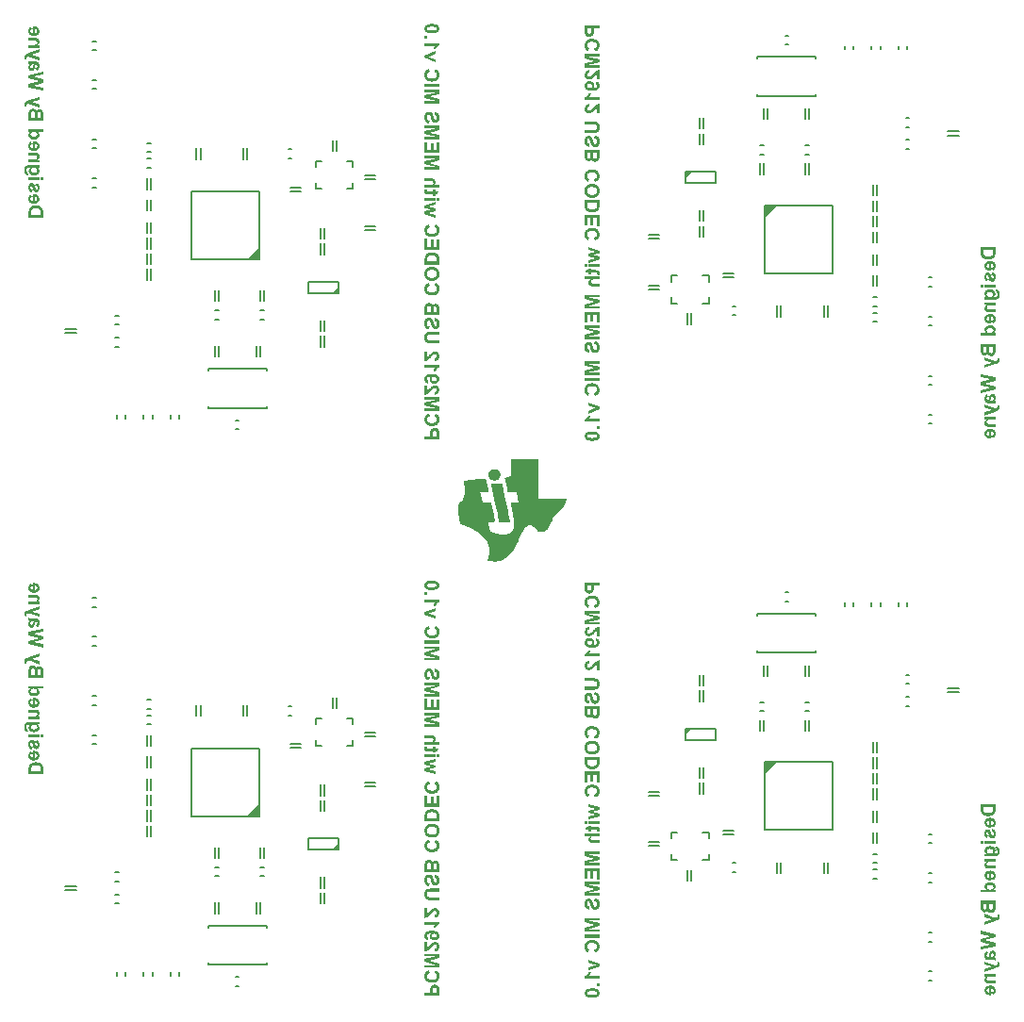
<source format=gbo>
%FSLAX25Y25*%
%MOIN*%
G70*
G01*
G75*
G04 Layer_Color=32896*
%ADD10R,0.03150X0.03150*%
%ADD11R,0.06299X0.03937*%
%ADD12R,0.09843X0.04331*%
%ADD13C,0.04000*%
%ADD14C,0.02000*%
%ADD15C,0.01575*%
G04:AMPARAMS|DCode=16|XSize=59.06mil|YSize=59.06mil|CornerRadius=14.76mil|HoleSize=0mil|Usage=FLASHONLY|Rotation=270.000|XOffset=0mil|YOffset=0mil|HoleType=Round|Shape=RoundedRectangle|*
%AMROUNDEDRECTD16*
21,1,0.05906,0.02953,0,0,270.0*
21,1,0.02953,0.05906,0,0,270.0*
1,1,0.02953,-0.01476,-0.01476*
1,1,0.02953,-0.01476,0.01476*
1,1,0.02953,0.01476,0.01476*
1,1,0.02953,0.01476,-0.01476*
%
%ADD16ROUNDEDRECTD16*%
%ADD17C,0.05906*%
%ADD18C,0.03937*%
G04:AMPARAMS|DCode=19|XSize=98.43mil|YSize=98.43mil|CornerRadius=24.61mil|HoleSize=0mil|Usage=FLASHONLY|Rotation=270.000|XOffset=0mil|YOffset=0mil|HoleType=Round|Shape=RoundedRectangle|*
%AMROUNDEDRECTD19*
21,1,0.09843,0.04921,0,0,270.0*
21,1,0.04921,0.09843,0,0,270.0*
1,1,0.04921,-0.02461,-0.02461*
1,1,0.04921,-0.02461,0.02461*
1,1,0.04921,0.02461,0.02461*
1,1,0.04921,0.02461,-0.02461*
%
%ADD19ROUNDEDRECTD19*%
%ADD20O,0.08000X0.11811*%
%ADD21R,0.07500X0.07500*%
%ADD22O,0.17716X0.07874*%
%ADD23C,0.03150*%
%ADD24C,0.02400*%
%ADD25C,0.01201*%
%ADD26O,0.02165X0.05118*%
G04:AMPARAMS|DCode=27|XSize=31.5mil|YSize=51.18mil|CornerRadius=7.87mil|HoleSize=0mil|Usage=FLASHONLY|Rotation=270.000|XOffset=0mil|YOffset=0mil|HoleType=Round|Shape=RoundedRectangle|*
%AMROUNDEDRECTD27*
21,1,0.03150,0.03543,0,0,270.0*
21,1,0.01575,0.05118,0,0,270.0*
1,1,0.01575,-0.01772,-0.00787*
1,1,0.01575,-0.01772,0.00787*
1,1,0.01575,0.01772,0.00787*
1,1,0.01575,0.01772,-0.00787*
%
%ADD27ROUNDEDRECTD27*%
G04:AMPARAMS|DCode=28|XSize=31.5mil|YSize=51.18mil|CornerRadius=7.87mil|HoleSize=0mil|Usage=FLASHONLY|Rotation=180.000|XOffset=0mil|YOffset=0mil|HoleType=Round|Shape=RoundedRectangle|*
%AMROUNDEDRECTD28*
21,1,0.03150,0.03543,0,0,180.0*
21,1,0.01575,0.05118,0,0,180.0*
1,1,0.01575,-0.00787,0.01772*
1,1,0.01575,0.00787,0.01772*
1,1,0.01575,0.00787,-0.01772*
1,1,0.01575,-0.00787,-0.01772*
%
%ADD28ROUNDEDRECTD28*%
%ADD29O,0.05118X0.02165*%
%ADD30C,0.01201*%
%ADD31C,0.00394*%
%ADD32R,0.03543X0.03937*%
%ADD33R,0.03937X0.03543*%
G04:AMPARAMS|DCode=34|XSize=23.62mil|YSize=39.37mil|CornerRadius=2.95mil|HoleSize=0mil|Usage=FLASHONLY|Rotation=0.000|XOffset=0mil|YOffset=0mil|HoleType=Round|Shape=RoundedRectangle|*
%AMROUNDEDRECTD34*
21,1,0.02362,0.03347,0,0,0.0*
21,1,0.01772,0.03937,0,0,0.0*
1,1,0.00591,0.00886,-0.01673*
1,1,0.00591,-0.00886,-0.01673*
1,1,0.00591,-0.00886,0.01673*
1,1,0.00591,0.00886,0.01673*
%
%ADD34ROUNDEDRECTD34*%
%ADD35R,0.07874X0.09449*%
%ADD36C,0.02306*%
%ADD37C,0.01153*%
%ADD38C,0.01000*%
%ADD39C,0.00500*%
%ADD40C,0.00029*%
%ADD41C,0.00710*%
%ADD42C,0.00787*%
%ADD43C,0.00152*%
%ADD44C,0.00089*%
%ADD45R,0.02950X0.02950*%
%ADD46R,0.06099X0.03737*%
%ADD47R,0.09643X0.04131*%
%ADD48C,0.01375*%
G04:AMPARAMS|DCode=49|XSize=57.06mil|YSize=57.06mil|CornerRadius=13.76mil|HoleSize=0mil|Usage=FLASHONLY|Rotation=270.000|XOffset=0mil|YOffset=0mil|HoleType=Round|Shape=RoundedRectangle|*
%AMROUNDEDRECTD49*
21,1,0.05706,0.02953,0,0,270.0*
21,1,0.02953,0.05706,0,0,270.0*
1,1,0.02753,-0.01476,-0.01476*
1,1,0.02753,-0.01476,0.01476*
1,1,0.02753,0.01476,0.01476*
1,1,0.02753,0.01476,-0.01476*
%
%ADD49ROUNDEDRECTD49*%
%ADD50C,0.05706*%
%ADD51C,0.03737*%
G04:AMPARAMS|DCode=52|XSize=96.43mil|YSize=96.43mil|CornerRadius=23.61mil|HoleSize=0mil|Usage=FLASHONLY|Rotation=270.000|XOffset=0mil|YOffset=0mil|HoleType=Round|Shape=RoundedRectangle|*
%AMROUNDEDRECTD52*
21,1,0.09643,0.04921,0,0,270.0*
21,1,0.04921,0.09643,0,0,270.0*
1,1,0.04721,-0.02461,-0.02461*
1,1,0.04721,-0.02461,0.02461*
1,1,0.04721,0.02461,0.02461*
1,1,0.04721,0.02461,-0.02461*
%
%ADD52ROUNDEDRECTD52*%
%ADD53O,0.07800X0.11611*%
%ADD54R,0.07300X0.07300*%
%ADD55O,0.17516X0.07674*%
%ADD56C,0.02950*%
%ADD57O,0.01965X0.04918*%
G04:AMPARAMS|DCode=58|XSize=29.5mil|YSize=49.18mil|CornerRadius=6.87mil|HoleSize=0mil|Usage=FLASHONLY|Rotation=270.000|XOffset=0mil|YOffset=0mil|HoleType=Round|Shape=RoundedRectangle|*
%AMROUNDEDRECTD58*
21,1,0.02950,0.03543,0,0,270.0*
21,1,0.01575,0.04918,0,0,270.0*
1,1,0.01375,-0.01772,-0.00787*
1,1,0.01375,-0.01772,0.00787*
1,1,0.01375,0.01772,0.00787*
1,1,0.01375,0.01772,-0.00787*
%
%ADD58ROUNDEDRECTD58*%
G04:AMPARAMS|DCode=59|XSize=29.5mil|YSize=49.18mil|CornerRadius=6.87mil|HoleSize=0mil|Usage=FLASHONLY|Rotation=180.000|XOffset=0mil|YOffset=0mil|HoleType=Round|Shape=RoundedRectangle|*
%AMROUNDEDRECTD59*
21,1,0.02950,0.03543,0,0,180.0*
21,1,0.01575,0.04918,0,0,180.0*
1,1,0.01375,-0.00787,0.01772*
1,1,0.01375,0.00787,0.01772*
1,1,0.01375,0.00787,-0.01772*
1,1,0.01375,-0.00787,-0.01772*
%
%ADD59ROUNDEDRECTD59*%
%ADD60O,0.04918X0.01965*%
%ADD61R,0.03343X0.03737*%
%ADD62R,0.03737X0.03343*%
G04:AMPARAMS|DCode=63|XSize=21.62mil|YSize=37.37mil|CornerRadius=1.95mil|HoleSize=0mil|Usage=FLASHONLY|Rotation=0.000|XOffset=0mil|YOffset=0mil|HoleType=Round|Shape=RoundedRectangle|*
%AMROUNDEDRECTD63*
21,1,0.02162,0.03347,0,0,0.0*
21,1,0.01772,0.03737,0,0,0.0*
1,1,0.00391,0.00886,-0.01673*
1,1,0.00391,-0.00886,-0.01673*
1,1,0.00391,-0.00886,0.01673*
1,1,0.00391,0.00886,0.01673*
%
%ADD63ROUNDEDRECTD63*%
%ADD64R,0.07674X0.09249*%
G36*
X227716Y263361D02*
X226849D01*
Y266220D01*
X225459D01*
Y263658D01*
X224592D01*
Y266220D01*
X223451D01*
Y263463D01*
X222585D01*
Y267258D01*
X227716D01*
Y263361D01*
D02*
G37*
G36*
Y272280D02*
X223678D01*
X227716Y271265D01*
Y270273D01*
X223678Y269258D01*
X227716Y269250D01*
Y268289D01*
X222585D01*
Y269851D01*
X226091Y270765D01*
X222585Y271694D01*
Y273241D01*
X227716D01*
Y272280D01*
D02*
G37*
G36*
Y278622D02*
X225857D01*
X225693Y278614D01*
X225552Y278606D01*
X225427Y278591D01*
X225326Y278575D01*
X225256Y278559D01*
X225201Y278552D01*
X225162Y278536D01*
X225154D01*
X225068Y278497D01*
X224998Y278458D01*
X224935Y278411D01*
X224881Y278364D01*
X224842Y278325D01*
X224818Y278294D01*
X224803Y278271D01*
X224795Y278263D01*
X224756Y278185D01*
X224725Y278114D01*
X224701Y278036D01*
X224686Y277974D01*
X224678Y277911D01*
X224670Y277864D01*
Y277833D01*
Y277825D01*
Y277747D01*
X224686Y277685D01*
X224701Y277622D01*
X224717Y277568D01*
X224732Y277529D01*
X224748Y277497D01*
X224756Y277482D01*
X224764Y277474D01*
X224803Y277427D01*
X224842Y277380D01*
X224928Y277326D01*
X224967Y277302D01*
X224990Y277287D01*
X225013Y277279D01*
X225021D01*
X225052Y277271D01*
X225099Y277255D01*
X225201Y277240D01*
X225318Y277232D01*
X225443Y277224D01*
X225560Y277216D01*
X227716D01*
Y276232D01*
X225373D01*
X225217Y276240D01*
X225092Y276248D01*
X224990Y276255D01*
X224912Y276271D01*
X224857Y276279D01*
X224818Y276287D01*
X224810D01*
X224725Y276310D01*
X224639Y276334D01*
X224568Y276365D01*
X224498Y276396D01*
X224451Y276427D01*
X224404Y276451D01*
X224381Y276466D01*
X224373Y276474D01*
X224303Y276529D01*
X224240Y276599D01*
X224186Y276670D01*
X224139Y276732D01*
X224100Y276794D01*
X224076Y276841D01*
X224061Y276872D01*
X224053Y276888D01*
X224006Y276990D01*
X223975Y277091D01*
X223951Y277201D01*
X223936Y277294D01*
X223928Y277372D01*
X223920Y277443D01*
Y277482D01*
Y277489D01*
Y277497D01*
X223928Y277614D01*
X223943Y277732D01*
X223975Y277841D01*
X224006Y277950D01*
X224100Y278138D01*
X224201Y278302D01*
X224256Y278380D01*
X224303Y278442D01*
X224350Y278489D01*
X224396Y278536D01*
X224428Y278575D01*
X224459Y278598D01*
X224475Y278614D01*
X224482Y278622D01*
X222585D01*
Y279606D01*
X227716D01*
Y278622D01*
D02*
G37*
G36*
Y248796D02*
X223678D01*
X227716Y247780D01*
Y246788D01*
X223678Y245773D01*
X227716Y245765D01*
Y244805D01*
X222585D01*
Y246367D01*
X226091Y247280D01*
X222585Y248210D01*
Y249756D01*
X227716D01*
Y248796D01*
D02*
G37*
G36*
X226208Y256762D02*
X226357Y256731D01*
X226497Y256692D01*
X226622Y256652D01*
X226740Y256598D01*
X226849Y256551D01*
X226943Y256496D01*
X227036Y256442D01*
X227107Y256387D01*
X227177Y256340D01*
X227232Y256293D01*
X227278Y256254D01*
X227317Y256215D01*
X227341Y256192D01*
X227357Y256176D01*
X227364Y256168D01*
X227442Y256067D01*
X227513Y255949D01*
X227567Y255832D01*
X227622Y255715D01*
X227661Y255590D01*
X227700Y255465D01*
X227755Y255223D01*
X227770Y255106D01*
X227786Y255005D01*
X227794Y254911D01*
X227802Y254833D01*
X227810Y254762D01*
Y254708D01*
Y254677D01*
Y254669D01*
X227802Y254427D01*
X227778Y254216D01*
X227755Y254028D01*
X227716Y253864D01*
X227700Y253794D01*
X227684Y253731D01*
X227669Y253685D01*
X227661Y253638D01*
X227645Y253607D01*
X227638Y253583D01*
X227630Y253568D01*
Y253560D01*
X227552Y253396D01*
X227458Y253263D01*
X227364Y253138D01*
X227271Y253044D01*
X227192Y252966D01*
X227122Y252911D01*
X227075Y252872D01*
X227067Y252865D01*
X227060D01*
X226911Y252779D01*
X226763Y252716D01*
X226622Y252677D01*
X226497Y252646D01*
X226388Y252630D01*
X226302Y252615D01*
X226224D01*
X226052Y252623D01*
X225896Y252646D01*
X225755Y252685D01*
X225638Y252716D01*
X225545Y252755D01*
X225466Y252794D01*
X225427Y252818D01*
X225412Y252825D01*
X225295Y252911D01*
X225185Y252997D01*
X225099Y253091D01*
X225021Y253185D01*
X224967Y253263D01*
X224920Y253325D01*
X224896Y253372D01*
X224888Y253380D01*
Y253388D01*
X224850Y253458D01*
X224818Y253536D01*
X224748Y253716D01*
X224693Y253895D01*
X224631Y254083D01*
X224592Y254247D01*
X224568Y254317D01*
X224553Y254380D01*
X224537Y254434D01*
X224529Y254473D01*
X224521Y254497D01*
Y254505D01*
X224490Y254638D01*
X224451Y254762D01*
X224420Y254872D01*
X224389Y254965D01*
X224365Y255059D01*
X224334Y255130D01*
X224311Y255200D01*
X224279Y255254D01*
X224256Y255309D01*
X224240Y255348D01*
X224209Y255411D01*
X224186Y255442D01*
X224178Y255450D01*
X224123Y255497D01*
X224076Y255536D01*
X224022Y255559D01*
X223975Y255582D01*
X223928Y255590D01*
X223897Y255598D01*
X223865D01*
X223795Y255590D01*
X223733Y255575D01*
X223678Y255551D01*
X223631Y255520D01*
X223592Y255489D01*
X223569Y255465D01*
X223553Y255450D01*
X223545Y255442D01*
X223483Y255340D01*
X223436Y255223D01*
X223405Y255106D01*
X223381Y254997D01*
X223366Y254895D01*
X223358Y254809D01*
Y254778D01*
Y254755D01*
Y254747D01*
Y254739D01*
X223366Y254583D01*
X223389Y254450D01*
X223412Y254341D01*
X223444Y254247D01*
X223483Y254177D01*
X223506Y254130D01*
X223530Y254099D01*
X223537Y254091D01*
X223608Y254013D01*
X223694Y253950D01*
X223787Y253903D01*
X223881Y253864D01*
X223967Y253833D01*
X224037Y253817D01*
X224084Y253802D01*
X224100D01*
X224061Y252763D01*
X223936Y252771D01*
X223811Y252794D01*
X223694Y252825D01*
X223584Y252857D01*
X223397Y252943D01*
X223311Y252982D01*
X223233Y253029D01*
X223163Y253076D01*
X223100Y253122D01*
X223045Y253161D01*
X223006Y253200D01*
X222975Y253232D01*
X222952Y253255D01*
X222936Y253271D01*
X222928Y253278D01*
X222850Y253372D01*
X222788Y253482D01*
X222725Y253591D01*
X222678Y253708D01*
X222600Y253950D01*
X222553Y254185D01*
X222538Y254294D01*
X222522Y254395D01*
X222514Y254489D01*
X222506Y254575D01*
X222499Y254638D01*
Y254692D01*
Y254723D01*
Y254731D01*
X222506Y254942D01*
X222530Y255137D01*
X222553Y255309D01*
X222585Y255457D01*
X222624Y255575D01*
X222639Y255622D01*
X222647Y255661D01*
X222663Y255692D01*
X222671Y255723D01*
X222678Y255731D01*
Y255739D01*
X222749Y255887D01*
X222834Y256012D01*
X222920Y256121D01*
X223006Y256207D01*
X223084Y256278D01*
X223147Y256332D01*
X223186Y256364D01*
X223194Y256371D01*
X223202D01*
X223334Y256442D01*
X223459Y256496D01*
X223584Y256535D01*
X223694Y256559D01*
X223795Y256574D01*
X223865Y256590D01*
X223936D01*
X224045Y256582D01*
X224154Y256567D01*
X224256Y256543D01*
X224350Y256520D01*
X224529Y256442D01*
X224678Y256356D01*
X224740Y256309D01*
X224803Y256270D01*
X224850Y256231D01*
X224888Y256192D01*
X224920Y256168D01*
X224943Y256145D01*
X224959Y256129D01*
X224967Y256121D01*
X225021Y256051D01*
X225076Y255973D01*
X225178Y255801D01*
X225263Y255606D01*
X225334Y255411D01*
X225396Y255239D01*
X225420Y255161D01*
X225435Y255090D01*
X225451Y255036D01*
X225466Y254997D01*
X225474Y254965D01*
Y254958D01*
X225505Y254840D01*
X225529Y254739D01*
X225552Y254645D01*
X225576Y254559D01*
X225599Y254481D01*
X225615Y254419D01*
X225630Y254356D01*
X225646Y254309D01*
X225670Y254231D01*
X225685Y254177D01*
X225701Y254145D01*
Y254138D01*
X225740Y254044D01*
X225779Y253966D01*
X225810Y253903D01*
X225849Y253849D01*
X225880Y253810D01*
X225904Y253786D01*
X225920Y253771D01*
X225927Y253763D01*
X225974Y253724D01*
X226029Y253700D01*
X226122Y253669D01*
X226169Y253661D01*
X226201Y253653D01*
X226232D01*
X226333Y253661D01*
X226427Y253693D01*
X226513Y253731D01*
X226583Y253778D01*
X226646Y253833D01*
X226685Y253872D01*
X226716Y253903D01*
X226724Y253911D01*
X226794Y254013D01*
X226849Y254130D01*
X226880Y254255D01*
X226911Y254380D01*
X226927Y254489D01*
X226935Y254575D01*
Y254614D01*
Y254638D01*
Y254653D01*
Y254661D01*
X226927Y254833D01*
X226896Y254981D01*
X226857Y255106D01*
X226818Y255215D01*
X226771Y255301D01*
X226740Y255364D01*
X226708Y255403D01*
X226700Y255418D01*
X226599Y255512D01*
X226482Y255590D01*
X226357Y255653D01*
X226240Y255700D01*
X226122Y255739D01*
X226037Y255762D01*
X225998Y255770D01*
X225974D01*
X225958Y255778D01*
X225951D01*
X226052Y256785D01*
X226208Y256762D01*
D02*
G37*
G36*
X227716Y261534D02*
X223678D01*
X227716Y260518D01*
Y259526D01*
X223678Y258511D01*
X227716Y258503D01*
Y257543D01*
X222585D01*
Y259105D01*
X226091Y260019D01*
X222585Y260948D01*
Y262494D01*
X227716D01*
Y261534D01*
D02*
G37*
G36*
X224779Y281933D02*
X226591D01*
X226740Y281926D01*
X226865D01*
X226958Y281918D01*
X227021Y281910D01*
X227067D01*
X227099Y281902D01*
X227107D01*
X227192Y281887D01*
X227271Y281871D01*
X227333Y281848D01*
X227396Y281824D01*
X227435Y281801D01*
X227474Y281785D01*
X227489Y281777D01*
X227497Y281769D01*
X227544Y281730D01*
X227591Y281676D01*
X227661Y281574D01*
X227692Y281527D01*
X227708Y281488D01*
X227716Y281465D01*
X227724Y281457D01*
X227755Y281379D01*
X227770Y281293D01*
X227786Y281215D01*
X227802Y281137D01*
Y281074D01*
X227810Y281027D01*
Y280988D01*
Y280981D01*
X227802Y280824D01*
X227786Y280676D01*
X227763Y280543D01*
X227739Y280426D01*
X227716Y280332D01*
X227692Y280262D01*
X227677Y280215D01*
X227669Y280200D01*
X226904Y280286D01*
X226935Y280379D01*
X226958Y280457D01*
X226974Y280528D01*
X226982Y280582D01*
X226989Y280629D01*
X226997Y280660D01*
Y280676D01*
Y280684D01*
X226989Y280746D01*
X226974Y280801D01*
X226958Y280832D01*
X226950Y280848D01*
X226911Y280887D01*
X226872Y280918D01*
X226841Y280934D01*
X226810D01*
X226779Y280942D01*
X226622D01*
X226529Y280949D01*
X224779D01*
Y280278D01*
X223998D01*
Y280949D01*
X222686D01*
X223264Y281933D01*
X223998D01*
Y282386D01*
X224779D01*
Y281933D01*
D02*
G37*
G36*
X225420Y296874D02*
X225630Y296850D01*
X225826Y296819D01*
X226005Y296780D01*
X226177Y296726D01*
X226333Y296671D01*
X226482Y296616D01*
X226607Y296554D01*
X226724Y296491D01*
X226825Y296437D01*
X226911Y296374D01*
X226982Y296327D01*
X227036Y296288D01*
X227075Y296257D01*
X227099Y296234D01*
X227107Y296226D01*
X227232Y296101D01*
X227333Y295968D01*
X227427Y295827D01*
X227505Y295687D01*
X227575Y295546D01*
X227630Y295406D01*
X227677Y295273D01*
X227716Y295140D01*
X227747Y295015D01*
X227763Y294906D01*
X227778Y294804D01*
X227794Y294718D01*
Y294648D01*
X227802Y294593D01*
Y294554D01*
Y294547D01*
X227794Y294398D01*
X227786Y294250D01*
X227763Y294117D01*
X227739Y293984D01*
X227708Y293867D01*
X227677Y293758D01*
X227638Y293656D01*
X227599Y293563D01*
X227559Y293477D01*
X227520Y293398D01*
X227489Y293336D01*
X227458Y293281D01*
X227435Y293242D01*
X227411Y293211D01*
X227403Y293195D01*
X227396Y293188D01*
X227317Y293086D01*
X227224Y293000D01*
X227028Y292836D01*
X226818Y292703D01*
X226614Y292602D01*
X226521Y292555D01*
X226427Y292516D01*
X226349Y292485D01*
X226279Y292461D01*
X226216Y292438D01*
X226177Y292422D01*
X226146Y292414D01*
X226138D01*
X225826Y293422D01*
X226029Y293477D01*
X226193Y293547D01*
X226341Y293617D01*
X226458Y293688D01*
X226544Y293750D01*
X226614Y293805D01*
X226646Y293836D01*
X226661Y293851D01*
X226747Y293969D01*
X226810Y294086D01*
X226857Y294203D01*
X226888Y294320D01*
X226904Y294414D01*
X226911Y294492D01*
X226919Y294523D01*
Y294547D01*
Y294554D01*
Y294562D01*
X226911Y294664D01*
X226904Y294757D01*
X226857Y294937D01*
X226794Y295093D01*
X226716Y295226D01*
X226638Y295328D01*
X226575Y295406D01*
X226529Y295452D01*
X226521Y295460D01*
X226513Y295468D01*
X226427Y295531D01*
X226333Y295578D01*
X226232Y295624D01*
X226122Y295663D01*
X225888Y295726D01*
X225662Y295765D01*
X225552Y295780D01*
X225451Y295796D01*
X225365Y295804D01*
X225279D01*
X225217Y295812D01*
X225123D01*
X224959Y295804D01*
X224803Y295796D01*
X224654Y295780D01*
X224529Y295757D01*
X224404Y295734D01*
X224295Y295702D01*
X224201Y295671D01*
X224115Y295632D01*
X224037Y295601D01*
X223975Y295570D01*
X223920Y295538D01*
X223873Y295515D01*
X223842Y295492D01*
X223811Y295476D01*
X223803Y295460D01*
X223795D01*
X223725Y295390D01*
X223655Y295320D01*
X223600Y295242D01*
X223553Y295171D01*
X223483Y295015D01*
X223436Y294867D01*
X223405Y294734D01*
X223397Y294679D01*
X223389Y294633D01*
X223381Y294593D01*
Y294562D01*
Y294547D01*
Y294539D01*
X223389Y294390D01*
X223420Y294258D01*
X223451Y294133D01*
X223498Y294031D01*
X223537Y293945D01*
X223576Y293891D01*
X223608Y293851D01*
X223616Y293836D01*
X223709Y293734D01*
X223811Y293656D01*
X223912Y293586D01*
X224014Y293539D01*
X224108Y293500D01*
X224178Y293469D01*
X224225Y293461D01*
X224233Y293453D01*
X224240D01*
X223998Y292430D01*
X223780Y292500D01*
X223592Y292586D01*
X223436Y292680D01*
X223303Y292766D01*
X223194Y292844D01*
X223124Y292906D01*
X223077Y292946D01*
X223061Y292953D01*
Y292961D01*
X222959Y293078D01*
X222873Y293195D01*
X222803Y293320D01*
X222733Y293445D01*
X222678Y293570D01*
X222639Y293703D01*
X222600Y293820D01*
X222569Y293945D01*
X222546Y294055D01*
X222530Y294156D01*
X222514Y294250D01*
X222506Y294328D01*
X222499Y294390D01*
Y294445D01*
Y294476D01*
Y294484D01*
X222506Y294679D01*
X222530Y294867D01*
X222561Y295046D01*
X222608Y295210D01*
X222663Y295367D01*
X222725Y295507D01*
X222788Y295640D01*
X222850Y295757D01*
X222920Y295866D01*
X222983Y295960D01*
X223045Y296038D01*
X223100Y296109D01*
X223147Y296155D01*
X223178Y296195D01*
X223202Y296218D01*
X223209Y296226D01*
X223350Y296343D01*
X223498Y296444D01*
X223655Y296530D01*
X223819Y296608D01*
X223983Y296671D01*
X224154Y296718D01*
X224311Y296765D01*
X224475Y296796D01*
X224623Y296827D01*
X224756Y296850D01*
X224881Y296858D01*
X224990Y296874D01*
X225076D01*
X225146Y296882D01*
X225201D01*
X225420Y296874D01*
D02*
G37*
G36*
X227716Y297577D02*
X226849D01*
Y300435D01*
X225459D01*
Y297874D01*
X224592D01*
Y300435D01*
X223451D01*
Y297678D01*
X222585D01*
Y301474D01*
X227716D01*
Y297577D01*
D02*
G37*
G36*
Y304707D02*
X227708Y304504D01*
X227700Y304317D01*
X227684Y304161D01*
X227661Y304036D01*
X227645Y303926D01*
X227630Y303856D01*
X227622Y303809D01*
X227614Y303794D01*
X227552Y303630D01*
X227489Y303489D01*
X227419Y303364D01*
X227349Y303255D01*
X227294Y303177D01*
X227247Y303114D01*
X227208Y303083D01*
X227200Y303067D01*
X227060Y302942D01*
X226911Y302833D01*
X226763Y302739D01*
X226614Y302661D01*
X226490Y302599D01*
X226435Y302575D01*
X226388Y302552D01*
X226349Y302536D01*
X226318Y302528D01*
X226302Y302521D01*
X226294D01*
X226115Y302466D01*
X225927Y302427D01*
X225748Y302396D01*
X225576Y302380D01*
X225427Y302364D01*
X225365D01*
X225310Y302357D01*
X225201D01*
X224943Y302364D01*
X224709Y302380D01*
X224498Y302411D01*
X224412Y302427D01*
X224326Y302443D01*
X224248Y302458D01*
X224186Y302474D01*
X224123Y302489D01*
X224076Y302505D01*
X224037Y302513D01*
X224014Y302521D01*
X223998Y302528D01*
X223990D01*
X223811Y302599D01*
X223655Y302677D01*
X223514Y302755D01*
X223389Y302833D01*
X223295Y302911D01*
X223225Y302966D01*
X223178Y303005D01*
X223163Y303013D01*
Y303020D01*
X223045Y303145D01*
X222944Y303278D01*
X222858Y303403D01*
X222795Y303520D01*
X222749Y303630D01*
X222709Y303708D01*
X222702Y303739D01*
X222694Y303762D01*
X222686Y303778D01*
Y303786D01*
X222655Y303926D01*
X222624Y304083D01*
X222608Y304239D01*
X222600Y304403D01*
X222592Y304543D01*
X222585Y304606D01*
Y304653D01*
Y304700D01*
Y304731D01*
Y304754D01*
Y304762D01*
Y306644D01*
X227716D01*
Y304707D01*
D02*
G37*
G36*
X223491Y282988D02*
X222585D01*
Y283972D01*
X223491D01*
Y282988D01*
D02*
G37*
G36*
X227716D02*
X223998D01*
Y283972D01*
X227716D01*
Y282988D01*
D02*
G37*
G36*
Y288853D02*
Y287900D01*
X225326Y287268D01*
X227716Y286627D01*
Y285682D01*
X223998Y284487D01*
Y285456D01*
X226435Y286166D01*
X223998Y286783D01*
Y287736D01*
X226435Y288377D01*
X223998Y289072D01*
Y290025D01*
X227716Y288853D01*
D02*
G37*
G36*
Y242766D02*
X222585D01*
Y243805D01*
X227716D01*
Y242766D01*
D02*
G37*
G36*
X363491Y275923D02*
X362585D01*
Y276907D01*
X363491D01*
Y275923D01*
D02*
G37*
G36*
X367716D02*
X363998D01*
Y276907D01*
X367716D01*
Y275923D01*
D02*
G37*
G36*
X366857Y281171D02*
X367021Y281085D01*
X367169Y280992D01*
X367286Y280898D01*
X367380Y280812D01*
X367450Y280734D01*
X367474Y280702D01*
X367489Y280679D01*
X367505Y280671D01*
Y280663D01*
X367606Y280484D01*
X367685Y280289D01*
X367731Y280085D01*
X367770Y279898D01*
X367786Y279804D01*
X367794Y279726D01*
X367802Y279648D01*
Y279586D01*
X367810Y279531D01*
Y279492D01*
Y279468D01*
Y279461D01*
X367802Y279312D01*
X367794Y279164D01*
X367778Y279031D01*
X367755Y278914D01*
X367724Y278797D01*
X367692Y278695D01*
X367661Y278602D01*
X367622Y278516D01*
X367591Y278445D01*
X367560Y278383D01*
X367528Y278328D01*
X367497Y278281D01*
X367474Y278250D01*
X367458Y278219D01*
X367442Y278211D01*
Y278203D01*
X367372Y278125D01*
X367302Y278063D01*
X367224Y278000D01*
X367153Y277953D01*
X367005Y277875D01*
X366864Y277828D01*
X366747Y277797D01*
X366693Y277789D01*
X366654Y277782D01*
X366615Y277774D01*
X366568D01*
X366396Y277789D01*
X366255Y277821D01*
X366123Y277875D01*
X366021Y277930D01*
X365943Y277985D01*
X365880Y278039D01*
X365849Y278070D01*
X365833Y278086D01*
X365787Y278149D01*
X365740Y278227D01*
X365654Y278391D01*
X365576Y278570D01*
X365513Y278750D01*
X365466Y278922D01*
X365443Y278992D01*
X365427Y279062D01*
X365412Y279109D01*
X365404Y279156D01*
X365396Y279180D01*
Y279187D01*
X365365Y279328D01*
X365334Y279453D01*
X365302Y279562D01*
X365279Y279656D01*
X365248Y279742D01*
X365224Y279820D01*
X365209Y279882D01*
X365185Y279937D01*
X365170Y279984D01*
X365154Y280015D01*
X365131Y280070D01*
X365123Y280093D01*
X365115Y280101D01*
X365084Y280132D01*
X365060Y280156D01*
X364998Y280179D01*
X364951Y280195D01*
X364935D01*
X364889Y280187D01*
X364849Y280179D01*
X364787Y280140D01*
X364748Y280101D01*
X364732Y280093D01*
Y280085D01*
X364693Y280015D01*
X364670Y279929D01*
X364639Y279750D01*
X364631Y279664D01*
X364623Y279593D01*
Y279547D01*
Y279539D01*
Y279531D01*
X364631Y279422D01*
X364639Y279328D01*
X364662Y279250D01*
X364678Y279180D01*
X364701Y279133D01*
X364724Y279094D01*
X364732Y279070D01*
X364740Y279062D01*
X364787Y279000D01*
X364842Y278953D01*
X364896Y278914D01*
X364951Y278883D01*
X364998Y278859D01*
X365037Y278844D01*
X365060Y278828D01*
X365068D01*
X364896Y277899D01*
X364724Y277961D01*
X364584Y278039D01*
X364459Y278125D01*
X364357Y278211D01*
X364271Y278289D01*
X364217Y278352D01*
X364178Y278398D01*
X364170Y278406D01*
Y278414D01*
X364123Y278485D01*
X364084Y278570D01*
X364022Y278742D01*
X363983Y278937D01*
X363951Y279117D01*
X363936Y279281D01*
X363928Y279359D01*
X363920Y279422D01*
Y279476D01*
Y279515D01*
Y279539D01*
Y279547D01*
Y279695D01*
X363936Y279828D01*
X363951Y279953D01*
X363975Y280070D01*
X363998Y280179D01*
X364029Y280273D01*
X364053Y280367D01*
X364084Y280445D01*
X364115Y280507D01*
X364147Y280570D01*
X364178Y280617D01*
X364201Y280663D01*
X364225Y280695D01*
X364240Y280718D01*
X364248Y280726D01*
X364256Y280734D01*
X364318Y280796D01*
X364381Y280859D01*
X364522Y280952D01*
X364654Y281015D01*
X364787Y281062D01*
X364896Y281085D01*
X364990Y281101D01*
X365021Y281109D01*
X365068D01*
X365162Y281101D01*
X365256Y281093D01*
X365420Y281038D01*
X365568Y280968D01*
X365685Y280890D01*
X365779Y280812D01*
X365849Y280742D01*
X365888Y280687D01*
X365904Y280679D01*
Y280671D01*
X365943Y280601D01*
X365990Y280515D01*
X366029Y280414D01*
X366068Y280304D01*
X366115Y280179D01*
X366154Y280054D01*
X366224Y279797D01*
X366255Y279672D01*
X366286Y279554D01*
X366310Y279445D01*
X366333Y279351D01*
X366357Y279273D01*
X366365Y279219D01*
X366380Y279180D01*
Y279164D01*
X366404Y279078D01*
X366427Y279000D01*
X366451Y278945D01*
X366466Y278898D01*
X366490Y278867D01*
X366497Y278844D01*
X366513Y278828D01*
X366576Y278789D01*
X366630Y278766D01*
X366677Y278758D01*
X366701D01*
X366755Y278766D01*
X366810Y278781D01*
X366896Y278820D01*
X366927Y278852D01*
X366950Y278867D01*
X366958Y278883D01*
X366966Y278891D01*
X367013Y278969D01*
X367044Y279062D01*
X367068Y279156D01*
X367083Y279250D01*
X367091Y279328D01*
X367099Y279398D01*
Y279445D01*
Y279453D01*
Y279461D01*
X367091Y279586D01*
X367075Y279687D01*
X367052Y279781D01*
X367028Y279859D01*
X367005Y279922D01*
X366982Y279960D01*
X366966Y279992D01*
X366958Y280000D01*
X366896Y280062D01*
X366825Y280117D01*
X366755Y280164D01*
X366685Y280195D01*
X366622Y280218D01*
X366568Y280234D01*
X366536Y280250D01*
X366521D01*
X366669Y281234D01*
X366857Y281171D01*
D02*
G37*
G36*
X366037Y266449D02*
X366169Y266441D01*
X366419Y266402D01*
X366536Y266371D01*
X366638Y266340D01*
X366740Y266309D01*
X366825Y266277D01*
X366903Y266246D01*
X366974Y266215D01*
X367036Y266184D01*
X367083Y266153D01*
X367122Y266129D01*
X367153Y266113D01*
X367169Y266098D01*
X367177D01*
X367286Y266004D01*
X367388Y265902D01*
X367474Y265793D01*
X367544Y265676D01*
X367606Y265559D01*
X367653Y265434D01*
X367700Y265317D01*
X367731Y265200D01*
X367755Y265090D01*
X367778Y264989D01*
X367786Y264903D01*
X367802Y264817D01*
Y264755D01*
X367810Y264700D01*
Y264669D01*
Y264661D01*
X367794Y264442D01*
X367763Y264247D01*
X367724Y264075D01*
X367669Y263927D01*
X367614Y263809D01*
X367591Y263755D01*
X367575Y263716D01*
X367552Y263685D01*
X367544Y263661D01*
X367528Y263653D01*
Y263645D01*
X367411Y263505D01*
X367278Y263380D01*
X367146Y263278D01*
X367013Y263193D01*
X366896Y263130D01*
X366841Y263099D01*
X366794Y263083D01*
X366763Y263068D01*
X366732Y263052D01*
X366716Y263044D01*
X366708D01*
X366544Y264020D01*
X366646Y264052D01*
X366724Y264091D01*
X366794Y264138D01*
X366849Y264177D01*
X366896Y264208D01*
X366927Y264239D01*
X366943Y264255D01*
X366950Y264262D01*
X366989Y264325D01*
X367021Y264387D01*
X367044Y264458D01*
X367060Y264512D01*
X367068Y264567D01*
X367075Y264614D01*
Y264645D01*
Y264653D01*
X367068Y264770D01*
X367036Y264879D01*
X366997Y264981D01*
X366950Y265059D01*
X366911Y265129D01*
X366872Y265176D01*
X366841Y265208D01*
X366833Y265215D01*
X366732Y265293D01*
X366622Y265348D01*
X366513Y265387D01*
X366396Y265418D01*
X366302Y265434D01*
X366216Y265442D01*
X366185Y265450D01*
X366146D01*
Y262989D01*
X365943D01*
X365748Y263005D01*
X365576Y263029D01*
X365412Y263052D01*
X365263Y263091D01*
X365123Y263130D01*
X364998Y263169D01*
X364889Y263216D01*
X364787Y263255D01*
X364709Y263302D01*
X364639Y263341D01*
X364576Y263372D01*
X364529Y263403D01*
X364498Y263427D01*
X364482Y263442D01*
X364475Y263450D01*
X364373Y263544D01*
X364295Y263645D01*
X364217Y263747D01*
X364154Y263856D01*
X364100Y263966D01*
X364053Y264075D01*
X364022Y264184D01*
X363990Y264286D01*
X363967Y264380D01*
X363951Y264473D01*
X363936Y264551D01*
X363928Y264622D01*
X363920Y264684D01*
Y264723D01*
Y264755D01*
Y264762D01*
X363928Y264895D01*
X363944Y265028D01*
X363967Y265145D01*
X364006Y265262D01*
X364045Y265371D01*
X364084Y265473D01*
X364139Y265559D01*
X364186Y265645D01*
X364232Y265723D01*
X364279Y265785D01*
X364326Y265848D01*
X364365Y265895D01*
X364404Y265934D01*
X364428Y265957D01*
X364443Y265973D01*
X364451Y265981D01*
X364553Y266067D01*
X364662Y266137D01*
X364779Y266199D01*
X364896Y266254D01*
X365021Y266301D01*
X365139Y266340D01*
X365373Y266395D01*
X365474Y266418D01*
X365576Y266434D01*
X365669Y266441D01*
X365740Y266449D01*
X365810Y266457D01*
X365896D01*
X366037Y266449D01*
D02*
G37*
G36*
X367716Y269573D02*
X365818D01*
X365724Y269565D01*
X365638D01*
X365560Y269558D01*
X365490Y269550D01*
X365427Y269542D01*
X365373Y269534D01*
X365287Y269526D01*
X365232Y269511D01*
X365193Y269503D01*
X365185D01*
X365099Y269472D01*
X365029Y269425D01*
X364967Y269378D01*
X364912Y269339D01*
X364865Y269292D01*
X364834Y269261D01*
X364818Y269237D01*
X364810Y269230D01*
X364764Y269151D01*
X364732Y269073D01*
X364701Y268995D01*
X364686Y268925D01*
X364678Y268863D01*
X364670Y268816D01*
Y268777D01*
Y268769D01*
X364678Y268699D01*
X364686Y268636D01*
X364701Y268574D01*
X364717Y268527D01*
X364740Y268488D01*
X364756Y268456D01*
X364764Y268441D01*
X364771Y268433D01*
X364857Y268339D01*
X364951Y268277D01*
X364990Y268253D01*
X365021Y268238D01*
X365045Y268230D01*
X365053D01*
X365092Y268214D01*
X365139Y268207D01*
X365248Y268191D01*
X365373Y268175D01*
X365506Y268167D01*
X365623Y268160D01*
X367716D01*
Y267176D01*
X365263D01*
X365131Y267183D01*
X365014Y267191D01*
X364920Y267199D01*
X364849Y267215D01*
X364795Y267222D01*
X364764Y267230D01*
X364756D01*
X364670Y267254D01*
X364592Y267285D01*
X364522Y267316D01*
X364459Y267347D01*
X364412Y267379D01*
X364373Y267402D01*
X364350Y267418D01*
X364342Y267425D01*
X364271Y267480D01*
X364217Y267550D01*
X364162Y267613D01*
X364115Y267683D01*
X364084Y267738D01*
X364061Y267785D01*
X364045Y267816D01*
X364037Y267832D01*
X363998Y267933D01*
X363967Y268035D01*
X363951Y268136D01*
X363936Y268230D01*
X363928Y268308D01*
X363920Y268371D01*
Y268409D01*
Y268425D01*
X363928Y268558D01*
X363944Y268691D01*
X363975Y268808D01*
X364014Y268925D01*
X364069Y269034D01*
X364115Y269136D01*
X364178Y269222D01*
X364232Y269308D01*
X364287Y269386D01*
X364350Y269448D01*
X364397Y269511D01*
X364443Y269558D01*
X364490Y269597D01*
X364522Y269620D01*
X364537Y269636D01*
X364545Y269643D01*
X363998D01*
Y270557D01*
X367716D01*
Y269573D01*
D02*
G37*
G36*
X365974Y275126D02*
X366107Y275118D01*
X366349Y275079D01*
X366458Y275056D01*
X366560Y275025D01*
X366654Y274993D01*
X366740Y274962D01*
X366818Y274931D01*
X366888Y274907D01*
X366943Y274876D01*
X366989Y274853D01*
X367028Y274829D01*
X367060Y274814D01*
X367075Y274798D01*
X367083D01*
X367193Y274712D01*
X367294Y274619D01*
X367380Y274525D01*
X367450Y274431D01*
X367513Y274329D01*
X367560Y274228D01*
X367606Y274134D01*
X367638Y274041D01*
X367661Y273955D01*
X367685Y273869D01*
X367692Y273798D01*
X367708Y273736D01*
Y273681D01*
X367716Y273642D01*
Y273619D01*
Y273611D01*
X367708Y273486D01*
X367692Y273369D01*
X367661Y273260D01*
X367622Y273158D01*
X367520Y272971D01*
X367411Y272807D01*
X367356Y272736D01*
X367302Y272674D01*
X367247Y272627D01*
X367200Y272580D01*
X367161Y272549D01*
X367130Y272525D01*
X367114Y272510D01*
X367107Y272502D01*
X367770D01*
X367864Y272510D01*
X367942Y272518D01*
X368005Y272525D01*
X368052Y272533D01*
X368083Y272541D01*
X368098Y272549D01*
X368106D01*
X368169Y272580D01*
X368223Y272611D01*
X368270Y272643D01*
X368302Y272674D01*
X368333Y272697D01*
X368348Y272721D01*
X368356Y272736D01*
X368364Y272744D01*
X368403Y272822D01*
X368434Y272916D01*
X368450Y273010D01*
X368465Y273103D01*
X368473Y273189D01*
X368481Y273260D01*
Y273306D01*
Y273314D01*
Y273322D01*
X368473Y273424D01*
X368465Y273517D01*
X368450Y273588D01*
X368426Y273650D01*
X368403Y273697D01*
X368387Y273736D01*
X368380Y273752D01*
X368372Y273759D01*
X368340Y273791D01*
X368294Y273822D01*
X368208Y273861D01*
X368161Y273869D01*
X368130Y273877D01*
X368106Y273884D01*
X368098D01*
X367966Y275009D01*
X368012Y275017D01*
X368083D01*
X368177Y275009D01*
X368262Y275001D01*
X368419Y274954D01*
X368559Y274892D01*
X368676Y274822D01*
X368770Y274751D01*
X368840Y274689D01*
X368887Y274642D01*
X368895Y274634D01*
X368903Y274626D01*
X368957Y274548D01*
X369012Y274454D01*
X369051Y274353D01*
X369090Y274251D01*
X369153Y274025D01*
X369192Y273806D01*
X369200Y273697D01*
X369215Y273603D01*
X369223Y273517D01*
Y273439D01*
X369231Y273369D01*
Y273322D01*
Y273291D01*
Y273283D01*
X369223Y273103D01*
X369215Y272939D01*
X369200Y272799D01*
X369176Y272682D01*
X369153Y272588D01*
X369137Y272518D01*
X369129Y272471D01*
X369122Y272455D01*
X369082Y272338D01*
X369036Y272236D01*
X368989Y272143D01*
X368942Y272072D01*
X368895Y272010D01*
X368864Y271971D01*
X368840Y271940D01*
X368833Y271932D01*
X368755Y271862D01*
X368676Y271799D01*
X368590Y271752D01*
X368505Y271705D01*
X368434Y271674D01*
X368372Y271651D01*
X368333Y271635D01*
X368317Y271627D01*
X368255Y271612D01*
X368184Y271588D01*
X368028Y271565D01*
X367864Y271541D01*
X367708Y271534D01*
X367567Y271526D01*
X367505Y271518D01*
X363998D01*
Y272440D01*
X364529D01*
X364420Y272525D01*
X364326Y272619D01*
X364248Y272713D01*
X364178Y272807D01*
X364115Y272900D01*
X364069Y272994D01*
X364029Y273088D01*
X363998Y273174D01*
X363975Y273252D01*
X363951Y273330D01*
X363936Y273400D01*
X363928Y273455D01*
X363920Y273502D01*
Y273541D01*
Y273564D01*
Y273572D01*
X363928Y273697D01*
X363944Y273814D01*
X363967Y273923D01*
X363998Y274033D01*
X364076Y274220D01*
X364123Y274306D01*
X364170Y274384D01*
X364217Y274454D01*
X364264Y274509D01*
X364303Y274564D01*
X364342Y274611D01*
X364373Y274642D01*
X364397Y274665D01*
X364412Y274681D01*
X364420Y274689D01*
X364514Y274767D01*
X364623Y274837D01*
X364732Y274892D01*
X364849Y274946D01*
X364967Y274986D01*
X365084Y275025D01*
X365318Y275079D01*
X365420Y275095D01*
X365521Y275111D01*
X365607Y275118D01*
X365685Y275126D01*
X365755Y275134D01*
X365841D01*
X365974Y275126D01*
D02*
G37*
G36*
X366037Y285154D02*
X366169Y285146D01*
X366419Y285107D01*
X366536Y285076D01*
X366638Y285045D01*
X366740Y285014D01*
X366825Y284982D01*
X366903Y284951D01*
X366974Y284920D01*
X367036Y284889D01*
X367083Y284857D01*
X367122Y284834D01*
X367153Y284818D01*
X367169Y284803D01*
X367177D01*
X367286Y284709D01*
X367388Y284608D01*
X367474Y284498D01*
X367544Y284381D01*
X367606Y284264D01*
X367653Y284139D01*
X367700Y284022D01*
X367731Y283905D01*
X367755Y283795D01*
X367778Y283694D01*
X367786Y283608D01*
X367802Y283522D01*
Y283459D01*
X367810Y283405D01*
Y283373D01*
Y283366D01*
X367794Y283147D01*
X367763Y282952D01*
X367724Y282780D01*
X367669Y282632D01*
X367614Y282514D01*
X367591Y282460D01*
X367575Y282421D01*
X367552Y282389D01*
X367544Y282366D01*
X367528Y282358D01*
Y282350D01*
X367411Y282210D01*
X367278Y282085D01*
X367146Y281983D01*
X367013Y281897D01*
X366896Y281835D01*
X366841Y281804D01*
X366794Y281788D01*
X366763Y281772D01*
X366732Y281757D01*
X366716Y281749D01*
X366708D01*
X366544Y282725D01*
X366646Y282756D01*
X366724Y282796D01*
X366794Y282842D01*
X366849Y282881D01*
X366896Y282913D01*
X366927Y282944D01*
X366943Y282960D01*
X366950Y282967D01*
X366989Y283030D01*
X367021Y283092D01*
X367044Y283163D01*
X367060Y283217D01*
X367068Y283272D01*
X367075Y283319D01*
Y283350D01*
Y283358D01*
X367068Y283475D01*
X367036Y283584D01*
X366997Y283686D01*
X366950Y283764D01*
X366911Y283834D01*
X366872Y283881D01*
X366841Y283912D01*
X366833Y283920D01*
X366732Y283998D01*
X366622Y284053D01*
X366513Y284092D01*
X366396Y284123D01*
X366302Y284139D01*
X366216Y284147D01*
X366185Y284155D01*
X366146D01*
Y281694D01*
X365943D01*
X365748Y281710D01*
X365576Y281733D01*
X365412Y281757D01*
X365263Y281796D01*
X365123Y281835D01*
X364998Y281874D01*
X364889Y281921D01*
X364787Y281960D01*
X364709Y282007D01*
X364639Y282046D01*
X364576Y282077D01*
X364529Y282108D01*
X364498Y282132D01*
X364482Y282147D01*
X364475Y282155D01*
X364373Y282249D01*
X364295Y282350D01*
X364217Y282452D01*
X364154Y282561D01*
X364100Y282671D01*
X364053Y282780D01*
X364022Y282889D01*
X363990Y282991D01*
X363967Y283085D01*
X363951Y283178D01*
X363936Y283256D01*
X363928Y283327D01*
X363920Y283389D01*
Y283428D01*
Y283459D01*
Y283467D01*
X363928Y283600D01*
X363944Y283733D01*
X363967Y283850D01*
X364006Y283967D01*
X364045Y284076D01*
X364084Y284178D01*
X364139Y284264D01*
X364186Y284350D01*
X364232Y284428D01*
X364279Y284490D01*
X364326Y284553D01*
X364365Y284600D01*
X364404Y284639D01*
X364428Y284662D01*
X364443Y284678D01*
X364451Y284686D01*
X364553Y284771D01*
X364662Y284842D01*
X364779Y284904D01*
X364896Y284959D01*
X365021Y285006D01*
X365139Y285045D01*
X365373Y285100D01*
X365474Y285123D01*
X365576Y285139D01*
X365669Y285146D01*
X365740Y285154D01*
X365810Y285162D01*
X365896D01*
X366037Y285154D01*
D02*
G37*
G36*
X224654Y230325D02*
X224537Y230083D01*
X224420Y229872D01*
X224358Y229770D01*
X224295Y229684D01*
X224240Y229599D01*
X224186Y229528D01*
X224139Y229466D01*
X224100Y229411D01*
X224061Y229372D01*
X224037Y229341D01*
X224022Y229325D01*
X224014Y229317D01*
X227716D01*
Y228333D01*
X222569D01*
Y229138D01*
X222741Y229208D01*
X222897Y229302D01*
X223038Y229403D01*
X223155Y229505D01*
X223256Y229606D01*
X223326Y229684D01*
X223350Y229708D01*
X223373Y229731D01*
X223381Y229747D01*
X223389Y229755D01*
X223514Y229919D01*
X223608Y230075D01*
X223694Y230216D01*
X223756Y230341D01*
X223811Y230442D01*
X223842Y230520D01*
X223850Y230551D01*
X223858Y230575D01*
X223865Y230583D01*
Y230591D01*
X224756D01*
X224654Y230325D01*
D02*
G37*
G36*
X227716Y233605D02*
Y232723D01*
X223998Y231246D01*
Y232254D01*
X225896Y232965D01*
X226013Y233004D01*
X226115Y233035D01*
X226162Y233051D01*
X226193Y233058D01*
X226208Y233066D01*
X226216D01*
X226255Y233074D01*
X226302Y233090D01*
X226404Y233129D01*
X226458Y233144D01*
X226497Y233152D01*
X226529Y233168D01*
X226536D01*
X225896Y233371D01*
X223998Y234074D01*
Y235105D01*
X227716Y233605D01*
D02*
G37*
G36*
X225420Y241962D02*
X225630Y241938D01*
X225826Y241907D01*
X226005Y241868D01*
X226177Y241813D01*
X226333Y241759D01*
X226482Y241704D01*
X226607Y241642D01*
X226724Y241579D01*
X226825Y241525D01*
X226911Y241462D01*
X226982Y241415D01*
X227036Y241376D01*
X227075Y241345D01*
X227099Y241321D01*
X227107Y241314D01*
X227232Y241189D01*
X227333Y241056D01*
X227427Y240915D01*
X227505Y240775D01*
X227575Y240634D01*
X227630Y240494D01*
X227677Y240361D01*
X227716Y240228D01*
X227747Y240103D01*
X227763Y239994D01*
X227778Y239892D01*
X227794Y239806D01*
Y239736D01*
X227802Y239681D01*
Y239642D01*
Y239634D01*
X227794Y239486D01*
X227786Y239338D01*
X227763Y239205D01*
X227739Y239072D01*
X227708Y238955D01*
X227677Y238846D01*
X227638Y238744D01*
X227599Y238650D01*
X227559Y238564D01*
X227520Y238486D01*
X227489Y238424D01*
X227458Y238369D01*
X227435Y238330D01*
X227411Y238299D01*
X227403Y238283D01*
X227396Y238276D01*
X227317Y238174D01*
X227224Y238088D01*
X227028Y237924D01*
X226818Y237791D01*
X226614Y237690D01*
X226521Y237643D01*
X226427Y237604D01*
X226349Y237573D01*
X226279Y237549D01*
X226216Y237526D01*
X226177Y237510D01*
X226146Y237502D01*
X226138D01*
X225826Y238510D01*
X226029Y238564D01*
X226193Y238635D01*
X226341Y238705D01*
X226458Y238775D01*
X226544Y238838D01*
X226614Y238893D01*
X226646Y238924D01*
X226661Y238939D01*
X226747Y239056D01*
X226810Y239174D01*
X226857Y239291D01*
X226888Y239408D01*
X226904Y239502D01*
X226911Y239580D01*
X226919Y239611D01*
Y239634D01*
Y239642D01*
Y239650D01*
X226911Y239752D01*
X226904Y239845D01*
X226857Y240025D01*
X226794Y240181D01*
X226716Y240314D01*
X226638Y240416D01*
X226575Y240494D01*
X226529Y240540D01*
X226521Y240548D01*
X226513Y240556D01*
X226427Y240618D01*
X226333Y240665D01*
X226232Y240712D01*
X226122Y240751D01*
X225888Y240814D01*
X225662Y240853D01*
X225552Y240868D01*
X225451Y240884D01*
X225365Y240892D01*
X225279D01*
X225217Y240900D01*
X225123D01*
X224959Y240892D01*
X224803Y240884D01*
X224654Y240868D01*
X224529Y240845D01*
X224404Y240822D01*
X224295Y240790D01*
X224201Y240759D01*
X224115Y240720D01*
X224037Y240689D01*
X223975Y240658D01*
X223920Y240626D01*
X223873Y240603D01*
X223842Y240580D01*
X223811Y240564D01*
X223803Y240548D01*
X223795D01*
X223725Y240478D01*
X223655Y240408D01*
X223600Y240330D01*
X223553Y240259D01*
X223483Y240103D01*
X223436Y239955D01*
X223405Y239822D01*
X223397Y239767D01*
X223389Y239720D01*
X223381Y239681D01*
Y239650D01*
Y239634D01*
Y239627D01*
X223389Y239478D01*
X223420Y239346D01*
X223451Y239220D01*
X223498Y239119D01*
X223537Y239033D01*
X223576Y238978D01*
X223608Y238939D01*
X223616Y238924D01*
X223709Y238822D01*
X223811Y238744D01*
X223912Y238674D01*
X224014Y238627D01*
X224108Y238588D01*
X224178Y238557D01*
X224225Y238549D01*
X224233Y238541D01*
X224240D01*
X223998Y237518D01*
X223780Y237588D01*
X223592Y237674D01*
X223436Y237768D01*
X223303Y237854D01*
X223194Y237932D01*
X223124Y237994D01*
X223077Y238033D01*
X223061Y238041D01*
Y238049D01*
X222959Y238166D01*
X222873Y238283D01*
X222803Y238408D01*
X222733Y238533D01*
X222678Y238658D01*
X222639Y238791D01*
X222600Y238908D01*
X222569Y239033D01*
X222546Y239142D01*
X222530Y239244D01*
X222514Y239338D01*
X222506Y239416D01*
X222499Y239478D01*
Y239533D01*
Y239564D01*
Y239572D01*
X222506Y239767D01*
X222530Y239955D01*
X222561Y240134D01*
X222608Y240298D01*
X222663Y240455D01*
X222725Y240595D01*
X222788Y240728D01*
X222850Y240845D01*
X222920Y240954D01*
X222983Y241048D01*
X223045Y241126D01*
X223100Y241196D01*
X223147Y241243D01*
X223178Y241282D01*
X223202Y241306D01*
X223209Y241314D01*
X223350Y241431D01*
X223498Y241532D01*
X223655Y241618D01*
X223819Y241696D01*
X223983Y241759D01*
X224154Y241806D01*
X224311Y241852D01*
X224475Y241884D01*
X224623Y241915D01*
X224756Y241938D01*
X224881Y241946D01*
X224990Y241962D01*
X225076D01*
X225146Y241970D01*
X225201D01*
X225420Y241962D01*
D02*
G37*
G36*
X367716Y288099D02*
X367708Y287895D01*
X367700Y287708D01*
X367685Y287552D01*
X367661Y287427D01*
X367646Y287318D01*
X367630Y287247D01*
X367622Y287200D01*
X367614Y287185D01*
X367552Y287021D01*
X367489Y286880D01*
X367419Y286755D01*
X367349Y286646D01*
X367294Y286568D01*
X367247Y286505D01*
X367208Y286474D01*
X367200Y286458D01*
X367060Y286333D01*
X366911Y286224D01*
X366763Y286130D01*
X366615Y286052D01*
X366490Y285990D01*
X366435Y285966D01*
X366388Y285943D01*
X366349Y285927D01*
X366318Y285920D01*
X366302Y285912D01*
X366294D01*
X366115Y285857D01*
X365927Y285818D01*
X365748Y285787D01*
X365576Y285771D01*
X365427Y285756D01*
X365365D01*
X365310Y285748D01*
X365201D01*
X364943Y285756D01*
X364709Y285771D01*
X364498Y285802D01*
X364412Y285818D01*
X364326Y285834D01*
X364248Y285849D01*
X364186Y285865D01*
X364123Y285880D01*
X364076Y285896D01*
X364037Y285904D01*
X364014Y285912D01*
X363998Y285920D01*
X363990D01*
X363811Y285990D01*
X363655Y286068D01*
X363514Y286146D01*
X363389Y286224D01*
X363295Y286302D01*
X363225Y286357D01*
X363178Y286396D01*
X363162Y286404D01*
Y286412D01*
X363045Y286537D01*
X362944Y286669D01*
X362858Y286794D01*
X362795Y286911D01*
X362749Y287021D01*
X362709Y287099D01*
X362702Y287130D01*
X362694Y287154D01*
X362686Y287169D01*
Y287177D01*
X362655Y287318D01*
X362624Y287474D01*
X362608Y287630D01*
X362600Y287794D01*
X362592Y287934D01*
X362585Y287997D01*
Y288044D01*
Y288091D01*
Y288122D01*
Y288145D01*
Y288153D01*
Y290035D01*
X367716D01*
Y288099D01*
D02*
G37*
G36*
X225451Y224873D02*
X225701Y224858D01*
X225920Y224842D01*
X226130Y224811D01*
X226318Y224780D01*
X226482Y224741D01*
X226630Y224694D01*
X226763Y224655D01*
X226880Y224616D01*
X226982Y224569D01*
X227060Y224530D01*
X227122Y224499D01*
X227177Y224467D01*
X227208Y224444D01*
X227232Y224436D01*
X227239Y224428D01*
X227341Y224342D01*
X227427Y224241D01*
X227505Y224147D01*
X227567Y224046D01*
X227622Y223944D01*
X227669Y223843D01*
X227708Y223741D01*
X227739Y223647D01*
X227763Y223562D01*
X227778Y223476D01*
X227794Y223405D01*
X227802Y223343D01*
Y223288D01*
X227810Y223249D01*
Y223226D01*
Y223218D01*
X227802Y223085D01*
X227786Y222952D01*
X227763Y222835D01*
X227724Y222726D01*
X227684Y222624D01*
X227645Y222523D01*
X227599Y222437D01*
X227544Y222359D01*
X227497Y222288D01*
X227450Y222234D01*
X227411Y222179D01*
X227364Y222140D01*
X227333Y222101D01*
X227310Y222078D01*
X227294Y222070D01*
X227286Y222062D01*
X227161Y221976D01*
X227013Y221898D01*
X226857Y221828D01*
X226693Y221765D01*
X226521Y221718D01*
X226349Y221679D01*
X226005Y221617D01*
X225841Y221593D01*
X225685Y221578D01*
X225552Y221570D01*
X225427Y221562D01*
X225334Y221554D01*
X225193D01*
X224928Y221562D01*
X224686Y221578D01*
X224459Y221601D01*
X224248Y221632D01*
X224061Y221672D01*
X223889Y221710D01*
X223741Y221757D01*
X223600Y221804D01*
X223483Y221851D01*
X223381Y221898D01*
X223295Y221937D01*
X223225Y221976D01*
X223178Y222007D01*
X223139Y222031D01*
X223116Y222046D01*
X223108Y222054D01*
X223014Y222140D01*
X222928Y222226D01*
X222858Y222320D01*
X222795Y222413D01*
X222741Y222507D01*
X222702Y222609D01*
X222663Y222702D01*
X222639Y222796D01*
X222616Y222882D01*
X222600Y222960D01*
X222585Y223030D01*
X222577Y223093D01*
X222569Y223148D01*
Y223187D01*
Y223210D01*
Y223218D01*
X222577Y223351D01*
X222592Y223483D01*
X222616Y223601D01*
X222655Y223718D01*
X222694Y223819D01*
X222733Y223913D01*
X222788Y223999D01*
X222834Y224077D01*
X222881Y224147D01*
X222928Y224210D01*
X222975Y224264D01*
X223014Y224303D01*
X223053Y224335D01*
X223077Y224366D01*
X223092Y224374D01*
X223100Y224381D01*
X223225Y224467D01*
X223373Y224546D01*
X223530Y224616D01*
X223694Y224671D01*
X223865Y224717D01*
X224037Y224756D01*
X224381Y224819D01*
X224545Y224842D01*
X224693Y224858D01*
X224826Y224866D01*
X224951Y224873D01*
X225045Y224881D01*
X225185D01*
X225451Y224873D01*
D02*
G37*
G36*
X227716Y225686D02*
X226732D01*
Y226670D01*
X227716D01*
Y225686D01*
D02*
G37*
G36*
X225420Y312416D02*
X225630Y312392D01*
X225826Y312361D01*
X226013Y312322D01*
X226185Y312267D01*
X226341Y312213D01*
X226482Y312150D01*
X226614Y312088D01*
X226732Y312025D01*
X226833Y311963D01*
X226919Y311908D01*
X226989Y311854D01*
X227044Y311814D01*
X227083Y311783D01*
X227107Y311760D01*
X227114Y311752D01*
X227239Y311619D01*
X227341Y311479D01*
X227435Y311338D01*
X227513Y311182D01*
X227583Y311034D01*
X227638Y310885D01*
X227684Y310737D01*
X227724Y310596D01*
X227755Y310463D01*
X227770Y310338D01*
X227786Y310221D01*
X227802Y310127D01*
Y310049D01*
X227810Y309987D01*
Y309956D01*
Y309940D01*
X227802Y309729D01*
X227778Y309534D01*
X227747Y309354D01*
X227700Y309183D01*
X227645Y309018D01*
X227591Y308870D01*
X227528Y308737D01*
X227458Y308612D01*
X227396Y308503D01*
X227333Y308409D01*
X227278Y308323D01*
X227224Y308261D01*
X227177Y308206D01*
X227146Y308167D01*
X227122Y308144D01*
X227114Y308136D01*
X226974Y308019D01*
X226825Y307909D01*
X226669Y307824D01*
X226513Y307746D01*
X226349Y307675D01*
X226185Y307621D01*
X226029Y307574D01*
X225873Y307542D01*
X225732Y307511D01*
X225591Y307495D01*
X225474Y307480D01*
X225365Y307464D01*
X225279D01*
X225217Y307456D01*
X225162D01*
X224935Y307464D01*
X224717Y307488D01*
X224514Y307519D01*
X224326Y307566D01*
X224154Y307613D01*
X223998Y307667D01*
X223850Y307730D01*
X223717Y307792D01*
X223600Y307863D01*
X223498Y307917D01*
X223412Y307980D01*
X223342Y308027D01*
X223280Y308073D01*
X223241Y308105D01*
X223217Y308128D01*
X223209Y308136D01*
X223084Y308269D01*
X222975Y308409D01*
X222881Y308558D01*
X222795Y308706D01*
X222733Y308855D01*
X222671Y309011D01*
X222624Y309151D01*
X222585Y309300D01*
X222561Y309432D01*
X222538Y309557D01*
X222522Y309667D01*
X222506Y309760D01*
Y309839D01*
X222499Y309901D01*
Y309932D01*
Y309948D01*
X222506Y310174D01*
X222530Y310385D01*
X222569Y310573D01*
X222600Y310737D01*
X222624Y310807D01*
X222639Y310870D01*
X222663Y310924D01*
X222678Y310971D01*
X222686Y311010D01*
X222702Y311034D01*
X222709Y311049D01*
Y311057D01*
X222772Y311190D01*
X222842Y311315D01*
X222920Y311424D01*
X222998Y311526D01*
X223061Y311604D01*
X223116Y311666D01*
X223155Y311705D01*
X223170Y311721D01*
X223288Y311822D01*
X223412Y311924D01*
X223530Y312002D01*
X223639Y312072D01*
X223733Y312127D01*
X223811Y312166D01*
X223858Y312189D01*
X223865Y312197D01*
X223873D01*
X224084Y312275D01*
X224303Y312330D01*
X224521Y312369D01*
X224732Y312392D01*
X224826Y312408D01*
X224912D01*
X224990Y312416D01*
X225060Y312424D01*
X225193D01*
X225420Y312416D01*
D02*
G37*
G36*
X28570Y126517D02*
X28687Y126510D01*
X28781Y126502D01*
X28851Y126486D01*
X28906Y126478D01*
X28937Y126471D01*
X28945D01*
X29031Y126447D01*
X29109Y126416D01*
X29179Y126385D01*
X29242Y126353D01*
X29289Y126322D01*
X29328Y126299D01*
X29351Y126283D01*
X29359Y126275D01*
X29429Y126221D01*
X29484Y126150D01*
X29539Y126088D01*
X29585Y126018D01*
X29617Y125963D01*
X29640Y125916D01*
X29656Y125885D01*
X29664Y125869D01*
X29703Y125768D01*
X29734Y125666D01*
X29750Y125565D01*
X29765Y125471D01*
X29773Y125393D01*
X29781Y125330D01*
Y125291D01*
Y125276D01*
X29773Y125143D01*
X29757Y125010D01*
X29726Y124893D01*
X29687Y124776D01*
X29632Y124666D01*
X29585Y124565D01*
X29523Y124479D01*
X29468Y124393D01*
X29414Y124315D01*
X29351Y124252D01*
X29304Y124190D01*
X29257Y124143D01*
X29211Y124104D01*
X29179Y124081D01*
X29164Y124065D01*
X29156Y124057D01*
X29703D01*
Y123143D01*
X25985D01*
Y124127D01*
X27883D01*
X27977Y124135D01*
X28062D01*
X28141Y124143D01*
X28211Y124151D01*
X28273Y124159D01*
X28328Y124167D01*
X28414Y124174D01*
X28469Y124190D01*
X28508Y124198D01*
X28515D01*
X28601Y124229D01*
X28672Y124276D01*
X28734Y124323D01*
X28789Y124362D01*
X28836Y124409D01*
X28867Y124440D01*
X28883Y124463D01*
X28890Y124471D01*
X28937Y124549D01*
X28969Y124627D01*
X29000Y124706D01*
X29015Y124776D01*
X29023Y124838D01*
X29031Y124885D01*
Y124924D01*
Y124932D01*
X29023Y125002D01*
X29015Y125065D01*
X29000Y125127D01*
X28984Y125174D01*
X28961Y125213D01*
X28945Y125244D01*
X28937Y125260D01*
X28929Y125268D01*
X28844Y125362D01*
X28750Y125424D01*
X28711Y125447D01*
X28679Y125463D01*
X28656Y125471D01*
X28648D01*
X28609Y125487D01*
X28562Y125494D01*
X28453Y125510D01*
X28328Y125525D01*
X28195Y125533D01*
X28078Y125541D01*
X25985D01*
Y126525D01*
X28437D01*
X28570Y126517D01*
D02*
G37*
G36*
X27953Y130696D02*
X28125Y130672D01*
X28289Y130649D01*
X28437Y130610D01*
X28578Y130571D01*
X28703Y130532D01*
X28812Y130485D01*
X28914Y130446D01*
X28992Y130399D01*
X29062Y130360D01*
X29125Y130329D01*
X29171Y130298D01*
X29203Y130274D01*
X29218Y130258D01*
X29226Y130251D01*
X29328Y130157D01*
X29406Y130055D01*
X29484Y129954D01*
X29546Y129844D01*
X29601Y129735D01*
X29648Y129626D01*
X29679Y129516D01*
X29710Y129415D01*
X29734Y129321D01*
X29750Y129227D01*
X29765Y129149D01*
X29773Y129079D01*
X29781Y129017D01*
Y128978D01*
Y128946D01*
Y128938D01*
X29773Y128806D01*
X29757Y128673D01*
X29734Y128556D01*
X29695Y128439D01*
X29656Y128329D01*
X29617Y128228D01*
X29562Y128142D01*
X29515Y128056D01*
X29468Y127978D01*
X29421Y127915D01*
X29375Y127853D01*
X29335Y127806D01*
X29296Y127767D01*
X29273Y127744D01*
X29257Y127728D01*
X29250Y127720D01*
X29148Y127634D01*
X29039Y127564D01*
X28922Y127501D01*
X28804Y127447D01*
X28679Y127400D01*
X28562Y127361D01*
X28328Y127306D01*
X28227Y127283D01*
X28125Y127267D01*
X28031Y127259D01*
X27961Y127252D01*
X27891Y127244D01*
X27805D01*
X27664Y127252D01*
X27531Y127259D01*
X27281Y127298D01*
X27164Y127330D01*
X27063Y127361D01*
X26961Y127392D01*
X26875Y127423D01*
X26797Y127455D01*
X26727Y127486D01*
X26665Y127517D01*
X26618Y127548D01*
X26579Y127572D01*
X26547Y127587D01*
X26532Y127603D01*
X26524D01*
X26415Y127697D01*
X26313Y127798D01*
X26227Y127908D01*
X26157Y128025D01*
X26094Y128142D01*
X26048Y128267D01*
X26001Y128384D01*
X25969Y128501D01*
X25946Y128611D01*
X25923Y128712D01*
X25915Y128798D01*
X25899Y128884D01*
Y128946D01*
X25891Y129001D01*
Y129032D01*
Y129040D01*
X25907Y129259D01*
X25938Y129454D01*
X25977Y129626D01*
X26032Y129774D01*
X26087Y129891D01*
X26110Y129946D01*
X26126Y129985D01*
X26149Y130016D01*
X26157Y130040D01*
X26173Y130048D01*
Y130055D01*
X26290Y130196D01*
X26422Y130321D01*
X26555Y130422D01*
X26688Y130508D01*
X26805Y130571D01*
X26860Y130602D01*
X26907Y130618D01*
X26938Y130633D01*
X26969Y130649D01*
X26985Y130657D01*
X26992D01*
X27156Y129681D01*
X27055Y129649D01*
X26977Y129610D01*
X26907Y129563D01*
X26852Y129524D01*
X26805Y129493D01*
X26774Y129462D01*
X26758Y129446D01*
X26750Y129438D01*
X26711Y129376D01*
X26680Y129313D01*
X26657Y129243D01*
X26641Y129188D01*
X26633Y129134D01*
X26625Y129087D01*
Y129056D01*
Y129048D01*
X26633Y128931D01*
X26665Y128821D01*
X26704Y128720D01*
X26750Y128642D01*
X26790Y128571D01*
X26829Y128525D01*
X26860Y128493D01*
X26868Y128486D01*
X26969Y128407D01*
X27078Y128353D01*
X27188Y128314D01*
X27305Y128282D01*
X27399Y128267D01*
X27485Y128259D01*
X27516Y128251D01*
X27555D01*
Y130711D01*
X27758D01*
X27953Y130696D01*
D02*
G37*
G36*
X31116Y133937D02*
X29257D01*
X29351Y133851D01*
X29429Y133757D01*
X29500Y133664D01*
X29562Y133578D01*
X29609Y133484D01*
X29656Y133390D01*
X29718Y133226D01*
X29750Y133078D01*
X29765Y133015D01*
X29773Y132961D01*
X29781Y132922D01*
Y132890D01*
Y132867D01*
Y132859D01*
X29773Y132734D01*
X29757Y132617D01*
X29734Y132500D01*
X29703Y132398D01*
X29625Y132203D01*
X29578Y132117D01*
X29531Y132039D01*
X29484Y131977D01*
X29437Y131914D01*
X29398Y131859D01*
X29359Y131813D01*
X29328Y131781D01*
X29304Y131758D01*
X29289Y131742D01*
X29281Y131735D01*
X29187Y131656D01*
X29078Y131594D01*
X28969Y131531D01*
X28851Y131485D01*
X28609Y131406D01*
X28375Y131352D01*
X28273Y131336D01*
X28172Y131321D01*
X28078Y131313D01*
X28000Y131305D01*
X27937Y131297D01*
X27844D01*
X27680Y131305D01*
X27516Y131321D01*
X27367Y131336D01*
X27235Y131367D01*
X27102Y131399D01*
X26985Y131438D01*
X26875Y131485D01*
X26782Y131524D01*
X26696Y131563D01*
X26618Y131609D01*
X26555Y131649D01*
X26500Y131680D01*
X26461Y131711D01*
X26430Y131735D01*
X26415Y131742D01*
X26407Y131750D01*
X26313Y131836D01*
X26235Y131930D01*
X26165Y132016D01*
X26110Y132109D01*
X26055Y132203D01*
X26016Y132297D01*
X25954Y132469D01*
X25923Y132617D01*
X25907Y132679D01*
X25899Y132734D01*
X25891Y132781D01*
Y132812D01*
Y132836D01*
Y132843D01*
X25899Y132961D01*
X25915Y133070D01*
X25938Y133179D01*
X25969Y133273D01*
X26001Y133351D01*
X26024Y133406D01*
X26040Y133445D01*
X26048Y133460D01*
X26118Y133578D01*
X26188Y133679D01*
X26274Y133773D01*
X26344Y133851D01*
X26415Y133914D01*
X26469Y133968D01*
X26508Y133999D01*
X26524Y134007D01*
X25985D01*
Y134921D01*
X31116D01*
Y133937D01*
D02*
G37*
G36*
X29703Y116794D02*
X25985D01*
Y117778D01*
X29703D01*
Y116794D01*
D02*
G37*
G36*
X31116D02*
X30210D01*
Y117778D01*
X31116D01*
Y116794D01*
D02*
G37*
G36*
X29703Y121261D02*
X29171D01*
X29281Y121175D01*
X29375Y121082D01*
X29453Y120988D01*
X29523Y120894D01*
X29585Y120800D01*
X29632Y120707D01*
X29671Y120613D01*
X29703Y120527D01*
X29726Y120449D01*
X29750Y120371D01*
X29765Y120301D01*
X29773Y120246D01*
X29781Y120199D01*
Y120160D01*
Y120137D01*
Y120129D01*
X29773Y120004D01*
X29757Y119887D01*
X29734Y119777D01*
X29703Y119668D01*
X29625Y119481D01*
X29578Y119395D01*
X29531Y119317D01*
X29484Y119246D01*
X29437Y119192D01*
X29398Y119137D01*
X29359Y119090D01*
X29328Y119059D01*
X29304Y119035D01*
X29289Y119020D01*
X29281Y119012D01*
X29187Y118934D01*
X29078Y118864D01*
X28969Y118809D01*
X28851Y118754D01*
X28734Y118715D01*
X28617Y118676D01*
X28383Y118622D01*
X28281Y118606D01*
X28180Y118590D01*
X28094Y118582D01*
X28016Y118575D01*
X27945Y118567D01*
X27859D01*
X27727Y118575D01*
X27594Y118582D01*
X27352Y118622D01*
X27242Y118645D01*
X27141Y118676D01*
X27047Y118707D01*
X26961Y118739D01*
X26883Y118770D01*
X26813Y118793D01*
X26758Y118825D01*
X26711Y118848D01*
X26672Y118871D01*
X26641Y118887D01*
X26625Y118903D01*
X26618D01*
X26508Y118989D01*
X26407Y119082D01*
X26321Y119176D01*
X26251Y119270D01*
X26188Y119371D01*
X26141Y119473D01*
X26094Y119567D01*
X26063Y119660D01*
X26040Y119746D01*
X26016Y119832D01*
X26008Y119902D01*
X25993Y119965D01*
Y120019D01*
X25985Y120059D01*
Y120082D01*
Y120090D01*
X25993Y120215D01*
X26008Y120332D01*
X26040Y120441D01*
X26079Y120543D01*
X26180Y120730D01*
X26290Y120894D01*
X26344Y120965D01*
X26399Y121027D01*
X26454Y121074D01*
X26500Y121121D01*
X26540Y121152D01*
X26571Y121175D01*
X26586Y121191D01*
X26594Y121199D01*
X25930D01*
X25837Y121191D01*
X25759Y121183D01*
X25696Y121175D01*
X25649Y121168D01*
X25618Y121160D01*
X25602Y121152D01*
X25594D01*
X25532Y121121D01*
X25477Y121089D01*
X25431Y121058D01*
X25399Y121027D01*
X25368Y121003D01*
X25352Y120980D01*
X25345Y120965D01*
X25337Y120957D01*
X25298Y120879D01*
X25267Y120785D01*
X25251Y120691D01*
X25235Y120597D01*
X25227Y120511D01*
X25220Y120441D01*
Y120394D01*
Y120387D01*
Y120379D01*
X25227Y120277D01*
X25235Y120184D01*
X25251Y120113D01*
X25274Y120051D01*
X25298Y120004D01*
X25313Y119965D01*
X25321Y119949D01*
X25329Y119941D01*
X25360Y119910D01*
X25407Y119879D01*
X25493Y119840D01*
X25540Y119832D01*
X25571Y119824D01*
X25594Y119816D01*
X25602D01*
X25735Y118692D01*
X25688Y118684D01*
X25618D01*
X25524Y118692D01*
X25438Y118700D01*
X25282Y118746D01*
X25142Y118809D01*
X25024Y118879D01*
X24931Y118949D01*
X24860Y119012D01*
X24814Y119059D01*
X24806Y119067D01*
X24798Y119074D01*
X24743Y119153D01*
X24689Y119246D01*
X24649Y119348D01*
X24611Y119449D01*
X24548Y119676D01*
X24509Y119895D01*
X24501Y120004D01*
X24486Y120098D01*
X24478Y120184D01*
Y120262D01*
X24470Y120332D01*
Y120379D01*
Y120410D01*
Y120418D01*
X24478Y120597D01*
X24486Y120761D01*
X24501Y120902D01*
X24525Y121019D01*
X24548Y121113D01*
X24564Y121183D01*
X24571Y121230D01*
X24579Y121246D01*
X24618Y121363D01*
X24665Y121464D01*
X24712Y121558D01*
X24759Y121628D01*
X24806Y121691D01*
X24837Y121730D01*
X24860Y121761D01*
X24868Y121769D01*
X24946Y121839D01*
X25024Y121902D01*
X25110Y121949D01*
X25196Y121995D01*
X25267Y122027D01*
X25329Y122050D01*
X25368Y122066D01*
X25384Y122073D01*
X25446Y122089D01*
X25516Y122113D01*
X25673Y122136D01*
X25837Y122159D01*
X25993Y122167D01*
X26133Y122175D01*
X26196Y122183D01*
X29703D01*
Y121261D01*
D02*
G37*
G36*
X27633Y142176D02*
X27781Y142145D01*
X27906Y142106D01*
X28023Y142059D01*
X28117Y142005D01*
X28188Y141966D01*
X28227Y141934D01*
X28242Y141927D01*
X28359Y141825D01*
X28461Y141708D01*
X28539Y141591D01*
X28601Y141474D01*
X28648Y141372D01*
X28687Y141286D01*
X28695Y141255D01*
X28703Y141231D01*
X28711Y141216D01*
Y141208D01*
X28773Y141325D01*
X28844Y141435D01*
X28914Y141520D01*
X28992Y141598D01*
X29054Y141661D01*
X29109Y141700D01*
X29140Y141731D01*
X29156Y141739D01*
X29273Y141802D01*
X29390Y141848D01*
X29500Y141887D01*
X29601Y141911D01*
X29687Y141927D01*
X29757Y141934D01*
X29820D01*
X29945Y141927D01*
X30054Y141911D01*
X30156Y141880D01*
X30249Y141856D01*
X30320Y141825D01*
X30374Y141794D01*
X30406Y141778D01*
X30421Y141770D01*
X30515Y141708D01*
X30601Y141645D01*
X30671Y141575D01*
X30733Y141520D01*
X30788Y141466D01*
X30819Y141419D01*
X30843Y141388D01*
X30851Y141380D01*
X30905Y141286D01*
X30952Y141200D01*
X30991Y141106D01*
X31015Y141021D01*
X31038Y140950D01*
X31054Y140896D01*
X31062Y140857D01*
Y140841D01*
X31077Y140716D01*
X31093Y140575D01*
X31101Y140427D01*
X31108Y140279D01*
X31116Y140146D01*
Y140083D01*
Y140036D01*
Y139990D01*
Y139958D01*
Y139943D01*
Y139935D01*
Y137889D01*
X25985D01*
Y139630D01*
Y139810D01*
Y139966D01*
Y140115D01*
X25993Y140247D01*
Y140357D01*
Y140458D01*
X26001Y140552D01*
Y140630D01*
Y140693D01*
X26008Y140747D01*
Y140794D01*
Y140825D01*
X26016Y140849D01*
Y140864D01*
Y140880D01*
X26040Y141028D01*
X26071Y141161D01*
X26110Y141278D01*
X26157Y141380D01*
X26196Y141466D01*
X26227Y141528D01*
X26251Y141560D01*
X26258Y141575D01*
X26337Y141677D01*
X26430Y141762D01*
X26516Y141841D01*
X26602Y141903D01*
X26672Y141950D01*
X26735Y141989D01*
X26774Y142012D01*
X26790Y142020D01*
X26914Y142075D01*
X27032Y142114D01*
X27149Y142145D01*
X27250Y142161D01*
X27344Y142176D01*
X27406Y142184D01*
X27469D01*
X27633Y142176D01*
D02*
G37*
G36*
X29703Y162100D02*
X27063Y161225D01*
X29703Y160343D01*
Y159296D01*
X25977Y160702D01*
X25868Y160663D01*
X25766Y160624D01*
X25681Y160585D01*
X25602Y160546D01*
X25540Y160506D01*
X25501Y160475D01*
X25470Y160460D01*
X25462Y160452D01*
X25392Y160382D01*
X25337Y160303D01*
X25306Y160218D01*
X25274Y160140D01*
X25259Y160061D01*
X25251Y159999D01*
Y159960D01*
Y159952D01*
Y159944D01*
X25259Y159804D01*
X25267Y159733D01*
X25274Y159671D01*
X25282Y159608D01*
X25290Y159569D01*
X25298Y159538D01*
Y159530D01*
X24532Y159616D01*
X24493Y159819D01*
X24486Y159913D01*
X24478Y159999D01*
X24470Y160069D01*
Y160124D01*
Y160155D01*
Y160171D01*
Y160272D01*
X24478Y160366D01*
X24493Y160452D01*
X24501Y160530D01*
X24517Y160585D01*
X24525Y160632D01*
X24532Y160663D01*
Y160670D01*
X24556Y160749D01*
X24587Y160827D01*
X24618Y160889D01*
X24642Y160944D01*
X24665Y160983D01*
X24689Y161022D01*
X24696Y161038D01*
X24704Y161045D01*
X24790Y161155D01*
X24876Y161241D01*
X24915Y161272D01*
X24946Y161295D01*
X24970Y161311D01*
X24978Y161319D01*
X25048Y161366D01*
X25126Y161405D01*
X25212Y161444D01*
X25290Y161483D01*
X25368Y161514D01*
X25423Y161537D01*
X25462Y161553D01*
X25477Y161561D01*
X26126Y161803D01*
X29703Y163115D01*
Y162100D01*
D02*
G37*
G36*
X28570Y167114D02*
X28687Y167106D01*
X28781Y167098D01*
X28851Y167083D01*
X28906Y167075D01*
X28937Y167067D01*
X28945D01*
X29031Y167043D01*
X29109Y167012D01*
X29179Y166981D01*
X29242Y166950D01*
X29289Y166919D01*
X29328Y166895D01*
X29351Y166879D01*
X29359Y166872D01*
X29429Y166817D01*
X29484Y166747D01*
X29539Y166684D01*
X29585Y166614D01*
X29617Y166559D01*
X29640Y166512D01*
X29656Y166481D01*
X29664Y166466D01*
X29703Y166364D01*
X29734Y166262D01*
X29750Y166161D01*
X29765Y166067D01*
X29773Y165989D01*
X29781Y165927D01*
Y165888D01*
Y165872D01*
X29773Y165739D01*
X29757Y165606D01*
X29726Y165489D01*
X29687Y165372D01*
X29632Y165263D01*
X29585Y165161D01*
X29523Y165075D01*
X29468Y164989D01*
X29414Y164911D01*
X29351Y164849D01*
X29304Y164786D01*
X29257Y164740D01*
X29211Y164700D01*
X29179Y164677D01*
X29164Y164661D01*
X29156Y164654D01*
X29703D01*
Y163740D01*
X25985D01*
Y164724D01*
X27883D01*
X27977Y164732D01*
X28062D01*
X28141Y164740D01*
X28211Y164747D01*
X28273Y164755D01*
X28328Y164763D01*
X28414Y164771D01*
X28469Y164786D01*
X28508Y164794D01*
X28515D01*
X28601Y164825D01*
X28672Y164872D01*
X28734Y164919D01*
X28789Y164958D01*
X28836Y165005D01*
X28867Y165036D01*
X28883Y165060D01*
X28890Y165068D01*
X28937Y165146D01*
X28969Y165224D01*
X29000Y165302D01*
X29015Y165372D01*
X29023Y165435D01*
X29031Y165481D01*
Y165521D01*
Y165528D01*
X29023Y165599D01*
X29015Y165661D01*
X29000Y165724D01*
X28984Y165770D01*
X28961Y165810D01*
X28945Y165841D01*
X28937Y165856D01*
X28929Y165864D01*
X28844Y165958D01*
X28750Y166020D01*
X28711Y166044D01*
X28679Y166059D01*
X28656Y166067D01*
X28648D01*
X28609Y166083D01*
X28562Y166091D01*
X28453Y166106D01*
X28328Y166122D01*
X28195Y166130D01*
X28078Y166138D01*
X25985D01*
Y167122D01*
X28437D01*
X28570Y167114D01*
D02*
G37*
G36*
X27953Y171292D02*
X28125Y171269D01*
X28289Y171245D01*
X28437Y171206D01*
X28578Y171167D01*
X28703Y171128D01*
X28812Y171081D01*
X28914Y171042D01*
X28992Y170995D01*
X29062Y170956D01*
X29125Y170925D01*
X29171Y170894D01*
X29203Y170870D01*
X29218Y170855D01*
X29226Y170847D01*
X29328Y170753D01*
X29406Y170652D01*
X29484Y170550D01*
X29546Y170441D01*
X29601Y170332D01*
X29648Y170222D01*
X29679Y170113D01*
X29710Y170011D01*
X29734Y169918D01*
X29750Y169824D01*
X29765Y169746D01*
X29773Y169676D01*
X29781Y169613D01*
Y169574D01*
Y169543D01*
Y169535D01*
X29773Y169402D01*
X29757Y169269D01*
X29734Y169152D01*
X29695Y169035D01*
X29656Y168926D01*
X29617Y168824D01*
X29562Y168738D01*
X29515Y168652D01*
X29468Y168574D01*
X29421Y168512D01*
X29375Y168449D01*
X29335Y168402D01*
X29296Y168363D01*
X29273Y168340D01*
X29257Y168324D01*
X29250Y168316D01*
X29148Y168231D01*
X29039Y168160D01*
X28922Y168098D01*
X28804Y168043D01*
X28679Y167996D01*
X28562Y167957D01*
X28328Y167903D01*
X28227Y167879D01*
X28125Y167864D01*
X28031Y167856D01*
X27961Y167848D01*
X27891Y167840D01*
X27805D01*
X27664Y167848D01*
X27531Y167856D01*
X27281Y167895D01*
X27164Y167926D01*
X27063Y167957D01*
X26961Y167989D01*
X26875Y168020D01*
X26797Y168051D01*
X26727Y168082D01*
X26665Y168114D01*
X26618Y168145D01*
X26579Y168168D01*
X26547Y168184D01*
X26532Y168199D01*
X26524D01*
X26415Y168293D01*
X26313Y168395D01*
X26227Y168504D01*
X26157Y168621D01*
X26094Y168738D01*
X26048Y168863D01*
X26001Y168980D01*
X25969Y169097D01*
X25946Y169207D01*
X25923Y169308D01*
X25915Y169394D01*
X25899Y169480D01*
Y169543D01*
X25891Y169597D01*
Y169629D01*
Y169636D01*
X25907Y169855D01*
X25938Y170050D01*
X25977Y170222D01*
X26032Y170371D01*
X26087Y170488D01*
X26110Y170542D01*
X26126Y170581D01*
X26149Y170613D01*
X26157Y170636D01*
X26173Y170644D01*
Y170652D01*
X26290Y170792D01*
X26422Y170917D01*
X26555Y171019D01*
X26688Y171105D01*
X26805Y171167D01*
X26860Y171198D01*
X26907Y171214D01*
X26938Y171230D01*
X26969Y171245D01*
X26985Y171253D01*
X26992D01*
X27156Y170277D01*
X27055Y170246D01*
X26977Y170206D01*
X26907Y170160D01*
X26852Y170121D01*
X26805Y170089D01*
X26774Y170058D01*
X26758Y170043D01*
X26750Y170035D01*
X26711Y169972D01*
X26680Y169910D01*
X26657Y169840D01*
X26641Y169785D01*
X26633Y169730D01*
X26625Y169683D01*
Y169652D01*
Y169644D01*
X26633Y169527D01*
X26665Y169418D01*
X26704Y169316D01*
X26750Y169238D01*
X26790Y169168D01*
X26829Y169121D01*
X26860Y169090D01*
X26868Y169082D01*
X26969Y169004D01*
X27078Y168949D01*
X27188Y168910D01*
X27305Y168879D01*
X27399Y168863D01*
X27485Y168855D01*
X27516Y168848D01*
X27555D01*
Y171308D01*
X27758D01*
X27953Y171292D01*
D02*
G37*
G36*
X29703Y145379D02*
X27063Y144504D01*
X29703Y143621D01*
Y142575D01*
X25977Y143981D01*
X25868Y143941D01*
X25766Y143903D01*
X25681Y143863D01*
X25602Y143824D01*
X25540Y143785D01*
X25501Y143754D01*
X25470Y143738D01*
X25462Y143731D01*
X25392Y143660D01*
X25337Y143582D01*
X25306Y143496D01*
X25274Y143418D01*
X25259Y143340D01*
X25251Y143278D01*
Y143239D01*
Y143231D01*
Y143223D01*
X25259Y143082D01*
X25267Y143012D01*
X25274Y142950D01*
X25282Y142887D01*
X25290Y142848D01*
X25298Y142817D01*
Y142809D01*
X24532Y142895D01*
X24493Y143098D01*
X24486Y143192D01*
X24478Y143278D01*
X24470Y143348D01*
Y143403D01*
Y143434D01*
Y143449D01*
Y143551D01*
X24478Y143645D01*
X24493Y143731D01*
X24501Y143809D01*
X24517Y143863D01*
X24525Y143910D01*
X24532Y143941D01*
Y143949D01*
X24556Y144027D01*
X24587Y144106D01*
X24618Y144168D01*
X24642Y144223D01*
X24665Y144262D01*
X24689Y144301D01*
X24696Y144316D01*
X24704Y144324D01*
X24790Y144433D01*
X24876Y144519D01*
X24915Y144551D01*
X24946Y144574D01*
X24970Y144590D01*
X24978Y144598D01*
X25048Y144644D01*
X25126Y144684D01*
X25212Y144722D01*
X25290Y144762D01*
X25368Y144793D01*
X25423Y144816D01*
X25462Y144832D01*
X25477Y144840D01*
X26126Y145082D01*
X29703Y146394D01*
Y145379D01*
D02*
G37*
G36*
X31116Y154204D02*
X27531Y153423D01*
X31116Y152517D01*
Y151291D01*
X27586Y150354D01*
X31116Y149596D01*
Y148534D01*
X25985Y149729D01*
Y150869D01*
X29820Y151884D01*
X25985Y152907D01*
Y154016D01*
X31116Y155250D01*
Y154204D01*
D02*
G37*
G36*
X26087Y158968D02*
X26173Y158929D01*
X26258Y158898D01*
X26329Y158874D01*
X26391Y158859D01*
X26438Y158843D01*
X26469Y158835D01*
X26477D01*
X26579Y158820D01*
X26688Y158812D01*
X26813Y158796D01*
X26930D01*
X27039Y158788D01*
X27203D01*
X28344Y158804D01*
X28461D01*
X28562Y158796D01*
X28664Y158788D01*
X28750Y158781D01*
X28836Y158773D01*
X28906Y158765D01*
X28969Y158749D01*
X29023Y158741D01*
X29117Y158710D01*
X29179Y158695D01*
X29218Y158679D01*
X29226Y158671D01*
X29312Y158616D01*
X29390Y158546D01*
X29460Y158468D01*
X29515Y158398D01*
X29562Y158327D01*
X29593Y158273D01*
X29617Y158234D01*
X29625Y158218D01*
X29656Y158156D01*
X29679Y158085D01*
X29718Y157929D01*
X29742Y157765D01*
X29765Y157609D01*
X29773Y157461D01*
Y157398D01*
X29781Y157343D01*
Y157297D01*
Y157265D01*
Y157242D01*
Y157234D01*
Y157101D01*
X29773Y156984D01*
X29757Y156867D01*
X29742Y156765D01*
X29718Y156664D01*
X29695Y156578D01*
X29671Y156492D01*
X29648Y156422D01*
X29625Y156359D01*
X29601Y156305D01*
X29578Y156258D01*
X29554Y156219D01*
X29539Y156188D01*
X29523Y156164D01*
X29515Y156156D01*
Y156149D01*
X29406Y156024D01*
X29281Y155914D01*
X29156Y155821D01*
X29023Y155750D01*
X28906Y155703D01*
X28812Y155664D01*
X28781Y155649D01*
X28750Y155641D01*
X28734Y155633D01*
X28726D01*
X28562Y156516D01*
X28648Y156547D01*
X28726Y156586D01*
X28789Y156625D01*
X28836Y156664D01*
X28875Y156695D01*
X28898Y156727D01*
X28914Y156742D01*
X28922Y156750D01*
X28961Y156812D01*
X28984Y156875D01*
X29015Y157016D01*
X29023Y157070D01*
X29031Y157117D01*
Y157156D01*
Y157164D01*
X29023Y157297D01*
X29015Y157414D01*
X28992Y157508D01*
X28969Y157578D01*
X28945Y157632D01*
X28929Y157664D01*
X28914Y157687D01*
X28906Y157695D01*
X28851Y157742D01*
X28789Y157773D01*
X28726Y157804D01*
X28656Y157820D01*
X28594Y157828D01*
X28547Y157835D01*
X28406D01*
X28383Y157781D01*
X28359Y157718D01*
X28320Y157570D01*
X28281Y157414D01*
X28242Y157258D01*
X28211Y157109D01*
X28195Y157047D01*
X28188Y156984D01*
X28180Y156937D01*
X28172Y156906D01*
X28164Y156883D01*
Y156875D01*
X28125Y156695D01*
X28086Y156539D01*
X28047Y156406D01*
X28008Y156297D01*
X27977Y156211D01*
X27953Y156149D01*
X27937Y156109D01*
X27930Y156094D01*
X27875Y156000D01*
X27813Y155914D01*
X27750Y155844D01*
X27688Y155789D01*
X27633Y155742D01*
X27586Y155711D01*
X27555Y155688D01*
X27547Y155680D01*
X27453Y155633D01*
X27360Y155594D01*
X27266Y155571D01*
X27180Y155547D01*
X27102Y155539D01*
X27047Y155532D01*
X26992D01*
X26821Y155547D01*
X26665Y155586D01*
X26532Y155633D01*
X26415Y155696D01*
X26321Y155758D01*
X26251Y155805D01*
X26212Y155844D01*
X26196Y155860D01*
X26094Y155992D01*
X26016Y156141D01*
X25969Y156289D01*
X25930Y156438D01*
X25907Y156562D01*
X25899Y156625D01*
Y156672D01*
X25891Y156711D01*
Y156742D01*
Y156758D01*
Y156765D01*
X25899Y156883D01*
X25907Y157000D01*
X25930Y157101D01*
X25954Y157187D01*
X25969Y157265D01*
X25993Y157328D01*
X26001Y157359D01*
X26008Y157375D01*
X26063Y157484D01*
X26118Y157578D01*
X26180Y157671D01*
X26243Y157750D01*
X26297Y157820D01*
X26344Y157867D01*
X26375Y157906D01*
X26383Y157914D01*
X26352Y157921D01*
X26313Y157929D01*
X26282Y157945D01*
X26266D01*
X26204Y157968D01*
X26141Y157984D01*
X26094Y158007D01*
X26055Y158023D01*
X26024Y158031D01*
X26001Y158039D01*
X25993Y158046D01*
X25985D01*
Y159015D01*
X26087Y158968D01*
D02*
G37*
G36*
X27305Y115911D02*
X27446Y115880D01*
X27578Y115825D01*
X27680Y115771D01*
X27758Y115716D01*
X27820Y115662D01*
X27852Y115630D01*
X27867Y115615D01*
X27914Y115552D01*
X27961Y115474D01*
X28047Y115310D01*
X28125Y115130D01*
X28188Y114951D01*
X28234Y114779D01*
X28258Y114709D01*
X28273Y114638D01*
X28289Y114592D01*
X28297Y114545D01*
X28305Y114521D01*
Y114513D01*
X28336Y114373D01*
X28367Y114248D01*
X28398Y114139D01*
X28422Y114045D01*
X28453Y113959D01*
X28476Y113881D01*
X28492Y113818D01*
X28515Y113764D01*
X28531Y113717D01*
X28547Y113686D01*
X28570Y113631D01*
X28578Y113608D01*
X28586Y113600D01*
X28617Y113568D01*
X28640Y113545D01*
X28703Y113522D01*
X28750Y113506D01*
X28765D01*
X28812Y113514D01*
X28851Y113522D01*
X28914Y113561D01*
X28953Y113600D01*
X28969Y113608D01*
Y113615D01*
X29008Y113686D01*
X29031Y113771D01*
X29062Y113951D01*
X29070Y114037D01*
X29078Y114107D01*
Y114154D01*
Y114162D01*
Y114170D01*
X29070Y114279D01*
X29062Y114373D01*
X29039Y114451D01*
X29023Y114521D01*
X29000Y114568D01*
X28976Y114607D01*
X28969Y114631D01*
X28961Y114638D01*
X28914Y114701D01*
X28859Y114748D01*
X28804Y114787D01*
X28750Y114818D01*
X28703Y114841D01*
X28664Y114857D01*
X28640Y114873D01*
X28633D01*
X28804Y115802D01*
X28976Y115740D01*
X29117Y115662D01*
X29242Y115576D01*
X29343Y115490D01*
X29429Y115412D01*
X29484Y115349D01*
X29523Y115302D01*
X29531Y115294D01*
Y115287D01*
X29578Y115216D01*
X29617Y115130D01*
X29679Y114959D01*
X29718Y114763D01*
X29750Y114584D01*
X29765Y114420D01*
X29773Y114342D01*
X29781Y114279D01*
Y114225D01*
Y114185D01*
Y114162D01*
Y114154D01*
Y114006D01*
X29765Y113873D01*
X29750Y113748D01*
X29726Y113631D01*
X29703Y113522D01*
X29671Y113428D01*
X29648Y113334D01*
X29617Y113256D01*
X29585Y113194D01*
X29554Y113131D01*
X29523Y113084D01*
X29500Y113037D01*
X29476Y113006D01*
X29460Y112983D01*
X29453Y112975D01*
X29445Y112967D01*
X29382Y112905D01*
X29320Y112842D01*
X29179Y112748D01*
X29047Y112686D01*
X28914Y112639D01*
X28804Y112616D01*
X28711Y112600D01*
X28679Y112592D01*
X28633D01*
X28539Y112600D01*
X28445Y112608D01*
X28281Y112662D01*
X28133Y112733D01*
X28016Y112811D01*
X27922Y112889D01*
X27852Y112959D01*
X27813Y113014D01*
X27797Y113022D01*
Y113030D01*
X27758Y113100D01*
X27711Y113186D01*
X27672Y113287D01*
X27633Y113397D01*
X27586Y113522D01*
X27547Y113646D01*
X27477Y113904D01*
X27446Y114029D01*
X27414Y114146D01*
X27391Y114256D01*
X27367Y114349D01*
X27344Y114427D01*
X27336Y114482D01*
X27321Y114521D01*
Y114537D01*
X27297Y114623D01*
X27274Y114701D01*
X27250Y114755D01*
X27235Y114802D01*
X27211Y114834D01*
X27203Y114857D01*
X27188Y114873D01*
X27125Y114912D01*
X27071Y114935D01*
X27024Y114943D01*
X27000D01*
X26946Y114935D01*
X26891Y114920D01*
X26805Y114881D01*
X26774Y114849D01*
X26750Y114834D01*
X26743Y114818D01*
X26735Y114810D01*
X26688Y114732D01*
X26657Y114638D01*
X26633Y114545D01*
X26618Y114451D01*
X26610Y114373D01*
X26602Y114303D01*
Y114256D01*
Y114248D01*
Y114240D01*
X26610Y114115D01*
X26625Y114014D01*
X26649Y113920D01*
X26672Y113842D01*
X26696Y113779D01*
X26719Y113740D01*
X26735Y113709D01*
X26743Y113701D01*
X26805Y113639D01*
X26875Y113584D01*
X26946Y113537D01*
X27016Y113506D01*
X27078Y113482D01*
X27133Y113467D01*
X27164Y113451D01*
X27180D01*
X27032Y112467D01*
X26844Y112530D01*
X26680Y112616D01*
X26532Y112709D01*
X26415Y112803D01*
X26321Y112889D01*
X26251Y112967D01*
X26227Y112998D01*
X26212Y113022D01*
X26196Y113030D01*
Y113037D01*
X26094Y113217D01*
X26016Y113412D01*
X25969Y113615D01*
X25930Y113803D01*
X25915Y113897D01*
X25907Y113974D01*
X25899Y114053D01*
Y114115D01*
X25891Y114170D01*
Y114209D01*
Y114232D01*
Y114240D01*
X25899Y114389D01*
X25907Y114537D01*
X25923Y114670D01*
X25946Y114787D01*
X25977Y114904D01*
X26008Y115006D01*
X26040Y115099D01*
X26079Y115185D01*
X26110Y115255D01*
X26141Y115318D01*
X26173Y115373D01*
X26204Y115419D01*
X26227Y115451D01*
X26243Y115482D01*
X26258Y115490D01*
Y115498D01*
X26329Y115576D01*
X26399Y115638D01*
X26477Y115701D01*
X26547Y115747D01*
X26696Y115825D01*
X26836Y115872D01*
X26954Y115904D01*
X27008Y115911D01*
X27047Y115919D01*
X27086Y115927D01*
X27133D01*
X27305Y115911D01*
D02*
G37*
G36*
X225630Y334487D02*
X225771D01*
X225896Y334479D01*
X226013Y334471D01*
X226122Y334464D01*
X226216Y334456D01*
X226302Y334448D01*
X226380Y334440D01*
X226443Y334432D01*
X226505Y334424D01*
X226544Y334417D01*
X226583Y334409D01*
X226607Y334401D01*
X226630D01*
X226740Y334370D01*
X226841Y334323D01*
X226943Y334276D01*
X227028Y334229D01*
X227099Y334182D01*
X227153Y334143D01*
X227185Y334120D01*
X227200Y334112D01*
X227294Y334018D01*
X227388Y333925D01*
X227458Y333823D01*
X227528Y333729D01*
X227575Y333643D01*
X227614Y333573D01*
X227638Y333526D01*
X227645Y333519D01*
Y333511D01*
X227677Y333433D01*
X227700Y333354D01*
X227739Y333175D01*
X227770Y332995D01*
X227786Y332816D01*
X227802Y332651D01*
Y332581D01*
X227810Y332519D01*
Y332472D01*
Y332433D01*
Y332409D01*
Y332402D01*
X227802Y332183D01*
X227786Y331988D01*
X227763Y331824D01*
X227731Y331683D01*
X227708Y331566D01*
X227692Y331519D01*
X227684Y331488D01*
X227677Y331457D01*
X227669Y331433D01*
X227661Y331425D01*
Y331418D01*
X227599Y331285D01*
X227528Y331168D01*
X227458Y331066D01*
X227388Y330972D01*
X227333Y330910D01*
X227286Y330855D01*
X227247Y330824D01*
X227239Y330816D01*
X227138Y330738D01*
X227028Y330668D01*
X226919Y330621D01*
X226818Y330574D01*
X226724Y330543D01*
X226654Y330519D01*
X226607Y330504D01*
X226591D01*
X226513Y330488D01*
X226427Y330473D01*
X226326Y330465D01*
X226224Y330457D01*
X226013Y330441D01*
X225795Y330426D01*
X225599D01*
X225513Y330418D01*
X222585D01*
Y331457D01*
X225646D01*
X225740Y331464D01*
X225826D01*
X225982Y331472D01*
X226099Y331480D01*
X226193Y331488D01*
X226255Y331496D01*
X226294Y331504D01*
X226310D01*
X226404Y331527D01*
X226490Y331566D01*
X226560Y331613D01*
X226622Y331660D01*
X226677Y331699D01*
X226716Y331738D01*
X226740Y331769D01*
X226747Y331777D01*
X226810Y331871D01*
X226849Y331972D01*
X226880Y332081D01*
X226904Y332183D01*
X226919Y332284D01*
X226927Y332363D01*
Y332394D01*
Y332417D01*
Y332425D01*
Y332433D01*
X226919Y332581D01*
X226896Y332722D01*
X226865Y332839D01*
X226833Y332933D01*
X226802Y333011D01*
X226771Y333066D01*
X226747Y333097D01*
X226740Y333112D01*
X226661Y333198D01*
X226583Y333261D01*
X226497Y333315D01*
X226412Y333362D01*
X226341Y333386D01*
X226287Y333409D01*
X226248Y333425D01*
X226232D01*
X226193Y333433D01*
X226138D01*
X226013Y333440D01*
X225873Y333448D01*
X225732D01*
X225591Y333456D01*
X222585D01*
Y334495D01*
X225482D01*
X225630Y334487D01*
D02*
G37*
G36*
X227716Y337369D02*
X226802D01*
Y339329D01*
X226700Y339267D01*
X226622Y339196D01*
X226583Y339173D01*
X226560Y339149D01*
X226544Y339134D01*
X226536Y339126D01*
X226505Y339095D01*
X226474Y339064D01*
X226388Y338978D01*
X226294Y338884D01*
X226201Y338782D01*
X226107Y338689D01*
X226037Y338611D01*
X226005Y338587D01*
X225982Y338564D01*
X225974Y338548D01*
X225966Y338540D01*
X225818Y338376D01*
X225685Y338244D01*
X225568Y338126D01*
X225474Y338040D01*
X225404Y337970D01*
X225349Y337923D01*
X225318Y337900D01*
X225310Y337892D01*
X225185Y337798D01*
X225068Y337712D01*
X224959Y337642D01*
X224857Y337587D01*
X224779Y337548D01*
X224717Y337517D01*
X224678Y337502D01*
X224662Y337494D01*
X224545Y337455D01*
X224420Y337423D01*
X224311Y337400D01*
X224209Y337384D01*
X224123Y337377D01*
X224053Y337369D01*
X223998D01*
X223889Y337377D01*
X223780Y337384D01*
X223584Y337439D01*
X223412Y337509D01*
X223264Y337587D01*
X223147Y337666D01*
X223092Y337705D01*
X223053Y337736D01*
X223022Y337767D01*
X222998Y337790D01*
X222991Y337798D01*
X222983Y337806D01*
X222913Y337892D01*
X222842Y337978D01*
X222788Y338080D01*
X222741Y338173D01*
X222671Y338376D01*
X222624Y338564D01*
X222600Y338657D01*
X222592Y338736D01*
X222585Y338814D01*
X222577Y338876D01*
X222569Y338931D01*
Y338970D01*
Y338993D01*
Y339001D01*
Y339126D01*
X222585Y339251D01*
X222624Y339470D01*
X222686Y339665D01*
X222717Y339751D01*
X222749Y339829D01*
X222780Y339907D01*
X222811Y339969D01*
X222842Y340024D01*
X222873Y340063D01*
X222897Y340102D01*
X222913Y340126D01*
X222920Y340141D01*
X222928Y340149D01*
X222998Y340227D01*
X223077Y340305D01*
X223163Y340368D01*
X223256Y340430D01*
X223451Y340524D01*
X223639Y340594D01*
X223733Y340626D01*
X223819Y340641D01*
X223889Y340665D01*
X223959Y340672D01*
X224014Y340688D01*
X224053D01*
X224084Y340696D01*
X224092D01*
X224186Y339720D01*
X224037Y339704D01*
X223904Y339681D01*
X223803Y339641D01*
X223717Y339610D01*
X223647Y339571D01*
X223608Y339548D01*
X223576Y339524D01*
X223569Y339516D01*
X223506Y339438D01*
X223459Y339360D01*
X223428Y339274D01*
X223405Y339196D01*
X223389Y339134D01*
X223381Y339071D01*
Y339040D01*
Y339024D01*
X223389Y338915D01*
X223412Y338814D01*
X223436Y338728D01*
X223467Y338657D01*
X223506Y338603D01*
X223530Y338564D01*
X223553Y338540D01*
X223561Y338532D01*
X223631Y338470D01*
X223717Y338431D01*
X223803Y338400D01*
X223881Y338376D01*
X223951Y338361D01*
X224014Y338353D01*
X224068D01*
X224178Y338361D01*
X224287Y338384D01*
X224389Y338415D01*
X224482Y338454D01*
X224560Y338493D01*
X224615Y338525D01*
X224654Y338548D01*
X224670Y338556D01*
X224717Y338587D01*
X224771Y338634D01*
X224826Y338689D01*
X224888Y338751D01*
X225029Y338884D01*
X225170Y339024D01*
X225295Y339157D01*
X225357Y339220D01*
X225404Y339267D01*
X225443Y339314D01*
X225482Y339345D01*
X225498Y339368D01*
X225505Y339376D01*
X225646Y339524D01*
X225779Y339665D01*
X225904Y339782D01*
X226021Y339899D01*
X226130Y340001D01*
X226232Y340087D01*
X226326Y340173D01*
X226412Y340243D01*
X226482Y340298D01*
X226552Y340352D01*
X226607Y340391D01*
X226654Y340430D01*
X226693Y340454D01*
X226716Y340469D01*
X226732Y340485D01*
X226740D01*
X226911Y340579D01*
X227083Y340649D01*
X227247Y340711D01*
X227403Y340751D01*
X227528Y340782D01*
X227583Y340790D01*
X227630Y340797D01*
X227661Y340805D01*
X227692Y340813D01*
X227716D01*
Y337369D01*
D02*
G37*
G36*
X224654Y344140D02*
X224537Y343898D01*
X224420Y343687D01*
X224358Y343586D01*
X224295Y343500D01*
X224240Y343414D01*
X224186Y343343D01*
X224139Y343281D01*
X224100Y343226D01*
X224061Y343187D01*
X224037Y343156D01*
X224022Y343140D01*
X224014Y343133D01*
X227716D01*
Y342148D01*
X222569D01*
Y342953D01*
X222741Y343023D01*
X222897Y343117D01*
X223038Y343218D01*
X223155Y343320D01*
X223256Y343422D01*
X223326Y343500D01*
X223350Y343523D01*
X223373Y343547D01*
X223381Y343562D01*
X223389Y343570D01*
X223514Y343734D01*
X223608Y343890D01*
X223694Y344031D01*
X223756Y344156D01*
X223811Y344257D01*
X223842Y344335D01*
X223850Y344367D01*
X223858Y344390D01*
X223865Y344398D01*
Y344406D01*
X224756D01*
X224654Y344140D01*
D02*
G37*
G36*
X225420Y317563D02*
X225630Y317539D01*
X225826Y317508D01*
X226005Y317469D01*
X226177Y317414D01*
X226333Y317360D01*
X226482Y317305D01*
X226607Y317242D01*
X226724Y317180D01*
X226825Y317125D01*
X226911Y317063D01*
X226982Y317016D01*
X227036Y316977D01*
X227075Y316946D01*
X227099Y316922D01*
X227107Y316914D01*
X227232Y316789D01*
X227333Y316657D01*
X227427Y316516D01*
X227505Y316375D01*
X227575Y316235D01*
X227630Y316094D01*
X227677Y315962D01*
X227716Y315829D01*
X227747Y315704D01*
X227763Y315595D01*
X227778Y315493D01*
X227794Y315407D01*
Y315337D01*
X227802Y315282D01*
Y315243D01*
Y315235D01*
X227794Y315087D01*
X227786Y314938D01*
X227763Y314806D01*
X227739Y314673D01*
X227708Y314556D01*
X227677Y314446D01*
X227638Y314345D01*
X227599Y314251D01*
X227559Y314165D01*
X227520Y314087D01*
X227489Y314025D01*
X227458Y313970D01*
X227435Y313931D01*
X227411Y313900D01*
X227403Y313884D01*
X227396Y313876D01*
X227317Y313775D01*
X227224Y313689D01*
X227028Y313525D01*
X226818Y313392D01*
X226614Y313291D01*
X226521Y313244D01*
X226427Y313205D01*
X226349Y313173D01*
X226279Y313150D01*
X226216Y313126D01*
X226177Y313111D01*
X226146Y313103D01*
X226138D01*
X225826Y314111D01*
X226029Y314165D01*
X226193Y314236D01*
X226341Y314306D01*
X226458Y314376D01*
X226544Y314439D01*
X226614Y314493D01*
X226646Y314525D01*
X226661Y314540D01*
X226747Y314657D01*
X226810Y314774D01*
X226857Y314892D01*
X226888Y315009D01*
X226904Y315103D01*
X226911Y315181D01*
X226919Y315212D01*
Y315235D01*
Y315243D01*
Y315251D01*
X226911Y315352D01*
X226904Y315446D01*
X226857Y315626D01*
X226794Y315782D01*
X226716Y315915D01*
X226638Y316016D01*
X226575Y316094D01*
X226529Y316141D01*
X226521Y316149D01*
X226513Y316157D01*
X226427Y316219D01*
X226333Y316266D01*
X226232Y316313D01*
X226122Y316352D01*
X225888Y316415D01*
X225662Y316454D01*
X225552Y316469D01*
X225451Y316485D01*
X225365Y316493D01*
X225279D01*
X225217Y316500D01*
X225123D01*
X224959Y316493D01*
X224803Y316485D01*
X224654Y316469D01*
X224529Y316446D01*
X224404Y316422D01*
X224295Y316391D01*
X224201Y316360D01*
X224115Y316321D01*
X224037Y316290D01*
X223975Y316258D01*
X223920Y316227D01*
X223873Y316204D01*
X223842Y316180D01*
X223811Y316165D01*
X223803Y316149D01*
X223795D01*
X223725Y316079D01*
X223655Y316008D01*
X223600Y315930D01*
X223553Y315860D01*
X223483Y315704D01*
X223436Y315556D01*
X223405Y315423D01*
X223397Y315368D01*
X223389Y315321D01*
X223381Y315282D01*
Y315251D01*
Y315235D01*
Y315227D01*
X223389Y315079D01*
X223420Y314946D01*
X223451Y314821D01*
X223498Y314720D01*
X223537Y314634D01*
X223576Y314579D01*
X223608Y314540D01*
X223616Y314525D01*
X223709Y314423D01*
X223811Y314345D01*
X223912Y314275D01*
X224014Y314228D01*
X224108Y314189D01*
X224178Y314158D01*
X224225Y314150D01*
X224233Y314142D01*
X224240D01*
X223998Y313119D01*
X223780Y313189D01*
X223592Y313275D01*
X223436Y313369D01*
X223303Y313455D01*
X223194Y313533D01*
X223124Y313595D01*
X223077Y313634D01*
X223061Y313642D01*
Y313650D01*
X222959Y313767D01*
X222873Y313884D01*
X222803Y314009D01*
X222733Y314134D01*
X222678Y314259D01*
X222639Y314392D01*
X222600Y314509D01*
X222569Y314634D01*
X222546Y314743D01*
X222530Y314845D01*
X222514Y314938D01*
X222506Y315017D01*
X222499Y315079D01*
Y315134D01*
Y315165D01*
Y315173D01*
X222506Y315368D01*
X222530Y315556D01*
X222561Y315735D01*
X222608Y315899D01*
X222663Y316055D01*
X222725Y316196D01*
X222788Y316329D01*
X222850Y316446D01*
X222920Y316555D01*
X222983Y316649D01*
X223045Y316727D01*
X223100Y316797D01*
X223147Y316844D01*
X223178Y316883D01*
X223202Y316907D01*
X223209Y316914D01*
X223350Y317032D01*
X223498Y317133D01*
X223655Y317219D01*
X223819Y317297D01*
X223983Y317360D01*
X224154Y317406D01*
X224311Y317453D01*
X224475Y317484D01*
X224623Y317516D01*
X224756Y317539D01*
X224881Y317547D01*
X224990Y317563D01*
X225076D01*
X225146Y317570D01*
X225201D01*
X225420Y317563D01*
D02*
G37*
G36*
X227716Y322803D02*
Y322623D01*
Y322467D01*
Y322319D01*
X227708Y322186D01*
Y322077D01*
Y321975D01*
X227700Y321882D01*
Y321803D01*
Y321741D01*
X227692Y321686D01*
Y321639D01*
Y321608D01*
X227684Y321585D01*
Y321569D01*
Y321553D01*
X227661Y321405D01*
X227630Y321272D01*
X227591Y321155D01*
X227544Y321054D01*
X227505Y320968D01*
X227474Y320905D01*
X227450Y320874D01*
X227442Y320858D01*
X227364Y320757D01*
X227271Y320671D01*
X227185Y320593D01*
X227099Y320530D01*
X227028Y320484D01*
X226966Y320444D01*
X226927Y320421D01*
X226911Y320413D01*
X226786Y320359D01*
X226669Y320320D01*
X226552Y320288D01*
X226450Y320273D01*
X226357Y320257D01*
X226294Y320249D01*
X226232D01*
X226068Y320257D01*
X225920Y320288D01*
X225795Y320327D01*
X225677Y320374D01*
X225584Y320429D01*
X225513Y320468D01*
X225474Y320499D01*
X225459Y320507D01*
X225342Y320608D01*
X225240Y320726D01*
X225162Y320843D01*
X225099Y320960D01*
X225052Y321061D01*
X225013Y321147D01*
X225006Y321179D01*
X224998Y321202D01*
X224990Y321218D01*
Y321226D01*
X224928Y321108D01*
X224857Y320999D01*
X224787Y320913D01*
X224709Y320835D01*
X224646Y320773D01*
X224592Y320733D01*
X224560Y320702D01*
X224545Y320694D01*
X224428Y320632D01*
X224311Y320585D01*
X224201Y320546D01*
X224100Y320523D01*
X224014Y320507D01*
X223943Y320499D01*
X223881D01*
X223756Y320507D01*
X223647Y320523D01*
X223545Y320554D01*
X223451Y320577D01*
X223381Y320608D01*
X223326Y320640D01*
X223295Y320655D01*
X223280Y320663D01*
X223186Y320726D01*
X223100Y320788D01*
X223030Y320858D01*
X222967Y320913D01*
X222913Y320968D01*
X222881Y321015D01*
X222858Y321046D01*
X222850Y321054D01*
X222795Y321147D01*
X222749Y321233D01*
X222709Y321327D01*
X222686Y321413D01*
X222663Y321483D01*
X222647Y321538D01*
X222639Y321577D01*
Y321593D01*
X222624Y321718D01*
X222608Y321858D01*
X222600Y322007D01*
X222592Y322155D01*
X222585Y322288D01*
Y322350D01*
Y322397D01*
Y322444D01*
Y322475D01*
Y322491D01*
Y322498D01*
Y324545D01*
X227716D01*
Y322803D01*
D02*
G37*
G36*
X226208Y329574D02*
X226357Y329543D01*
X226497Y329504D01*
X226622Y329465D01*
X226740Y329410D01*
X226849Y329363D01*
X226943Y329309D01*
X227036Y329254D01*
X227107Y329200D01*
X227177Y329153D01*
X227232Y329106D01*
X227278Y329067D01*
X227317Y329028D01*
X227341Y329004D01*
X227357Y328989D01*
X227364Y328981D01*
X227442Y328879D01*
X227513Y328762D01*
X227567Y328645D01*
X227622Y328528D01*
X227661Y328403D01*
X227700Y328278D01*
X227755Y328036D01*
X227770Y327919D01*
X227786Y327817D01*
X227794Y327723D01*
X227802Y327645D01*
X227810Y327575D01*
Y327520D01*
Y327489D01*
Y327481D01*
X227802Y327239D01*
X227778Y327028D01*
X227755Y326841D01*
X227716Y326677D01*
X227700Y326607D01*
X227684Y326544D01*
X227669Y326497D01*
X227661Y326450D01*
X227645Y326419D01*
X227638Y326396D01*
X227630Y326380D01*
Y326372D01*
X227552Y326208D01*
X227458Y326076D01*
X227364Y325951D01*
X227271Y325857D01*
X227192Y325779D01*
X227122Y325724D01*
X227075Y325685D01*
X227067Y325677D01*
X227060D01*
X226911Y325591D01*
X226763Y325529D01*
X226622Y325490D01*
X226497Y325459D01*
X226388Y325443D01*
X226302Y325427D01*
X226224D01*
X226052Y325435D01*
X225896Y325459D01*
X225755Y325498D01*
X225638Y325529D01*
X225545Y325568D01*
X225466Y325607D01*
X225427Y325630D01*
X225412Y325638D01*
X225295Y325724D01*
X225185Y325810D01*
X225099Y325904D01*
X225021Y325997D01*
X224967Y326076D01*
X224920Y326138D01*
X224896Y326185D01*
X224888Y326193D01*
Y326201D01*
X224850Y326271D01*
X224818Y326349D01*
X224748Y326529D01*
X224693Y326708D01*
X224631Y326896D01*
X224592Y327060D01*
X224568Y327130D01*
X224553Y327192D01*
X224537Y327247D01*
X224529Y327286D01*
X224521Y327309D01*
Y327317D01*
X224490Y327450D01*
X224451Y327575D01*
X224420Y327684D01*
X224389Y327778D01*
X224365Y327872D01*
X224334Y327942D01*
X224311Y328012D01*
X224279Y328067D01*
X224256Y328122D01*
X224240Y328161D01*
X224209Y328223D01*
X224186Y328255D01*
X224178Y328262D01*
X224123Y328309D01*
X224076Y328348D01*
X224022Y328372D01*
X223975Y328395D01*
X223928Y328403D01*
X223897Y328411D01*
X223865D01*
X223795Y328403D01*
X223733Y328387D01*
X223678Y328364D01*
X223631Y328333D01*
X223592Y328301D01*
X223569Y328278D01*
X223553Y328262D01*
X223545Y328255D01*
X223483Y328153D01*
X223436Y328036D01*
X223405Y327919D01*
X223381Y327809D01*
X223366Y327708D01*
X223358Y327622D01*
Y327591D01*
Y327567D01*
Y327559D01*
Y327552D01*
X223366Y327395D01*
X223389Y327263D01*
X223412Y327153D01*
X223444Y327060D01*
X223483Y326989D01*
X223506Y326942D01*
X223530Y326911D01*
X223537Y326903D01*
X223608Y326825D01*
X223694Y326763D01*
X223787Y326716D01*
X223881Y326677D01*
X223967Y326646D01*
X224037Y326630D01*
X224084Y326614D01*
X224100D01*
X224061Y325576D01*
X223936Y325584D01*
X223811Y325607D01*
X223694Y325638D01*
X223584Y325669D01*
X223397Y325755D01*
X223311Y325794D01*
X223233Y325841D01*
X223163Y325888D01*
X223100Y325935D01*
X223045Y325974D01*
X223006Y326013D01*
X222975Y326044D01*
X222952Y326068D01*
X222936Y326083D01*
X222928Y326091D01*
X222850Y326185D01*
X222788Y326294D01*
X222725Y326403D01*
X222678Y326521D01*
X222600Y326763D01*
X222553Y326997D01*
X222538Y327106D01*
X222522Y327208D01*
X222514Y327302D01*
X222506Y327388D01*
X222499Y327450D01*
Y327505D01*
Y327536D01*
Y327544D01*
X222506Y327755D01*
X222530Y327950D01*
X222553Y328122D01*
X222585Y328270D01*
X222624Y328387D01*
X222639Y328434D01*
X222647Y328473D01*
X222663Y328504D01*
X222671Y328536D01*
X222678Y328543D01*
Y328551D01*
X222749Y328700D01*
X222834Y328825D01*
X222920Y328934D01*
X223006Y329020D01*
X223084Y329090D01*
X223147Y329145D01*
X223186Y329176D01*
X223194Y329184D01*
X223202D01*
X223334Y329254D01*
X223459Y329309D01*
X223584Y329348D01*
X223694Y329371D01*
X223795Y329387D01*
X223865Y329403D01*
X223936D01*
X224045Y329395D01*
X224154Y329379D01*
X224256Y329356D01*
X224350Y329332D01*
X224529Y329254D01*
X224678Y329168D01*
X224740Y329121D01*
X224803Y329082D01*
X224850Y329043D01*
X224888Y329004D01*
X224920Y328981D01*
X224943Y328957D01*
X224959Y328942D01*
X224967Y328934D01*
X225021Y328864D01*
X225076Y328786D01*
X225178Y328614D01*
X225263Y328418D01*
X225334Y328223D01*
X225396Y328051D01*
X225420Y327973D01*
X225435Y327903D01*
X225451Y327848D01*
X225466Y327809D01*
X225474Y327778D01*
Y327770D01*
X225505Y327653D01*
X225529Y327552D01*
X225552Y327458D01*
X225576Y327372D01*
X225599Y327294D01*
X225615Y327231D01*
X225630Y327169D01*
X225646Y327122D01*
X225670Y327044D01*
X225685Y326989D01*
X225701Y326958D01*
Y326950D01*
X225740Y326856D01*
X225779Y326778D01*
X225810Y326716D01*
X225849Y326661D01*
X225880Y326622D01*
X225904Y326599D01*
X225920Y326583D01*
X225927Y326575D01*
X225974Y326536D01*
X226029Y326513D01*
X226122Y326482D01*
X226169Y326474D01*
X226201Y326466D01*
X226232D01*
X226333Y326474D01*
X226427Y326505D01*
X226513Y326544D01*
X226583Y326591D01*
X226646Y326646D01*
X226685Y326685D01*
X226716Y326716D01*
X226724Y326724D01*
X226794Y326825D01*
X226849Y326942D01*
X226880Y327067D01*
X226911Y327192D01*
X226927Y327302D01*
X226935Y327388D01*
Y327427D01*
Y327450D01*
Y327466D01*
Y327473D01*
X226927Y327645D01*
X226896Y327794D01*
X226857Y327919D01*
X226818Y328028D01*
X226771Y328114D01*
X226740Y328176D01*
X226708Y328216D01*
X226700Y328231D01*
X226599Y328325D01*
X226482Y328403D01*
X226357Y328465D01*
X226240Y328512D01*
X226122Y328551D01*
X226037Y328575D01*
X225998Y328583D01*
X225974D01*
X225958Y328590D01*
X225951D01*
X226052Y329598D01*
X226208Y329574D01*
D02*
G37*
G36*
X224451Y348725D02*
X224576Y348717D01*
X224818Y348662D01*
X224928Y348631D01*
X225029Y348592D01*
X225115Y348553D01*
X225201Y348514D01*
X225279Y348475D01*
X225342Y348436D01*
X225396Y348396D01*
X225443Y348365D01*
X225482Y348334D01*
X225505Y348311D01*
X225521Y348303D01*
X225529Y348295D01*
X225607Y348209D01*
X225677Y348123D01*
X225740Y348037D01*
X225795Y347951D01*
X225841Y347858D01*
X225880Y347772D01*
X225935Y347608D01*
X225966Y347467D01*
X225974Y347412D01*
X225982Y347358D01*
X225990Y347311D01*
Y347280D01*
Y347264D01*
Y347256D01*
X225982Y347155D01*
X225974Y347053D01*
X225920Y346874D01*
X225857Y346717D01*
X225771Y346585D01*
X225693Y346475D01*
X225630Y346397D01*
X225599Y346366D01*
X225576Y346342D01*
X225568Y346335D01*
X225560Y346327D01*
X225716Y346342D01*
X225865Y346358D01*
X225998Y346374D01*
X226115Y346397D01*
X226224Y346421D01*
X226318Y346444D01*
X226396Y346467D01*
X226474Y346483D01*
X226536Y346507D01*
X226591Y346530D01*
X226630Y346546D01*
X226669Y346569D01*
X226693Y346577D01*
X226708Y346592D01*
X226724Y346600D01*
X226818Y346686D01*
X226880Y346772D01*
X226927Y346858D01*
X226966Y346936D01*
X226982Y347006D01*
X226989Y347061D01*
X226997Y347100D01*
Y347116D01*
X226989Y347202D01*
X226974Y347280D01*
X226958Y347342D01*
X226927Y347405D01*
X226904Y347444D01*
X226888Y347483D01*
X226872Y347498D01*
X226865Y347506D01*
X226802Y347553D01*
X226740Y347592D01*
X226661Y347623D01*
X226591Y347647D01*
X226529Y347662D01*
X226474Y347670D01*
X226443Y347678D01*
X226427D01*
X226536Y348631D01*
X226755Y348584D01*
X226950Y348514D01*
X227114Y348436D01*
X227247Y348358D01*
X227357Y348287D01*
X227427Y348225D01*
X227474Y348178D01*
X227481Y348162D01*
X227489D01*
X227599Y348014D01*
X227677Y347850D01*
X227731Y347686D01*
X227770Y347530D01*
X227794Y347397D01*
X227802Y347334D01*
Y347288D01*
X227810Y347241D01*
Y347209D01*
Y347194D01*
Y347186D01*
X227802Y347038D01*
X227786Y346889D01*
X227755Y346756D01*
X227716Y346624D01*
X227669Y346507D01*
X227614Y346397D01*
X227559Y346296D01*
X227497Y346202D01*
X227442Y346116D01*
X227388Y346046D01*
X227333Y345983D01*
X227286Y345929D01*
X227247Y345889D01*
X227216Y345858D01*
X227200Y345843D01*
X227192Y345835D01*
X227067Y345741D01*
X226927Y345663D01*
X226771Y345593D01*
X226614Y345530D01*
X226443Y345483D01*
X226279Y345437D01*
X225943Y345374D01*
X225787Y345358D01*
X225638Y345343D01*
X225505Y345327D01*
X225388Y345319D01*
X225295Y345312D01*
X225162D01*
X224912Y345319D01*
X224678Y345335D01*
X224467Y345358D01*
X224271Y345390D01*
X224092Y345429D01*
X223928Y345468D01*
X223780Y345515D01*
X223655Y345562D01*
X223537Y345608D01*
X223444Y345655D01*
X223358Y345694D01*
X223295Y345733D01*
X223241Y345764D01*
X223209Y345788D01*
X223186Y345804D01*
X223178Y345811D01*
X223069Y345905D01*
X222975Y346007D01*
X222897Y346116D01*
X222827Y346225D01*
X222764Y346327D01*
X222717Y346436D01*
X222678Y346538D01*
X222647Y346639D01*
X222624Y346733D01*
X222600Y346819D01*
X222585Y346897D01*
X222577Y346959D01*
X222569Y347014D01*
Y347061D01*
Y347084D01*
Y347092D01*
X222577Y347225D01*
X222592Y347350D01*
X222616Y347467D01*
X222647Y347576D01*
X222678Y347686D01*
X222725Y347779D01*
X222764Y347873D01*
X222811Y347951D01*
X222858Y348022D01*
X222897Y348084D01*
X222944Y348139D01*
X222975Y348186D01*
X223006Y348225D01*
X223030Y348248D01*
X223045Y348264D01*
X223053Y348271D01*
X223147Y348350D01*
X223241Y348420D01*
X223342Y348482D01*
X223451Y348537D01*
X223553Y348584D01*
X223662Y348623D01*
X223858Y348678D01*
X223951Y348693D01*
X224037Y348709D01*
X224115Y348717D01*
X224178Y348725D01*
X224233Y348732D01*
X224311D01*
X224451Y348725D01*
D02*
G37*
G36*
X227716Y367297D02*
X225779D01*
Y366625D01*
Y366500D01*
Y366375D01*
X225771Y366266D01*
Y366164D01*
X225763Y366063D01*
X225755Y365977D01*
X225748Y365899D01*
X225740Y365828D01*
Y365766D01*
X225732Y365711D01*
X225724Y365664D01*
X225716Y365625D01*
Y365594D01*
X225709Y365571D01*
Y365563D01*
Y365555D01*
X225677Y365454D01*
X225646Y365352D01*
X225607Y365266D01*
X225560Y365180D01*
X225529Y365118D01*
X225498Y365063D01*
X225474Y365024D01*
X225466Y365016D01*
X225388Y364922D01*
X225310Y364837D01*
X225224Y364758D01*
X225138Y364696D01*
X225068Y364649D01*
X225013Y364610D01*
X224974Y364587D01*
X224959Y364579D01*
X224834Y364524D01*
X224701Y364477D01*
X224568Y364446D01*
X224443Y364430D01*
X224334Y364415D01*
X224248Y364407D01*
X224170D01*
X223951Y364423D01*
X223756Y364454D01*
X223584Y364501D01*
X223436Y364555D01*
X223326Y364618D01*
X223280Y364641D01*
X223241Y364665D01*
X223209Y364680D01*
X223186Y364696D01*
X223178Y364712D01*
X223170D01*
X223038Y364829D01*
X222928Y364954D01*
X222834Y365071D01*
X222772Y365188D01*
X222717Y365289D01*
X222686Y365375D01*
X222678Y365407D01*
X222671Y365422D01*
X222663Y365438D01*
Y365446D01*
X222647Y365508D01*
X222639Y365579D01*
X222624Y365664D01*
X222616Y365758D01*
X222600Y365961D01*
X222592Y366172D01*
Y366274D01*
X222585Y366367D01*
Y366453D01*
Y366524D01*
Y366594D01*
Y366641D01*
Y366672D01*
Y366680D01*
Y368335D01*
X227716D01*
Y367297D01*
D02*
G37*
G36*
X28758Y107945D02*
X28992Y107930D01*
X29203Y107898D01*
X29289Y107883D01*
X29375Y107867D01*
X29453Y107852D01*
X29515Y107836D01*
X29578Y107820D01*
X29625Y107805D01*
X29664Y107797D01*
X29687Y107789D01*
X29703Y107781D01*
X29710D01*
X29890Y107711D01*
X30046Y107633D01*
X30187Y107555D01*
X30312Y107477D01*
X30406Y107398D01*
X30476Y107344D01*
X30523Y107305D01*
X30538Y107297D01*
Y107289D01*
X30655Y107164D01*
X30757Y107032D01*
X30843Y106906D01*
X30905Y106789D01*
X30952Y106680D01*
X30991Y106602D01*
X30999Y106571D01*
X31007Y106547D01*
X31015Y106532D01*
Y106524D01*
X31046Y106383D01*
X31077Y106227D01*
X31093Y106071D01*
X31101Y105907D01*
X31108Y105766D01*
X31116Y105704D01*
Y105657D01*
Y105610D01*
Y105579D01*
Y105555D01*
Y105548D01*
Y103665D01*
X25985D01*
Y105602D01*
X25993Y105805D01*
X26001Y105993D01*
X26016Y106149D01*
X26040Y106274D01*
X26055Y106383D01*
X26071Y106454D01*
X26079Y106500D01*
X26087Y106516D01*
X26149Y106680D01*
X26212Y106821D01*
X26282Y106946D01*
X26352Y107055D01*
X26407Y107133D01*
X26454Y107195D01*
X26493Y107227D01*
X26500Y107242D01*
X26641Y107367D01*
X26790Y107477D01*
X26938Y107570D01*
X27086Y107649D01*
X27211Y107711D01*
X27266Y107734D01*
X27313Y107758D01*
X27352Y107773D01*
X27383Y107781D01*
X27399Y107789D01*
X27406D01*
X27586Y107844D01*
X27773Y107883D01*
X27953Y107914D01*
X28125Y107930D01*
X28273Y107945D01*
X28336D01*
X28390Y107953D01*
X28500D01*
X28758Y107945D01*
D02*
G37*
G36*
X27953Y111991D02*
X28125Y111967D01*
X28289Y111944D01*
X28437Y111905D01*
X28578Y111866D01*
X28703Y111827D01*
X28812Y111780D01*
X28914Y111741D01*
X28992Y111694D01*
X29062Y111655D01*
X29125Y111624D01*
X29171Y111592D01*
X29203Y111569D01*
X29218Y111553D01*
X29226Y111546D01*
X29328Y111452D01*
X29406Y111350D01*
X29484Y111249D01*
X29546Y111140D01*
X29601Y111030D01*
X29648Y110921D01*
X29679Y110811D01*
X29710Y110710D01*
X29734Y110616D01*
X29750Y110522D01*
X29765Y110444D01*
X29773Y110374D01*
X29781Y110312D01*
Y110273D01*
Y110241D01*
Y110234D01*
X29773Y110101D01*
X29757Y109968D01*
X29734Y109851D01*
X29695Y109734D01*
X29656Y109624D01*
X29617Y109523D01*
X29562Y109437D01*
X29515Y109351D01*
X29468Y109273D01*
X29421Y109210D01*
X29375Y109148D01*
X29335Y109101D01*
X29296Y109062D01*
X29273Y109039D01*
X29257Y109023D01*
X29250Y109015D01*
X29148Y108929D01*
X29039Y108859D01*
X28922Y108797D01*
X28804Y108742D01*
X28679Y108695D01*
X28562Y108656D01*
X28328Y108601D01*
X28227Y108578D01*
X28125Y108562D01*
X28031Y108554D01*
X27961Y108547D01*
X27891Y108539D01*
X27805D01*
X27664Y108547D01*
X27531Y108554D01*
X27281Y108593D01*
X27164Y108625D01*
X27063Y108656D01*
X26961Y108687D01*
X26875Y108718D01*
X26797Y108750D01*
X26727Y108781D01*
X26665Y108812D01*
X26618Y108843D01*
X26579Y108867D01*
X26547Y108882D01*
X26532Y108898D01*
X26524D01*
X26415Y108992D01*
X26313Y109093D01*
X26227Y109203D01*
X26157Y109320D01*
X26094Y109437D01*
X26048Y109562D01*
X26001Y109679D01*
X25969Y109796D01*
X25946Y109906D01*
X25923Y110007D01*
X25915Y110093D01*
X25899Y110179D01*
Y110241D01*
X25891Y110296D01*
Y110327D01*
Y110335D01*
X25907Y110554D01*
X25938Y110749D01*
X25977Y110921D01*
X26032Y111069D01*
X26087Y111186D01*
X26110Y111241D01*
X26126Y111280D01*
X26149Y111311D01*
X26157Y111335D01*
X26173Y111343D01*
Y111350D01*
X26290Y111491D01*
X26422Y111616D01*
X26555Y111717D01*
X26688Y111803D01*
X26805Y111866D01*
X26860Y111897D01*
X26907Y111913D01*
X26938Y111928D01*
X26969Y111944D01*
X26985Y111952D01*
X26992D01*
X27156Y110976D01*
X27055Y110944D01*
X26977Y110905D01*
X26907Y110858D01*
X26852Y110819D01*
X26805Y110788D01*
X26774Y110757D01*
X26758Y110741D01*
X26750Y110733D01*
X26711Y110671D01*
X26680Y110608D01*
X26657Y110538D01*
X26641Y110484D01*
X26633Y110429D01*
X26625Y110382D01*
Y110351D01*
Y110343D01*
X26633Y110226D01*
X26665Y110116D01*
X26704Y110015D01*
X26750Y109937D01*
X26790Y109866D01*
X26829Y109820D01*
X26860Y109788D01*
X26868Y109781D01*
X26969Y109703D01*
X27078Y109648D01*
X27188Y109609D01*
X27305Y109578D01*
X27399Y109562D01*
X27485Y109554D01*
X27516Y109546D01*
X27555D01*
Y112006D01*
X27758D01*
X27953Y111991D01*
D02*
G37*
G36*
X227716Y349318D02*
X226802D01*
Y351278D01*
X226700Y351216D01*
X226622Y351146D01*
X226583Y351122D01*
X226560Y351099D01*
X226544Y351083D01*
X226536Y351075D01*
X226505Y351044D01*
X226474Y351013D01*
X226388Y350927D01*
X226294Y350833D01*
X226201Y350732D01*
X226107Y350638D01*
X226037Y350560D01*
X226005Y350536D01*
X225982Y350513D01*
X225974Y350497D01*
X225966Y350490D01*
X225818Y350326D01*
X225685Y350193D01*
X225568Y350076D01*
X225474Y349990D01*
X225404Y349920D01*
X225349Y349873D01*
X225318Y349849D01*
X225310Y349841D01*
X225185Y349748D01*
X225068Y349662D01*
X224959Y349591D01*
X224857Y349537D01*
X224779Y349498D01*
X224717Y349466D01*
X224678Y349451D01*
X224662Y349443D01*
X224545Y349404D01*
X224420Y349373D01*
X224311Y349349D01*
X224209Y349334D01*
X224123Y349326D01*
X224053Y349318D01*
X223998D01*
X223889Y349326D01*
X223780Y349334D01*
X223584Y349388D01*
X223412Y349459D01*
X223264Y349537D01*
X223147Y349615D01*
X223092Y349654D01*
X223053Y349685D01*
X223022Y349716D01*
X222998Y349740D01*
X222991Y349748D01*
X222983Y349756D01*
X222913Y349841D01*
X222842Y349927D01*
X222788Y350029D01*
X222741Y350122D01*
X222671Y350326D01*
X222624Y350513D01*
X222600Y350607D01*
X222592Y350685D01*
X222585Y350763D01*
X222577Y350825D01*
X222569Y350880D01*
Y350919D01*
Y350943D01*
Y350950D01*
Y351075D01*
X222585Y351200D01*
X222624Y351419D01*
X222686Y351614D01*
X222717Y351700D01*
X222749Y351778D01*
X222780Y351856D01*
X222811Y351919D01*
X222842Y351974D01*
X222873Y352012D01*
X222897Y352052D01*
X222913Y352075D01*
X222920Y352091D01*
X222928Y352098D01*
X222998Y352176D01*
X223077Y352255D01*
X223163Y352317D01*
X223256Y352380D01*
X223451Y352473D01*
X223639Y352544D01*
X223733Y352575D01*
X223819Y352590D01*
X223889Y352614D01*
X223959Y352622D01*
X224014Y352637D01*
X224053D01*
X224084Y352645D01*
X224092D01*
X224186Y351669D01*
X224037Y351653D01*
X223904Y351630D01*
X223803Y351591D01*
X223717Y351560D01*
X223647Y351520D01*
X223608Y351497D01*
X223576Y351474D01*
X223569Y351466D01*
X223506Y351388D01*
X223459Y351310D01*
X223428Y351224D01*
X223405Y351146D01*
X223389Y351083D01*
X223381Y351021D01*
Y350989D01*
Y350974D01*
X223389Y350865D01*
X223412Y350763D01*
X223436Y350677D01*
X223467Y350607D01*
X223506Y350552D01*
X223530Y350513D01*
X223553Y350490D01*
X223561Y350482D01*
X223631Y350419D01*
X223717Y350380D01*
X223803Y350349D01*
X223881Y350326D01*
X223951Y350310D01*
X224014Y350302D01*
X224068D01*
X224178Y350310D01*
X224287Y350333D01*
X224389Y350365D01*
X224482Y350404D01*
X224560Y350443D01*
X224615Y350474D01*
X224654Y350497D01*
X224670Y350505D01*
X224717Y350536D01*
X224771Y350583D01*
X224826Y350638D01*
X224888Y350700D01*
X225029Y350833D01*
X225170Y350974D01*
X225295Y351107D01*
X225357Y351169D01*
X225404Y351216D01*
X225443Y351263D01*
X225482Y351294D01*
X225498Y351318D01*
X225505Y351325D01*
X225646Y351474D01*
X225779Y351614D01*
X225904Y351731D01*
X226021Y351849D01*
X226130Y351950D01*
X226232Y352036D01*
X226326Y352122D01*
X226412Y352192D01*
X226482Y352247D01*
X226552Y352302D01*
X226607Y352341D01*
X226654Y352380D01*
X226693Y352403D01*
X226716Y352419D01*
X226732Y352434D01*
X226740D01*
X226911Y352528D01*
X227083Y352598D01*
X227247Y352661D01*
X227403Y352700D01*
X227528Y352731D01*
X227583Y352739D01*
X227630Y352747D01*
X227661Y352754D01*
X227692Y352762D01*
X227716D01*
Y349318D01*
D02*
G37*
G36*
Y357440D02*
X223678D01*
X227716Y356425D01*
Y355433D01*
X223678Y354418D01*
X227716Y354410D01*
Y353450D01*
X222585D01*
Y355012D01*
X226091Y355925D01*
X222585Y356855D01*
Y358401D01*
X227716D01*
Y357440D01*
D02*
G37*
G36*
X225420Y363735D02*
X225630Y363712D01*
X225826Y363681D01*
X226005Y363642D01*
X226177Y363587D01*
X226333Y363532D01*
X226482Y363478D01*
X226607Y363415D01*
X226724Y363353D01*
X226825Y363298D01*
X226911Y363235D01*
X226982Y363189D01*
X227036Y363150D01*
X227075Y363118D01*
X227099Y363095D01*
X227107Y363087D01*
X227232Y362962D01*
X227333Y362829D01*
X227427Y362689D01*
X227505Y362548D01*
X227575Y362408D01*
X227630Y362267D01*
X227677Y362134D01*
X227716Y362001D01*
X227747Y361877D01*
X227763Y361767D01*
X227778Y361666D01*
X227794Y361580D01*
Y361509D01*
X227802Y361455D01*
Y361416D01*
Y361408D01*
X227794Y361260D01*
X227786Y361111D01*
X227763Y360978D01*
X227739Y360846D01*
X227708Y360729D01*
X227677Y360619D01*
X227638Y360518D01*
X227599Y360424D01*
X227559Y360338D01*
X227520Y360260D01*
X227489Y360197D01*
X227458Y360143D01*
X227435Y360104D01*
X227411Y360072D01*
X227403Y360057D01*
X227396Y360049D01*
X227317Y359947D01*
X227224Y359862D01*
X227028Y359698D01*
X226818Y359565D01*
X226614Y359463D01*
X226521Y359416D01*
X226427Y359377D01*
X226349Y359346D01*
X226279Y359323D01*
X226216Y359299D01*
X226177Y359284D01*
X226146Y359276D01*
X226138D01*
X225826Y360283D01*
X226029Y360338D01*
X226193Y360408D01*
X226341Y360479D01*
X226458Y360549D01*
X226544Y360611D01*
X226614Y360666D01*
X226646Y360697D01*
X226661Y360713D01*
X226747Y360830D01*
X226810Y360947D01*
X226857Y361064D01*
X226888Y361181D01*
X226904Y361275D01*
X226911Y361353D01*
X226919Y361385D01*
Y361408D01*
Y361416D01*
Y361424D01*
X226911Y361525D01*
X226904Y361619D01*
X226857Y361799D01*
X226794Y361955D01*
X226716Y362087D01*
X226638Y362189D01*
X226575Y362267D01*
X226529Y362314D01*
X226521Y362322D01*
X226513Y362330D01*
X226427Y362392D01*
X226333Y362439D01*
X226232Y362486D01*
X226122Y362525D01*
X225888Y362587D01*
X225662Y362626D01*
X225552Y362642D01*
X225451Y362658D01*
X225365Y362665D01*
X225279D01*
X225217Y362673D01*
X225123D01*
X224959Y362665D01*
X224803Y362658D01*
X224654Y362642D01*
X224529Y362618D01*
X224404Y362595D01*
X224295Y362564D01*
X224201Y362533D01*
X224115Y362494D01*
X224037Y362462D01*
X223975Y362431D01*
X223920Y362400D01*
X223873Y362376D01*
X223842Y362353D01*
X223811Y362337D01*
X223803Y362322D01*
X223795D01*
X223725Y362251D01*
X223655Y362181D01*
X223600Y362103D01*
X223553Y362033D01*
X223483Y361877D01*
X223436Y361728D01*
X223405Y361595D01*
X223397Y361541D01*
X223389Y361494D01*
X223381Y361455D01*
Y361424D01*
Y361408D01*
Y361400D01*
X223389Y361252D01*
X223420Y361119D01*
X223451Y360994D01*
X223498Y360893D01*
X223537Y360807D01*
X223576Y360752D01*
X223608Y360713D01*
X223616Y360697D01*
X223709Y360596D01*
X223811Y360518D01*
X223912Y360447D01*
X224014Y360401D01*
X224108Y360361D01*
X224178Y360330D01*
X224225Y360322D01*
X224233Y360315D01*
X224240D01*
X223998Y359292D01*
X223780Y359362D01*
X223592Y359448D01*
X223436Y359541D01*
X223303Y359627D01*
X223194Y359705D01*
X223124Y359768D01*
X223077Y359807D01*
X223061Y359815D01*
Y359823D01*
X222959Y359940D01*
X222873Y360057D01*
X222803Y360182D01*
X222733Y360307D01*
X222678Y360432D01*
X222639Y360564D01*
X222600Y360682D01*
X222569Y360807D01*
X222546Y360916D01*
X222530Y361017D01*
X222514Y361111D01*
X222506Y361189D01*
X222499Y361252D01*
Y361306D01*
Y361338D01*
Y361346D01*
X222506Y361541D01*
X222530Y361728D01*
X222561Y361908D01*
X222608Y362072D01*
X222663Y362228D01*
X222725Y362369D01*
X222788Y362501D01*
X222850Y362618D01*
X222920Y362728D01*
X222983Y362822D01*
X223045Y362900D01*
X223100Y362970D01*
X223147Y363017D01*
X223178Y363056D01*
X223202Y363079D01*
X223209Y363087D01*
X223350Y363204D01*
X223498Y363306D01*
X223655Y363392D01*
X223819Y363470D01*
X223983Y363532D01*
X224154Y363579D01*
X224311Y363626D01*
X224475Y363657D01*
X224623Y363688D01*
X224756Y363712D01*
X224881Y363720D01*
X224990Y363735D01*
X225076D01*
X225146Y363743D01*
X225201D01*
X225420Y363735D01*
D02*
G37*
G36*
X167875Y230268D02*
X167672Y230213D01*
X167508Y230143D01*
X167360Y230073D01*
X167243Y230002D01*
X167157Y229940D01*
X167086Y229885D01*
X167055Y229854D01*
X167039Y229838D01*
X166954Y229721D01*
X166891Y229604D01*
X166844Y229487D01*
X166813Y229370D01*
X166797Y229276D01*
X166789Y229198D01*
X166782Y229167D01*
Y229143D01*
Y229135D01*
Y229128D01*
X166789Y229026D01*
X166797Y228932D01*
X166844Y228753D01*
X166907Y228596D01*
X166985Y228464D01*
X167063Y228362D01*
X167125Y228284D01*
X167172Y228237D01*
X167180Y228229D01*
X167188Y228222D01*
X167274Y228159D01*
X167367Y228112D01*
X167469Y228065D01*
X167578Y228026D01*
X167813Y227964D01*
X168039Y227925D01*
X168148Y227909D01*
X168250Y227894D01*
X168336Y227886D01*
X168422D01*
X168484Y227878D01*
X168578D01*
X168742Y227886D01*
X168898Y227894D01*
X169047Y227909D01*
X169172Y227933D01*
X169297Y227956D01*
X169406Y227987D01*
X169500Y228019D01*
X169585Y228058D01*
X169664Y228089D01*
X169726Y228120D01*
X169781Y228151D01*
X169828Y228175D01*
X169859Y228198D01*
X169890Y228214D01*
X169898Y228229D01*
X169906D01*
X169976Y228300D01*
X170046Y228370D01*
X170101Y228448D01*
X170148Y228518D01*
X170218Y228675D01*
X170265Y228823D01*
X170296Y228956D01*
X170304Y229010D01*
X170312Y229057D01*
X170320Y229096D01*
Y229128D01*
Y229143D01*
Y229151D01*
X170312Y229299D01*
X170281Y229432D01*
X170249Y229557D01*
X170202Y229659D01*
X170163Y229745D01*
X170124Y229799D01*
X170093Y229838D01*
X170085Y229854D01*
X169992Y229956D01*
X169890Y230034D01*
X169789Y230104D01*
X169687Y230151D01*
X169593Y230190D01*
X169523Y230221D01*
X169476Y230229D01*
X169468Y230237D01*
X169460D01*
X169703Y231260D01*
X169921Y231189D01*
X170109Y231103D01*
X170265Y231010D01*
X170398Y230924D01*
X170507Y230846D01*
X170577Y230783D01*
X170624Y230744D01*
X170640Y230736D01*
Y230729D01*
X170741Y230611D01*
X170827Y230494D01*
X170897Y230369D01*
X170968Y230244D01*
X171022Y230119D01*
X171062Y229987D01*
X171101Y229870D01*
X171132Y229745D01*
X171155Y229635D01*
X171171Y229534D01*
X171186Y229440D01*
X171194Y229362D01*
X171202Y229299D01*
Y229245D01*
Y229214D01*
Y229206D01*
X171194Y229010D01*
X171171Y228823D01*
X171140Y228643D01*
X171093Y228479D01*
X171038Y228323D01*
X170976Y228183D01*
X170913Y228050D01*
X170851Y227933D01*
X170780Y227823D01*
X170718Y227730D01*
X170655Y227652D01*
X170601Y227581D01*
X170554Y227534D01*
X170523Y227495D01*
X170499Y227472D01*
X170491Y227464D01*
X170351Y227347D01*
X170202Y227245D01*
X170046Y227160D01*
X169882Y227081D01*
X169718Y227019D01*
X169546Y226972D01*
X169390Y226925D01*
X169226Y226894D01*
X169078Y226863D01*
X168945Y226839D01*
X168820Y226832D01*
X168711Y226816D01*
X168625D01*
X168554Y226808D01*
X168500D01*
X168281Y226816D01*
X168070Y226839D01*
X167875Y226870D01*
X167695Y226910D01*
X167524Y226964D01*
X167367Y227019D01*
X167219Y227074D01*
X167094Y227136D01*
X166977Y227199D01*
X166875Y227253D01*
X166789Y227316D01*
X166719Y227362D01*
X166665Y227402D01*
X166625Y227433D01*
X166602Y227456D01*
X166594Y227464D01*
X166469Y227589D01*
X166368Y227722D01*
X166274Y227862D01*
X166196Y228003D01*
X166126Y228144D01*
X166071Y228284D01*
X166024Y228417D01*
X165985Y228550D01*
X165954Y228675D01*
X165938Y228784D01*
X165923Y228886D01*
X165907Y228971D01*
Y229042D01*
X165899Y229096D01*
Y229135D01*
Y229143D01*
X165907Y229292D01*
X165915Y229440D01*
X165938Y229573D01*
X165962Y229706D01*
X165993Y229823D01*
X166024Y229932D01*
X166063Y230034D01*
X166102Y230127D01*
X166141Y230213D01*
X166180Y230291D01*
X166211Y230354D01*
X166243Y230408D01*
X166266Y230448D01*
X166290Y230479D01*
X166297Y230494D01*
X166305Y230502D01*
X166383Y230604D01*
X166477Y230690D01*
X166672Y230854D01*
X166883Y230986D01*
X167086Y231088D01*
X167180Y231135D01*
X167274Y231174D01*
X167352Y231205D01*
X167422Y231228D01*
X167485Y231252D01*
X167524Y231267D01*
X167555Y231275D01*
X167563D01*
X167875Y230268D01*
D02*
G37*
G36*
X171116Y235540D02*
X167610Y234626D01*
X171116Y233697D01*
Y232150D01*
X165985D01*
Y233111D01*
X170023D01*
X165985Y234126D01*
Y235118D01*
X170023Y236133D01*
X165985Y236141D01*
Y237102D01*
X171116D01*
Y235540D01*
D02*
G37*
G36*
X169812Y241225D02*
X169921Y241217D01*
X170116Y241163D01*
X170288Y241092D01*
X170437Y241014D01*
X170554Y240936D01*
X170609Y240897D01*
X170648Y240866D01*
X170679Y240835D01*
X170702Y240811D01*
X170710Y240804D01*
X170718Y240796D01*
X170788Y240710D01*
X170859Y240624D01*
X170913Y240522D01*
X170960Y240429D01*
X171030Y240226D01*
X171077Y240038D01*
X171101Y239945D01*
X171108Y239866D01*
X171116Y239788D01*
X171124Y239726D01*
X171132Y239671D01*
Y239632D01*
Y239609D01*
Y239601D01*
Y239476D01*
X171116Y239351D01*
X171077Y239132D01*
X171015Y238937D01*
X170983Y238851D01*
X170952Y238773D01*
X170921Y238695D01*
X170890Y238632D01*
X170859Y238578D01*
X170827Y238539D01*
X170804Y238500D01*
X170788Y238476D01*
X170780Y238461D01*
X170773Y238453D01*
X170702Y238375D01*
X170624Y238297D01*
X170538Y238234D01*
X170445Y238172D01*
X170249Y238078D01*
X170062Y238008D01*
X169968Y237976D01*
X169882Y237961D01*
X169812Y237937D01*
X169742Y237930D01*
X169687Y237914D01*
X169648D01*
X169617Y237906D01*
X169609D01*
X169515Y238882D01*
X169664Y238898D01*
X169796Y238921D01*
X169898Y238960D01*
X169984Y238992D01*
X170054Y239031D01*
X170093Y239054D01*
X170124Y239077D01*
X170132Y239085D01*
X170195Y239163D01*
X170241Y239242D01*
X170273Y239328D01*
X170296Y239406D01*
X170312Y239468D01*
X170320Y239530D01*
Y239562D01*
Y239577D01*
X170312Y239687D01*
X170288Y239788D01*
X170265Y239874D01*
X170234Y239945D01*
X170195Y239999D01*
X170171Y240038D01*
X170148Y240062D01*
X170140Y240069D01*
X170070Y240132D01*
X169984Y240171D01*
X169898Y240202D01*
X169820Y240226D01*
X169749Y240241D01*
X169687Y240249D01*
X169632D01*
X169523Y240241D01*
X169414Y240218D01*
X169312Y240187D01*
X169218Y240147D01*
X169140Y240108D01*
X169086Y240077D01*
X169047Y240054D01*
X169031Y240046D01*
X168984Y240015D01*
X168929Y239968D01*
X168875Y239913D01*
X168812Y239851D01*
X168672Y239718D01*
X168531Y239577D01*
X168406Y239445D01*
X168344Y239382D01*
X168297Y239335D01*
X168258Y239288D01*
X168219Y239257D01*
X168203Y239234D01*
X168195Y239226D01*
X168055Y239077D01*
X167922Y238937D01*
X167797Y238820D01*
X167680Y238703D01*
X167570Y238601D01*
X167469Y238515D01*
X167375Y238429D01*
X167289Y238359D01*
X167219Y238304D01*
X167149Y238250D01*
X167094Y238211D01*
X167047Y238172D01*
X167008Y238148D01*
X166985Y238133D01*
X166969Y238117D01*
X166961D01*
X166789Y238023D01*
X166618Y237953D01*
X166454Y237890D01*
X166297Y237851D01*
X166173Y237820D01*
X166118Y237812D01*
X166071Y237805D01*
X166040Y237797D01*
X166008Y237789D01*
X165985D01*
Y241233D01*
X166899D01*
Y239273D01*
X167000Y239335D01*
X167078Y239406D01*
X167118Y239429D01*
X167141Y239452D01*
X167157Y239468D01*
X167164Y239476D01*
X167196Y239507D01*
X167227Y239538D01*
X167313Y239624D01*
X167406Y239718D01*
X167500Y239820D01*
X167594Y239913D01*
X167664Y239991D01*
X167695Y240015D01*
X167719Y240038D01*
X167727Y240054D01*
X167735Y240062D01*
X167883Y240226D01*
X168016Y240358D01*
X168133Y240476D01*
X168227Y240561D01*
X168297Y240632D01*
X168351Y240679D01*
X168383Y240702D01*
X168391Y240710D01*
X168516Y240804D01*
X168633Y240890D01*
X168742Y240960D01*
X168843Y241014D01*
X168922Y241054D01*
X168984Y241085D01*
X169023Y241100D01*
X169039Y241108D01*
X169156Y241147D01*
X169281Y241178D01*
X169390Y241202D01*
X169492Y241217D01*
X169578Y241225D01*
X169648Y241233D01*
X169703D01*
X169812Y241225D01*
D02*
G37*
G36*
X28570Y363964D02*
X28687Y363956D01*
X28781Y363949D01*
X28851Y363933D01*
X28906Y363925D01*
X28937Y363917D01*
X28945D01*
X29031Y363894D01*
X29109Y363863D01*
X29179Y363831D01*
X29242Y363800D01*
X29289Y363769D01*
X29328Y363745D01*
X29351Y363730D01*
X29359Y363722D01*
X29429Y363667D01*
X29484Y363597D01*
X29539Y363535D01*
X29585Y363464D01*
X29617Y363410D01*
X29640Y363363D01*
X29656Y363332D01*
X29664Y363316D01*
X29703Y363214D01*
X29734Y363113D01*
X29750Y363011D01*
X29765Y362918D01*
X29773Y362840D01*
X29781Y362777D01*
Y362738D01*
Y362722D01*
X29773Y362590D01*
X29757Y362457D01*
X29726Y362340D01*
X29687Y362223D01*
X29632Y362113D01*
X29585Y362012D01*
X29523Y361926D01*
X29468Y361840D01*
X29414Y361762D01*
X29351Y361699D01*
X29304Y361637D01*
X29257Y361590D01*
X29211Y361551D01*
X29179Y361527D01*
X29164Y361512D01*
X29156Y361504D01*
X29703D01*
Y360590D01*
X25985D01*
Y361574D01*
X27883D01*
X27977Y361582D01*
X28062D01*
X28141Y361590D01*
X28211Y361598D01*
X28273Y361606D01*
X28328Y361613D01*
X28414Y361621D01*
X28469Y361637D01*
X28508Y361645D01*
X28515D01*
X28601Y361676D01*
X28672Y361723D01*
X28734Y361770D01*
X28789Y361809D01*
X28836Y361856D01*
X28867Y361887D01*
X28883Y361910D01*
X28890Y361918D01*
X28937Y361996D01*
X28969Y362074D01*
X29000Y362152D01*
X29015Y362223D01*
X29023Y362285D01*
X29031Y362332D01*
Y362371D01*
Y362379D01*
X29023Y362449D01*
X29015Y362511D01*
X29000Y362574D01*
X28984Y362621D01*
X28961Y362660D01*
X28945Y362691D01*
X28937Y362707D01*
X28929Y362715D01*
X28844Y362808D01*
X28750Y362871D01*
X28711Y362894D01*
X28679Y362910D01*
X28656Y362918D01*
X28648D01*
X28609Y362933D01*
X28562Y362941D01*
X28453Y362957D01*
X28328Y362972D01*
X28195Y362980D01*
X28078Y362988D01*
X25985D01*
Y363972D01*
X28437D01*
X28570Y363964D01*
D02*
G37*
G36*
X27953Y368143D02*
X28125Y368119D01*
X28289Y368096D01*
X28437Y368057D01*
X28578Y368018D01*
X28703Y367979D01*
X28812Y367932D01*
X28914Y367893D01*
X28992Y367846D01*
X29062Y367807D01*
X29125Y367776D01*
X29171Y367744D01*
X29203Y367721D01*
X29218Y367705D01*
X29226Y367697D01*
X29328Y367604D01*
X29406Y367502D01*
X29484Y367401D01*
X29546Y367291D01*
X29601Y367182D01*
X29648Y367073D01*
X29679Y366963D01*
X29710Y366862D01*
X29734Y366768D01*
X29750Y366674D01*
X29765Y366596D01*
X29773Y366526D01*
X29781Y366463D01*
Y366424D01*
Y366393D01*
Y366385D01*
X29773Y366252D01*
X29757Y366120D01*
X29734Y366003D01*
X29695Y365885D01*
X29656Y365776D01*
X29617Y365675D01*
X29562Y365589D01*
X29515Y365503D01*
X29468Y365425D01*
X29421Y365362D01*
X29375Y365300D01*
X29335Y365253D01*
X29296Y365214D01*
X29273Y365190D01*
X29257Y365175D01*
X29250Y365167D01*
X29148Y365081D01*
X29039Y365011D01*
X28922Y364948D01*
X28804Y364894D01*
X28679Y364847D01*
X28562Y364808D01*
X28328Y364753D01*
X28227Y364730D01*
X28125Y364714D01*
X28031Y364706D01*
X27961Y364698D01*
X27891Y364690D01*
X27805D01*
X27664Y364698D01*
X27531Y364706D01*
X27281Y364745D01*
X27164Y364776D01*
X27063Y364808D01*
X26961Y364839D01*
X26875Y364870D01*
X26797Y364901D01*
X26727Y364933D01*
X26665Y364964D01*
X26618Y364995D01*
X26579Y365019D01*
X26547Y365034D01*
X26532Y365050D01*
X26524D01*
X26415Y365143D01*
X26313Y365245D01*
X26227Y365354D01*
X26157Y365472D01*
X26094Y365589D01*
X26048Y365714D01*
X26001Y365831D01*
X25969Y365948D01*
X25946Y366057D01*
X25923Y366159D01*
X25915Y366245D01*
X25899Y366331D01*
Y366393D01*
X25891Y366448D01*
Y366479D01*
Y366487D01*
X25907Y366705D01*
X25938Y366901D01*
X25977Y367073D01*
X26032Y367221D01*
X26087Y367338D01*
X26110Y367393D01*
X26126Y367432D01*
X26149Y367463D01*
X26157Y367487D01*
X26173Y367494D01*
Y367502D01*
X26290Y367643D01*
X26422Y367768D01*
X26555Y367869D01*
X26688Y367955D01*
X26805Y368018D01*
X26860Y368049D01*
X26907Y368064D01*
X26938Y368080D01*
X26969Y368096D01*
X26985Y368104D01*
X26992D01*
X27156Y367127D01*
X27055Y367096D01*
X26977Y367057D01*
X26907Y367010D01*
X26852Y366971D01*
X26805Y366940D01*
X26774Y366909D01*
X26758Y366893D01*
X26750Y366885D01*
X26711Y366823D01*
X26680Y366760D01*
X26657Y366690D01*
X26641Y366635D01*
X26633Y366581D01*
X26625Y366534D01*
Y366502D01*
Y366495D01*
X26633Y366377D01*
X26665Y366268D01*
X26704Y366167D01*
X26750Y366089D01*
X26790Y366018D01*
X26829Y365971D01*
X26860Y365940D01*
X26868Y365932D01*
X26969Y365854D01*
X27078Y365799D01*
X27188Y365760D01*
X27305Y365729D01*
X27399Y365714D01*
X27485Y365706D01*
X27516Y365698D01*
X27555D01*
Y368158D01*
X27758D01*
X27953Y368143D01*
D02*
G37*
G36*
X169749Y226129D02*
X169945Y226097D01*
X170116Y226050D01*
X170265Y225996D01*
X170374Y225933D01*
X170421Y225910D01*
X170460Y225887D01*
X170491Y225871D01*
X170515Y225855D01*
X170523Y225840D01*
X170530D01*
X170663Y225722D01*
X170773Y225598D01*
X170866Y225480D01*
X170929Y225363D01*
X170983Y225262D01*
X171015Y225176D01*
X171022Y225145D01*
X171030Y225129D01*
X171038Y225113D01*
Y225106D01*
X171054Y225043D01*
X171062Y224973D01*
X171077Y224887D01*
X171085Y224793D01*
X171101Y224590D01*
X171108Y224379D01*
Y224278D01*
X171116Y224184D01*
Y224098D01*
Y224028D01*
Y223957D01*
Y223910D01*
Y223879D01*
Y223871D01*
Y222216D01*
X165985D01*
Y223254D01*
X167922D01*
Y223926D01*
Y224051D01*
Y224176D01*
X167930Y224285D01*
Y224387D01*
X167938Y224488D01*
X167945Y224574D01*
X167953Y224653D01*
X167961Y224723D01*
Y224785D01*
X167969Y224840D01*
X167977Y224887D01*
X167984Y224926D01*
Y224957D01*
X167992Y224980D01*
Y224988D01*
Y224996D01*
X168024Y225098D01*
X168055Y225199D01*
X168094Y225285D01*
X168141Y225371D01*
X168172Y225433D01*
X168203Y225488D01*
X168227Y225527D01*
X168234Y225535D01*
X168312Y225629D01*
X168391Y225715D01*
X168476Y225793D01*
X168562Y225855D01*
X168633Y225902D01*
X168687Y225941D01*
X168726Y225965D01*
X168742Y225972D01*
X168867Y226027D01*
X169000Y226074D01*
X169132Y226105D01*
X169257Y226121D01*
X169367Y226136D01*
X169453Y226144D01*
X169531D01*
X169749Y226129D01*
D02*
G37*
G36*
X168789Y245232D02*
X169023Y245216D01*
X169234Y245193D01*
X169429Y245162D01*
X169609Y245123D01*
X169773Y245083D01*
X169921Y245037D01*
X170046Y244990D01*
X170163Y244943D01*
X170257Y244896D01*
X170343Y244857D01*
X170405Y244818D01*
X170460Y244787D01*
X170491Y244763D01*
X170515Y244748D01*
X170523Y244740D01*
X170632Y244646D01*
X170726Y244545D01*
X170804Y244435D01*
X170874Y244326D01*
X170937Y244224D01*
X170983Y244115D01*
X171022Y244014D01*
X171054Y243912D01*
X171077Y243818D01*
X171101Y243732D01*
X171116Y243654D01*
X171124Y243592D01*
X171132Y243537D01*
Y243490D01*
Y243467D01*
Y243459D01*
X171124Y243326D01*
X171108Y243201D01*
X171085Y243084D01*
X171054Y242975D01*
X171022Y242865D01*
X170976Y242772D01*
X170937Y242678D01*
X170890Y242600D01*
X170843Y242530D01*
X170804Y242467D01*
X170757Y242412D01*
X170726Y242366D01*
X170694Y242326D01*
X170671Y242303D01*
X170655Y242287D01*
X170648Y242280D01*
X170554Y242201D01*
X170460Y242131D01*
X170359Y242069D01*
X170249Y242014D01*
X170148Y241967D01*
X170038Y241928D01*
X169843Y241874D01*
X169749Y241858D01*
X169664Y241842D01*
X169585Y241834D01*
X169523Y241827D01*
X169468Y241819D01*
X169390D01*
X169250Y241827D01*
X169125Y241834D01*
X168883Y241889D01*
X168773Y241920D01*
X168672Y241959D01*
X168586Y241999D01*
X168500Y242038D01*
X168422Y242077D01*
X168359Y242116D01*
X168305Y242155D01*
X168258Y242186D01*
X168219Y242217D01*
X168195Y242241D01*
X168180Y242248D01*
X168172Y242256D01*
X168094Y242342D01*
X168024Y242428D01*
X167961Y242514D01*
X167906Y242600D01*
X167859Y242694D01*
X167820Y242779D01*
X167766Y242944D01*
X167735Y243084D01*
X167727Y243139D01*
X167719Y243193D01*
X167711Y243240D01*
Y243271D01*
Y243287D01*
Y243295D01*
X167719Y243396D01*
X167727Y243498D01*
X167781Y243678D01*
X167844Y243834D01*
X167930Y243967D01*
X168008Y244076D01*
X168070Y244154D01*
X168102Y244185D01*
X168125Y244209D01*
X168133Y244216D01*
X168141Y244224D01*
X167984Y244209D01*
X167836Y244193D01*
X167703Y244178D01*
X167586Y244154D01*
X167477Y244131D01*
X167383Y244107D01*
X167305Y244084D01*
X167227Y244068D01*
X167164Y244045D01*
X167110Y244021D01*
X167071Y244006D01*
X167032Y243982D01*
X167008Y243974D01*
X166992Y243959D01*
X166977Y243951D01*
X166883Y243865D01*
X166821Y243779D01*
X166774Y243693D01*
X166735Y243615D01*
X166719Y243545D01*
X166711Y243490D01*
X166704Y243451D01*
Y243436D01*
X166711Y243350D01*
X166727Y243271D01*
X166743Y243209D01*
X166774Y243146D01*
X166797Y243108D01*
X166813Y243068D01*
X166829Y243053D01*
X166836Y243045D01*
X166899Y242998D01*
X166961Y242959D01*
X167039Y242928D01*
X167110Y242904D01*
X167172Y242889D01*
X167227Y242881D01*
X167258Y242873D01*
X167274D01*
X167164Y241920D01*
X166946Y241967D01*
X166750Y242038D01*
X166586Y242116D01*
X166454Y242194D01*
X166344Y242264D01*
X166274Y242326D01*
X166227Y242373D01*
X166219Y242389D01*
X166211D01*
X166102Y242537D01*
X166024Y242701D01*
X165969Y242865D01*
X165930Y243022D01*
X165907Y243154D01*
X165899Y243217D01*
Y243264D01*
X165891Y243311D01*
Y243342D01*
Y243357D01*
Y243365D01*
X165899Y243514D01*
X165915Y243662D01*
X165946Y243795D01*
X165985Y243928D01*
X166032Y244045D01*
X166087Y244154D01*
X166141Y244256D01*
X166204Y244349D01*
X166258Y244435D01*
X166313Y244506D01*
X166368Y244568D01*
X166415Y244623D01*
X166454Y244662D01*
X166485Y244693D01*
X166500Y244709D01*
X166508Y244716D01*
X166633Y244810D01*
X166774Y244888D01*
X166930Y244958D01*
X167086Y245021D01*
X167258Y245068D01*
X167422Y245115D01*
X167758Y245177D01*
X167914Y245193D01*
X168062Y245208D01*
X168195Y245224D01*
X168312Y245232D01*
X168406Y245240D01*
X168539D01*
X168789Y245232D01*
D02*
G37*
G36*
X167649Y265116D02*
X167805Y265093D01*
X167945Y265054D01*
X168062Y265022D01*
X168156Y264983D01*
X168234Y264944D01*
X168273Y264921D01*
X168289Y264913D01*
X168406Y264827D01*
X168516Y264741D01*
X168601Y264648D01*
X168679Y264554D01*
X168734Y264476D01*
X168781Y264413D01*
X168804Y264366D01*
X168812Y264358D01*
Y264351D01*
X168851Y264280D01*
X168883Y264202D01*
X168953Y264023D01*
X169008Y263843D01*
X169070Y263656D01*
X169109Y263492D01*
X169132Y263421D01*
X169148Y263359D01*
X169164Y263304D01*
X169172Y263265D01*
X169179Y263242D01*
Y263234D01*
X169211Y263101D01*
X169250Y262976D01*
X169281Y262867D01*
X169312Y262773D01*
X169335Y262679D01*
X169367Y262609D01*
X169390Y262539D01*
X169421Y262484D01*
X169445Y262429D01*
X169460Y262390D01*
X169492Y262328D01*
X169515Y262297D01*
X169523Y262289D01*
X169578Y262242D01*
X169624Y262203D01*
X169679Y262179D01*
X169726Y262156D01*
X169773Y262148D01*
X169804Y262140D01*
X169835D01*
X169906Y262148D01*
X169968Y262164D01*
X170023Y262187D01*
X170070Y262219D01*
X170109Y262250D01*
X170132Y262273D01*
X170148Y262289D01*
X170156Y262297D01*
X170218Y262398D01*
X170265Y262515D01*
X170296Y262632D01*
X170320Y262742D01*
X170335Y262843D01*
X170343Y262929D01*
Y262961D01*
Y262984D01*
Y262992D01*
Y263000D01*
X170335Y263156D01*
X170312Y263288D01*
X170288Y263398D01*
X170257Y263492D01*
X170218Y263562D01*
X170195Y263609D01*
X170171Y263640D01*
X170163Y263648D01*
X170093Y263726D01*
X170007Y263788D01*
X169913Y263835D01*
X169820Y263874D01*
X169734Y263906D01*
X169664Y263921D01*
X169617Y263937D01*
X169601D01*
X169640Y264976D01*
X169765Y264968D01*
X169890Y264944D01*
X170007Y264913D01*
X170116Y264882D01*
X170304Y264796D01*
X170390Y264757D01*
X170468Y264710D01*
X170538Y264663D01*
X170601Y264616D01*
X170655Y264577D01*
X170694Y264538D01*
X170726Y264507D01*
X170749Y264483D01*
X170765Y264468D01*
X170773Y264460D01*
X170851Y264366D01*
X170913Y264257D01*
X170976Y264148D01*
X171022Y264031D01*
X171101Y263788D01*
X171148Y263554D01*
X171163Y263445D01*
X171179Y263343D01*
X171186Y263249D01*
X171194Y263164D01*
X171202Y263101D01*
Y263046D01*
Y263015D01*
Y263007D01*
X171194Y262796D01*
X171171Y262601D01*
X171148Y262429D01*
X171116Y262281D01*
X171077Y262164D01*
X171062Y262117D01*
X171054Y262078D01*
X171038Y262047D01*
X171030Y262016D01*
X171022Y262008D01*
Y262000D01*
X170952Y261852D01*
X170866Y261726D01*
X170780Y261617D01*
X170694Y261531D01*
X170616Y261461D01*
X170554Y261406D01*
X170515Y261375D01*
X170507Y261367D01*
X170499D01*
X170367Y261297D01*
X170241Y261242D01*
X170116Y261203D01*
X170007Y261180D01*
X169906Y261164D01*
X169835Y261149D01*
X169765D01*
X169656Y261156D01*
X169546Y261172D01*
X169445Y261195D01*
X169351Y261219D01*
X169172Y261297D01*
X169023Y261383D01*
X168961Y261430D01*
X168898Y261469D01*
X168851Y261508D01*
X168812Y261547D01*
X168781Y261570D01*
X168758Y261594D01*
X168742Y261609D01*
X168734Y261617D01*
X168679Y261687D01*
X168625Y261766D01*
X168523Y261937D01*
X168437Y262133D01*
X168367Y262328D01*
X168305Y262500D01*
X168281Y262578D01*
X168266Y262648D01*
X168250Y262703D01*
X168234Y262742D01*
X168227Y262773D01*
Y262781D01*
X168195Y262898D01*
X168172Y263000D01*
X168148Y263093D01*
X168125Y263179D01*
X168102Y263257D01*
X168086Y263320D01*
X168070Y263382D01*
X168055Y263429D01*
X168031Y263507D01*
X168016Y263562D01*
X168000Y263593D01*
Y263601D01*
X167961Y263695D01*
X167922Y263773D01*
X167891Y263835D01*
X167852Y263890D01*
X167820Y263929D01*
X167797Y263952D01*
X167781Y263968D01*
X167773Y263976D01*
X167727Y264015D01*
X167672Y264038D01*
X167578Y264070D01*
X167531Y264077D01*
X167500Y264085D01*
X167469D01*
X167367Y264077D01*
X167274Y264046D01*
X167188Y264007D01*
X167118Y263960D01*
X167055Y263906D01*
X167016Y263866D01*
X166985Y263835D01*
X166977Y263827D01*
X166907Y263726D01*
X166852Y263609D01*
X166821Y263484D01*
X166789Y263359D01*
X166774Y263249D01*
X166766Y263164D01*
Y263124D01*
Y263101D01*
Y263086D01*
Y263078D01*
X166774Y262906D01*
X166805Y262757D01*
X166844Y262632D01*
X166883Y262523D01*
X166930Y262437D01*
X166961Y262375D01*
X166992Y262336D01*
X167000Y262320D01*
X167102Y262226D01*
X167219Y262148D01*
X167344Y262086D01*
X167461Y262039D01*
X167578Y262000D01*
X167664Y261977D01*
X167703Y261969D01*
X167727D01*
X167742Y261961D01*
X167750D01*
X167649Y260953D01*
X167492Y260977D01*
X167344Y261008D01*
X167203Y261047D01*
X167078Y261086D01*
X166961Y261141D01*
X166852Y261188D01*
X166758Y261242D01*
X166665Y261297D01*
X166594Y261352D01*
X166524Y261399D01*
X166469Y261445D01*
X166422Y261484D01*
X166383Y261524D01*
X166360Y261547D01*
X166344Y261562D01*
X166337Y261570D01*
X166258Y261672D01*
X166188Y261789D01*
X166133Y261906D01*
X166079Y262023D01*
X166040Y262148D01*
X166001Y262273D01*
X165946Y262515D01*
X165930Y262632D01*
X165915Y262734D01*
X165907Y262828D01*
X165899Y262906D01*
X165891Y262976D01*
Y263031D01*
Y263062D01*
Y263070D01*
X165899Y263312D01*
X165923Y263523D01*
X165946Y263710D01*
X165985Y263874D01*
X166001Y263945D01*
X166016Y264007D01*
X166032Y264054D01*
X166040Y264101D01*
X166055Y264132D01*
X166063Y264156D01*
X166071Y264171D01*
Y264179D01*
X166149Y264343D01*
X166243Y264476D01*
X166337Y264601D01*
X166430Y264694D01*
X166508Y264772D01*
X166579Y264827D01*
X166625Y264866D01*
X166633Y264874D01*
X166641D01*
X166789Y264960D01*
X166938Y265022D01*
X167078Y265061D01*
X167203Y265093D01*
X167313Y265108D01*
X167399Y265124D01*
X167477D01*
X167649Y265116D01*
D02*
G37*
G36*
X167633Y270294D02*
X167781Y270263D01*
X167906Y270224D01*
X168024Y270177D01*
X168117Y270122D01*
X168187Y270083D01*
X168227Y270052D01*
X168242Y270044D01*
X168359Y269943D01*
X168461Y269826D01*
X168539Y269708D01*
X168601Y269591D01*
X168648Y269490D01*
X168687Y269404D01*
X168695Y269373D01*
X168703Y269349D01*
X168711Y269334D01*
Y269326D01*
X168773Y269443D01*
X168843Y269552D01*
X168914Y269638D01*
X168992Y269716D01*
X169054Y269779D01*
X169109Y269818D01*
X169140Y269849D01*
X169156Y269857D01*
X169273Y269919D01*
X169390Y269966D01*
X169500Y270005D01*
X169601Y270029D01*
X169687Y270044D01*
X169757Y270052D01*
X169820D01*
X169945Y270044D01*
X170054Y270029D01*
X170156Y269997D01*
X170249Y269974D01*
X170320Y269943D01*
X170374Y269911D01*
X170405Y269896D01*
X170421Y269888D01*
X170515Y269826D01*
X170601Y269763D01*
X170671Y269693D01*
X170733Y269638D01*
X170788Y269583D01*
X170819Y269536D01*
X170843Y269505D01*
X170851Y269497D01*
X170905Y269404D01*
X170952Y269318D01*
X170991Y269224D01*
X171015Y269138D01*
X171038Y269068D01*
X171054Y269013D01*
X171062Y268974D01*
Y268959D01*
X171077Y268834D01*
X171093Y268693D01*
X171101Y268545D01*
X171108Y268396D01*
X171116Y268264D01*
Y268201D01*
Y268154D01*
Y268107D01*
Y268076D01*
Y268060D01*
Y268053D01*
Y266006D01*
X165985D01*
Y267748D01*
Y267928D01*
Y268084D01*
Y268232D01*
X165993Y268365D01*
Y268474D01*
Y268576D01*
X166001Y268670D01*
Y268748D01*
Y268810D01*
X166008Y268865D01*
Y268912D01*
Y268943D01*
X166016Y268966D01*
Y268982D01*
Y268998D01*
X166040Y269146D01*
X166071Y269279D01*
X166110Y269396D01*
X166157Y269497D01*
X166196Y269583D01*
X166227Y269646D01*
X166251Y269677D01*
X166258Y269693D01*
X166337Y269794D01*
X166430Y269880D01*
X166516Y269958D01*
X166602Y270021D01*
X166672Y270068D01*
X166735Y270107D01*
X166774Y270130D01*
X166789Y270138D01*
X166914Y270193D01*
X167032Y270232D01*
X167149Y270263D01*
X167250Y270279D01*
X167344Y270294D01*
X167406Y270302D01*
X167469D01*
X167633Y270294D01*
D02*
G37*
G36*
X167875Y276441D02*
X167672Y276386D01*
X167508Y276316D01*
X167360Y276245D01*
X167243Y276175D01*
X167157Y276113D01*
X167086Y276058D01*
X167055Y276027D01*
X167039Y276011D01*
X166954Y275894D01*
X166891Y275777D01*
X166844Y275660D01*
X166813Y275542D01*
X166797Y275449D01*
X166789Y275371D01*
X166782Y275339D01*
Y275316D01*
Y275308D01*
Y275300D01*
X166789Y275199D01*
X166797Y275105D01*
X166844Y274925D01*
X166907Y274769D01*
X166985Y274637D01*
X167063Y274535D01*
X167125Y274457D01*
X167172Y274410D01*
X167180Y274402D01*
X167188Y274394D01*
X167274Y274332D01*
X167367Y274285D01*
X167469Y274238D01*
X167578Y274199D01*
X167813Y274137D01*
X168039Y274098D01*
X168148Y274082D01*
X168250Y274066D01*
X168336Y274059D01*
X168422D01*
X168484Y274051D01*
X168578D01*
X168742Y274059D01*
X168898Y274066D01*
X169047Y274082D01*
X169172Y274105D01*
X169297Y274129D01*
X169406Y274160D01*
X169500Y274191D01*
X169585Y274230D01*
X169664Y274262D01*
X169726Y274293D01*
X169781Y274324D01*
X169828Y274347D01*
X169859Y274371D01*
X169890Y274387D01*
X169898Y274402D01*
X169906D01*
X169976Y274472D01*
X170046Y274543D01*
X170101Y274621D01*
X170148Y274691D01*
X170218Y274847D01*
X170265Y274996D01*
X170296Y275129D01*
X170304Y275183D01*
X170312Y275230D01*
X170320Y275269D01*
Y275300D01*
Y275316D01*
Y275324D01*
X170312Y275472D01*
X170281Y275605D01*
X170249Y275730D01*
X170202Y275831D01*
X170163Y275917D01*
X170124Y275972D01*
X170093Y276011D01*
X170085Y276027D01*
X169992Y276128D01*
X169890Y276206D01*
X169789Y276277D01*
X169687Y276323D01*
X169593Y276362D01*
X169523Y276394D01*
X169476Y276401D01*
X169468Y276409D01*
X169460D01*
X169703Y277432D01*
X169921Y277362D01*
X170109Y277276D01*
X170265Y277183D01*
X170398Y277097D01*
X170507Y277018D01*
X170577Y276956D01*
X170624Y276917D01*
X170640Y276909D01*
Y276901D01*
X170741Y276784D01*
X170827Y276667D01*
X170897Y276542D01*
X170968Y276417D01*
X171022Y276292D01*
X171062Y276159D01*
X171101Y276042D01*
X171132Y275917D01*
X171155Y275808D01*
X171171Y275706D01*
X171186Y275613D01*
X171194Y275535D01*
X171202Y275472D01*
Y275417D01*
Y275386D01*
Y275378D01*
X171194Y275183D01*
X171171Y274996D01*
X171140Y274816D01*
X171093Y274652D01*
X171038Y274496D01*
X170976Y274355D01*
X170913Y274222D01*
X170851Y274105D01*
X170780Y273996D01*
X170718Y273902D01*
X170655Y273824D01*
X170601Y273754D01*
X170554Y273707D01*
X170523Y273668D01*
X170499Y273645D01*
X170491Y273637D01*
X170351Y273520D01*
X170202Y273418D01*
X170046Y273332D01*
X169882Y273254D01*
X169718Y273192D01*
X169546Y273145D01*
X169390Y273098D01*
X169226Y273067D01*
X169078Y273035D01*
X168945Y273012D01*
X168820Y273004D01*
X168711Y272989D01*
X168625D01*
X168554Y272981D01*
X168500D01*
X168281Y272989D01*
X168070Y273012D01*
X167875Y273043D01*
X167695Y273082D01*
X167524Y273137D01*
X167367Y273192D01*
X167219Y273246D01*
X167094Y273309D01*
X166977Y273371D01*
X166875Y273426D01*
X166789Y273488D01*
X166719Y273535D01*
X166665Y273574D01*
X166625Y273605D01*
X166602Y273629D01*
X166594Y273637D01*
X166469Y273762D01*
X166368Y273895D01*
X166274Y274035D01*
X166196Y274176D01*
X166126Y274316D01*
X166071Y274457D01*
X166024Y274590D01*
X165985Y274722D01*
X165954Y274847D01*
X165938Y274957D01*
X165923Y275058D01*
X165907Y275144D01*
Y275214D01*
X165899Y275269D01*
Y275308D01*
Y275316D01*
X165907Y275464D01*
X165915Y275613D01*
X165938Y275746D01*
X165962Y275878D01*
X165993Y275995D01*
X166024Y276105D01*
X166063Y276206D01*
X166102Y276300D01*
X166141Y276386D01*
X166180Y276464D01*
X166211Y276526D01*
X166243Y276581D01*
X166266Y276620D01*
X166290Y276652D01*
X166297Y276667D01*
X166305Y276675D01*
X166383Y276776D01*
X166477Y276862D01*
X166672Y277026D01*
X166883Y277159D01*
X167086Y277261D01*
X167180Y277308D01*
X167274Y277346D01*
X167352Y277378D01*
X167422Y277401D01*
X167485Y277425D01*
X167524Y277440D01*
X167555Y277448D01*
X167563D01*
X167875Y276441D01*
D02*
G37*
G36*
X171132Y247598D02*
X170960Y247528D01*
X170804Y247434D01*
X170663Y247333D01*
X170546Y247231D01*
X170445Y247130D01*
X170374Y247052D01*
X170351Y247028D01*
X170327Y247005D01*
X170320Y246989D01*
X170312Y246981D01*
X170187Y246817D01*
X170093Y246661D01*
X170007Y246520D01*
X169945Y246395D01*
X169890Y246294D01*
X169859Y246216D01*
X169851Y246185D01*
X169843Y246161D01*
X169835Y246153D01*
Y246146D01*
X168945D01*
X169047Y246411D01*
X169164Y246653D01*
X169281Y246864D01*
X169343Y246966D01*
X169406Y247052D01*
X169460Y247137D01*
X169515Y247208D01*
X169562Y247270D01*
X169601Y247325D01*
X169640Y247364D01*
X169664Y247395D01*
X169679Y247411D01*
X169687Y247419D01*
X165985D01*
Y248403D01*
X171132D01*
Y247598D01*
D02*
G37*
G36*
X169812Y253175D02*
X169921Y253167D01*
X170116Y253112D01*
X170288Y253042D01*
X170437Y252964D01*
X170554Y252886D01*
X170609Y252847D01*
X170648Y252815D01*
X170679Y252784D01*
X170702Y252761D01*
X170710Y252753D01*
X170718Y252745D01*
X170788Y252659D01*
X170859Y252573D01*
X170913Y252472D01*
X170960Y252378D01*
X171030Y252175D01*
X171077Y251988D01*
X171101Y251894D01*
X171108Y251816D01*
X171116Y251738D01*
X171124Y251675D01*
X171132Y251620D01*
Y251581D01*
Y251558D01*
Y251550D01*
Y251425D01*
X171116Y251300D01*
X171077Y251081D01*
X171015Y250886D01*
X170983Y250800D01*
X170952Y250722D01*
X170921Y250644D01*
X170890Y250582D01*
X170859Y250527D01*
X170827Y250488D01*
X170804Y250449D01*
X170788Y250426D01*
X170780Y250410D01*
X170773Y250402D01*
X170702Y250324D01*
X170624Y250246D01*
X170538Y250183D01*
X170445Y250121D01*
X170249Y250027D01*
X170062Y249957D01*
X169968Y249926D01*
X169882Y249910D01*
X169812Y249887D01*
X169742Y249879D01*
X169687Y249863D01*
X169648D01*
X169617Y249855D01*
X169609D01*
X169515Y250832D01*
X169664Y250847D01*
X169796Y250871D01*
X169898Y250910D01*
X169984Y250941D01*
X170054Y250980D01*
X170093Y251003D01*
X170124Y251027D01*
X170132Y251035D01*
X170195Y251113D01*
X170241Y251191D01*
X170273Y251277D01*
X170296Y251355D01*
X170312Y251417D01*
X170320Y251480D01*
Y251511D01*
Y251527D01*
X170312Y251636D01*
X170288Y251738D01*
X170265Y251823D01*
X170234Y251894D01*
X170195Y251948D01*
X170171Y251988D01*
X170148Y252011D01*
X170140Y252019D01*
X170070Y252081D01*
X169984Y252120D01*
X169898Y252151D01*
X169820Y252175D01*
X169749Y252190D01*
X169687Y252198D01*
X169632D01*
X169523Y252190D01*
X169414Y252167D01*
X169312Y252136D01*
X169218Y252097D01*
X169140Y252058D01*
X169086Y252027D01*
X169047Y252003D01*
X169031Y251995D01*
X168984Y251964D01*
X168929Y251917D01*
X168875Y251863D01*
X168812Y251800D01*
X168672Y251667D01*
X168531Y251527D01*
X168406Y251394D01*
X168344Y251331D01*
X168297Y251285D01*
X168258Y251238D01*
X168219Y251206D01*
X168203Y251183D01*
X168195Y251175D01*
X168055Y251027D01*
X167922Y250886D01*
X167797Y250769D01*
X167680Y250652D01*
X167570Y250550D01*
X167469Y250465D01*
X167375Y250379D01*
X167289Y250308D01*
X167219Y250254D01*
X167149Y250199D01*
X167094Y250160D01*
X167047Y250121D01*
X167008Y250097D01*
X166985Y250082D01*
X166969Y250066D01*
X166961D01*
X166789Y249973D01*
X166618Y249902D01*
X166454Y249840D01*
X166297Y249801D01*
X166173Y249769D01*
X166118Y249762D01*
X166071Y249754D01*
X166040Y249746D01*
X166008Y249738D01*
X165985D01*
Y253182D01*
X166899D01*
Y251222D01*
X167000Y251285D01*
X167078Y251355D01*
X167118Y251378D01*
X167141Y251402D01*
X167157Y251417D01*
X167164Y251425D01*
X167196Y251456D01*
X167227Y251488D01*
X167313Y251573D01*
X167406Y251667D01*
X167500Y251769D01*
X167594Y251863D01*
X167664Y251941D01*
X167695Y251964D01*
X167719Y251988D01*
X167727Y252003D01*
X167735Y252011D01*
X167883Y252175D01*
X168016Y252308D01*
X168133Y252425D01*
X168227Y252511D01*
X168297Y252581D01*
X168351Y252628D01*
X168383Y252651D01*
X168391Y252659D01*
X168516Y252753D01*
X168633Y252839D01*
X168742Y252909D01*
X168843Y252964D01*
X168922Y253003D01*
X168984Y253034D01*
X169023Y253050D01*
X169039Y253057D01*
X169156Y253097D01*
X169281Y253128D01*
X169390Y253151D01*
X169492Y253167D01*
X169578Y253175D01*
X169648Y253182D01*
X169703D01*
X169812Y253175D01*
D02*
G37*
G36*
X171116Y259095D02*
X168055D01*
X167961Y259087D01*
X167875D01*
X167719Y259079D01*
X167602Y259071D01*
X167508Y259063D01*
X167446Y259055D01*
X167406Y259048D01*
X167391D01*
X167297Y259024D01*
X167211Y258985D01*
X167141Y258938D01*
X167078Y258892D01*
X167024Y258853D01*
X166985Y258813D01*
X166961Y258782D01*
X166954Y258774D01*
X166891Y258681D01*
X166852Y258579D01*
X166821Y258470D01*
X166797Y258368D01*
X166782Y258267D01*
X166774Y258189D01*
Y258157D01*
Y258134D01*
Y258126D01*
Y258118D01*
X166782Y257970D01*
X166805Y257829D01*
X166836Y257712D01*
X166868Y257618D01*
X166899Y257540D01*
X166930Y257486D01*
X166954Y257454D01*
X166961Y257439D01*
X167039Y257353D01*
X167118Y257291D01*
X167203Y257236D01*
X167289Y257189D01*
X167360Y257166D01*
X167414Y257142D01*
X167453Y257126D01*
X167469D01*
X167508Y257119D01*
X167563D01*
X167688Y257111D01*
X167828Y257103D01*
X167969D01*
X168109Y257095D01*
X171116D01*
Y256056D01*
X168219D01*
X168070Y256064D01*
X167930D01*
X167805Y256072D01*
X167688Y256080D01*
X167578Y256088D01*
X167485Y256096D01*
X167399Y256103D01*
X167321Y256111D01*
X167258Y256119D01*
X167196Y256127D01*
X167157Y256135D01*
X167118Y256142D01*
X167094Y256150D01*
X167071D01*
X166961Y256181D01*
X166860Y256228D01*
X166758Y256275D01*
X166672Y256322D01*
X166602Y256369D01*
X166547Y256408D01*
X166516Y256431D01*
X166500Y256439D01*
X166407Y256533D01*
X166313Y256627D01*
X166243Y256728D01*
X166173Y256822D01*
X166126Y256908D01*
X166087Y256978D01*
X166063Y257025D01*
X166055Y257033D01*
Y257041D01*
X166024Y257119D01*
X166001Y257197D01*
X165962Y257376D01*
X165930Y257556D01*
X165915Y257736D01*
X165899Y257900D01*
Y257970D01*
X165891Y258032D01*
Y258079D01*
Y258118D01*
Y258142D01*
Y258150D01*
X165899Y258368D01*
X165915Y258563D01*
X165938Y258728D01*
X165969Y258868D01*
X165993Y258985D01*
X166008Y259032D01*
X166016Y259063D01*
X166024Y259095D01*
X166032Y259118D01*
X166040Y259126D01*
Y259134D01*
X166102Y259266D01*
X166173Y259384D01*
X166243Y259485D01*
X166313Y259579D01*
X166368Y259641D01*
X166415Y259696D01*
X166454Y259727D01*
X166461Y259735D01*
X166563Y259813D01*
X166672Y259883D01*
X166782Y259930D01*
X166883Y259977D01*
X166977Y260008D01*
X167047Y260032D01*
X167094Y260047D01*
X167110D01*
X167188Y260063D01*
X167274Y260079D01*
X167375Y260086D01*
X167477Y260094D01*
X167688Y260110D01*
X167906Y260125D01*
X168102D01*
X168187Y260133D01*
X171116D01*
Y259095D01*
D02*
G37*
G36*
X29703Y358950D02*
X27063Y358075D01*
X29703Y357193D01*
Y356146D01*
X25977Y357552D01*
X25868Y357513D01*
X25766Y357474D01*
X25681Y357435D01*
X25602Y357396D01*
X25540Y357357D01*
X25501Y357326D01*
X25470Y357310D01*
X25462Y357302D01*
X25392Y357232D01*
X25337Y357154D01*
X25306Y357068D01*
X25274Y356990D01*
X25259Y356912D01*
X25251Y356849D01*
Y356810D01*
Y356802D01*
Y356795D01*
X25259Y356654D01*
X25267Y356584D01*
X25274Y356521D01*
X25282Y356459D01*
X25290Y356420D01*
X25298Y356388D01*
Y356381D01*
X24532Y356467D01*
X24493Y356670D01*
X24486Y356763D01*
X24478Y356849D01*
X24470Y356920D01*
Y356974D01*
Y357006D01*
Y357021D01*
Y357123D01*
X24478Y357216D01*
X24493Y357302D01*
X24501Y357380D01*
X24517Y357435D01*
X24525Y357482D01*
X24532Y357513D01*
Y357521D01*
X24556Y357599D01*
X24587Y357677D01*
X24618Y357740D01*
X24642Y357794D01*
X24665Y357833D01*
X24689Y357872D01*
X24696Y357888D01*
X24704Y357896D01*
X24790Y358005D01*
X24876Y358091D01*
X24915Y358122D01*
X24946Y358146D01*
X24970Y358161D01*
X24978Y358169D01*
X25048Y358216D01*
X25126Y358255D01*
X25212Y358294D01*
X25290Y358333D01*
X25368Y358364D01*
X25423Y358388D01*
X25462Y358403D01*
X25477Y358411D01*
X26126Y358653D01*
X29703Y359965D01*
Y358950D01*
D02*
G37*
G36*
Y313644D02*
X25985D01*
Y314628D01*
X29703D01*
Y313644D01*
D02*
G37*
G36*
X31116D02*
X30210D01*
Y314628D01*
X31116D01*
Y313644D01*
D02*
G37*
G36*
X29703Y318112D02*
X29171D01*
X29281Y318026D01*
X29375Y317932D01*
X29453Y317838D01*
X29523Y317745D01*
X29585Y317651D01*
X29632Y317557D01*
X29671Y317463D01*
X29703Y317377D01*
X29726Y317299D01*
X29750Y317221D01*
X29765Y317151D01*
X29773Y317096D01*
X29781Y317050D01*
Y317010D01*
Y316987D01*
Y316979D01*
X29773Y316854D01*
X29757Y316737D01*
X29734Y316628D01*
X29703Y316518D01*
X29625Y316331D01*
X29578Y316245D01*
X29531Y316167D01*
X29484Y316097D01*
X29437Y316042D01*
X29398Y315987D01*
X29359Y315940D01*
X29328Y315909D01*
X29304Y315886D01*
X29289Y315870D01*
X29281Y315862D01*
X29187Y315784D01*
X29078Y315714D01*
X28969Y315659D01*
X28851Y315605D01*
X28734Y315566D01*
X28617Y315527D01*
X28383Y315472D01*
X28281Y315456D01*
X28180Y315441D01*
X28094Y315433D01*
X28016Y315425D01*
X27945Y315417D01*
X27859D01*
X27727Y315425D01*
X27594Y315433D01*
X27352Y315472D01*
X27242Y315495D01*
X27141Y315527D01*
X27047Y315558D01*
X26961Y315589D01*
X26883Y315620D01*
X26813Y315644D01*
X26758Y315675D01*
X26711Y315698D01*
X26672Y315722D01*
X26641Y315737D01*
X26625Y315753D01*
X26618D01*
X26508Y315839D01*
X26407Y315933D01*
X26321Y316026D01*
X26251Y316120D01*
X26188Y316222D01*
X26141Y316323D01*
X26094Y316417D01*
X26063Y316511D01*
X26040Y316597D01*
X26016Y316683D01*
X26008Y316753D01*
X25993Y316815D01*
Y316870D01*
X25985Y316909D01*
Y316932D01*
Y316940D01*
X25993Y317065D01*
X26008Y317182D01*
X26040Y317292D01*
X26079Y317393D01*
X26180Y317581D01*
X26290Y317745D01*
X26344Y317815D01*
X26399Y317877D01*
X26454Y317924D01*
X26500Y317971D01*
X26540Y318002D01*
X26571Y318026D01*
X26586Y318041D01*
X26594Y318049D01*
X25930D01*
X25837Y318041D01*
X25759Y318034D01*
X25696Y318026D01*
X25649Y318018D01*
X25618Y318010D01*
X25602Y318002D01*
X25594D01*
X25532Y317971D01*
X25477Y317940D01*
X25431Y317909D01*
X25399Y317877D01*
X25368Y317854D01*
X25352Y317830D01*
X25345Y317815D01*
X25337Y317807D01*
X25298Y317729D01*
X25267Y317635D01*
X25251Y317542D01*
X25235Y317448D01*
X25227Y317362D01*
X25220Y317292D01*
Y317245D01*
Y317237D01*
Y317229D01*
X25227Y317128D01*
X25235Y317034D01*
X25251Y316964D01*
X25274Y316901D01*
X25298Y316854D01*
X25313Y316815D01*
X25321Y316800D01*
X25329Y316792D01*
X25360Y316761D01*
X25407Y316729D01*
X25493Y316690D01*
X25540Y316683D01*
X25571Y316675D01*
X25594Y316667D01*
X25602D01*
X25735Y315542D01*
X25688Y315534D01*
X25618D01*
X25524Y315542D01*
X25438Y315550D01*
X25282Y315597D01*
X25142Y315659D01*
X25024Y315730D01*
X24931Y315800D01*
X24860Y315862D01*
X24814Y315909D01*
X24806Y315917D01*
X24798Y315925D01*
X24743Y316003D01*
X24689Y316097D01*
X24649Y316198D01*
X24611Y316300D01*
X24548Y316526D01*
X24509Y316745D01*
X24501Y316854D01*
X24486Y316948D01*
X24478Y317034D01*
Y317112D01*
X24470Y317182D01*
Y317229D01*
Y317260D01*
Y317268D01*
X24478Y317448D01*
X24486Y317612D01*
X24501Y317752D01*
X24525Y317870D01*
X24548Y317963D01*
X24564Y318034D01*
X24571Y318080D01*
X24579Y318096D01*
X24618Y318213D01*
X24665Y318315D01*
X24712Y318408D01*
X24759Y318479D01*
X24806Y318541D01*
X24837Y318580D01*
X24860Y318612D01*
X24868Y318619D01*
X24946Y318690D01*
X25024Y318752D01*
X25110Y318799D01*
X25196Y318846D01*
X25267Y318877D01*
X25329Y318900D01*
X25368Y318916D01*
X25384Y318924D01*
X25446Y318939D01*
X25516Y318963D01*
X25673Y318986D01*
X25837Y319010D01*
X25993Y319018D01*
X26133Y319025D01*
X26196Y319033D01*
X29703D01*
Y318112D01*
D02*
G37*
G36*
X28758Y304796D02*
X28992Y304780D01*
X29203Y304749D01*
X29289Y304733D01*
X29375Y304717D01*
X29453Y304702D01*
X29515Y304686D01*
X29578Y304671D01*
X29625Y304655D01*
X29664Y304647D01*
X29687Y304639D01*
X29703Y304632D01*
X29710D01*
X29890Y304561D01*
X30046Y304483D01*
X30187Y304405D01*
X30312Y304327D01*
X30406Y304249D01*
X30476Y304194D01*
X30523Y304155D01*
X30538Y304147D01*
Y304140D01*
X30655Y304015D01*
X30757Y303882D01*
X30843Y303757D01*
X30905Y303640D01*
X30952Y303530D01*
X30991Y303452D01*
X30999Y303421D01*
X31007Y303398D01*
X31015Y303382D01*
Y303374D01*
X31046Y303234D01*
X31077Y303077D01*
X31093Y302921D01*
X31101Y302757D01*
X31108Y302617D01*
X31116Y302554D01*
Y302507D01*
Y302460D01*
Y302429D01*
Y302406D01*
Y302398D01*
Y300516D01*
X25985D01*
Y302453D01*
X25993Y302656D01*
X26001Y302843D01*
X26016Y302999D01*
X26040Y303124D01*
X26055Y303234D01*
X26071Y303304D01*
X26079Y303351D01*
X26087Y303366D01*
X26149Y303530D01*
X26212Y303671D01*
X26282Y303796D01*
X26352Y303905D01*
X26407Y303983D01*
X26454Y304046D01*
X26493Y304077D01*
X26500Y304093D01*
X26641Y304218D01*
X26790Y304327D01*
X26938Y304421D01*
X27086Y304499D01*
X27211Y304561D01*
X27266Y304585D01*
X27313Y304608D01*
X27352Y304624D01*
X27383Y304632D01*
X27399Y304639D01*
X27406D01*
X27586Y304694D01*
X27773Y304733D01*
X27953Y304764D01*
X28125Y304780D01*
X28273Y304796D01*
X28336D01*
X28390Y304803D01*
X28500D01*
X28758Y304796D01*
D02*
G37*
G36*
X27953Y308841D02*
X28125Y308818D01*
X28289Y308794D01*
X28437Y308755D01*
X28578Y308716D01*
X28703Y308677D01*
X28812Y308630D01*
X28914Y308591D01*
X28992Y308544D01*
X29062Y308505D01*
X29125Y308474D01*
X29171Y308443D01*
X29203Y308419D01*
X29218Y308404D01*
X29226Y308396D01*
X29328Y308302D01*
X29406Y308201D01*
X29484Y308099D01*
X29546Y307990D01*
X29601Y307881D01*
X29648Y307771D01*
X29679Y307662D01*
X29710Y307560D01*
X29734Y307467D01*
X29750Y307373D01*
X29765Y307295D01*
X29773Y307224D01*
X29781Y307162D01*
Y307123D01*
Y307092D01*
Y307084D01*
X29773Y306951D01*
X29757Y306818D01*
X29734Y306701D01*
X29695Y306584D01*
X29656Y306475D01*
X29617Y306373D01*
X29562Y306287D01*
X29515Y306201D01*
X29468Y306123D01*
X29421Y306061D01*
X29375Y305998D01*
X29335Y305951D01*
X29296Y305912D01*
X29273Y305889D01*
X29257Y305873D01*
X29250Y305866D01*
X29148Y305780D01*
X29039Y305709D01*
X28922Y305647D01*
X28804Y305592D01*
X28679Y305545D01*
X28562Y305506D01*
X28328Y305452D01*
X28227Y305428D01*
X28125Y305413D01*
X28031Y305405D01*
X27961Y305397D01*
X27891Y305389D01*
X27805D01*
X27664Y305397D01*
X27531Y305405D01*
X27281Y305444D01*
X27164Y305475D01*
X27063Y305506D01*
X26961Y305538D01*
X26875Y305569D01*
X26797Y305600D01*
X26727Y305631D01*
X26665Y305662D01*
X26618Y305694D01*
X26579Y305717D01*
X26547Y305733D01*
X26532Y305749D01*
X26524D01*
X26415Y305842D01*
X26313Y305944D01*
X26227Y306053D01*
X26157Y306170D01*
X26094Y306287D01*
X26048Y306412D01*
X26001Y306529D01*
X25969Y306647D01*
X25946Y306756D01*
X25923Y306857D01*
X25915Y306943D01*
X25899Y307029D01*
Y307092D01*
X25891Y307146D01*
Y307178D01*
Y307186D01*
X25907Y307404D01*
X25938Y307599D01*
X25977Y307771D01*
X26032Y307920D01*
X26087Y308037D01*
X26110Y308091D01*
X26126Y308131D01*
X26149Y308162D01*
X26157Y308185D01*
X26173Y308193D01*
Y308201D01*
X26290Y308341D01*
X26422Y308466D01*
X26555Y308568D01*
X26688Y308654D01*
X26805Y308716D01*
X26860Y308748D01*
X26907Y308763D01*
X26938Y308779D01*
X26969Y308794D01*
X26985Y308802D01*
X26992D01*
X27156Y307826D01*
X27055Y307795D01*
X26977Y307756D01*
X26907Y307709D01*
X26852Y307670D01*
X26805Y307639D01*
X26774Y307607D01*
X26758Y307592D01*
X26750Y307584D01*
X26711Y307521D01*
X26680Y307459D01*
X26657Y307388D01*
X26641Y307334D01*
X26633Y307279D01*
X26625Y307232D01*
Y307201D01*
Y307193D01*
X26633Y307076D01*
X26665Y306967D01*
X26704Y306865D01*
X26750Y306787D01*
X26790Y306717D01*
X26829Y306670D01*
X26860Y306639D01*
X26868Y306631D01*
X26969Y306553D01*
X27078Y306498D01*
X27188Y306459D01*
X27305Y306428D01*
X27399Y306412D01*
X27485Y306404D01*
X27516Y306397D01*
X27555D01*
Y308857D01*
X27758D01*
X27953Y308841D01*
D02*
G37*
G36*
X27305Y312762D02*
X27446Y312731D01*
X27578Y312676D01*
X27680Y312621D01*
X27758Y312567D01*
X27820Y312512D01*
X27852Y312481D01*
X27867Y312465D01*
X27914Y312403D01*
X27961Y312325D01*
X28047Y312160D01*
X28125Y311981D01*
X28188Y311801D01*
X28234Y311629D01*
X28258Y311559D01*
X28273Y311489D01*
X28289Y311442D01*
X28297Y311395D01*
X28305Y311372D01*
Y311364D01*
X28336Y311223D01*
X28367Y311098D01*
X28398Y310989D01*
X28422Y310895D01*
X28453Y310809D01*
X28476Y310731D01*
X28492Y310669D01*
X28515Y310614D01*
X28531Y310567D01*
X28547Y310536D01*
X28570Y310481D01*
X28578Y310458D01*
X28586Y310450D01*
X28617Y310419D01*
X28640Y310395D01*
X28703Y310372D01*
X28750Y310356D01*
X28765D01*
X28812Y310364D01*
X28851Y310372D01*
X28914Y310411D01*
X28953Y310450D01*
X28969Y310458D01*
Y310466D01*
X29008Y310536D01*
X29031Y310622D01*
X29062Y310802D01*
X29070Y310887D01*
X29078Y310958D01*
Y311005D01*
Y311012D01*
Y311020D01*
X29070Y311129D01*
X29062Y311223D01*
X29039Y311301D01*
X29023Y311372D01*
X29000Y311419D01*
X28976Y311458D01*
X28969Y311481D01*
X28961Y311489D01*
X28914Y311551D01*
X28859Y311598D01*
X28804Y311637D01*
X28750Y311668D01*
X28703Y311692D01*
X28664Y311707D01*
X28640Y311723D01*
X28633D01*
X28804Y312652D01*
X28976Y312590D01*
X29117Y312512D01*
X29242Y312426D01*
X29343Y312340D01*
X29429Y312262D01*
X29484Y312199D01*
X29523Y312153D01*
X29531Y312145D01*
Y312137D01*
X29578Y312067D01*
X29617Y311981D01*
X29679Y311809D01*
X29718Y311614D01*
X29750Y311434D01*
X29765Y311270D01*
X29773Y311192D01*
X29781Y311129D01*
Y311075D01*
Y311036D01*
Y311012D01*
Y311005D01*
Y310856D01*
X29765Y310723D01*
X29750Y310598D01*
X29726Y310481D01*
X29703Y310372D01*
X29671Y310278D01*
X29648Y310185D01*
X29617Y310106D01*
X29585Y310044D01*
X29554Y309981D01*
X29523Y309935D01*
X29500Y309888D01*
X29476Y309857D01*
X29460Y309833D01*
X29453Y309825D01*
X29445Y309818D01*
X29382Y309755D01*
X29320Y309693D01*
X29179Y309599D01*
X29047Y309536D01*
X28914Y309489D01*
X28804Y309466D01*
X28711Y309450D01*
X28679Y309443D01*
X28633D01*
X28539Y309450D01*
X28445Y309458D01*
X28281Y309513D01*
X28133Y309583D01*
X28016Y309661D01*
X27922Y309739D01*
X27852Y309810D01*
X27813Y309864D01*
X27797Y309872D01*
Y309880D01*
X27758Y309950D01*
X27711Y310036D01*
X27672Y310138D01*
X27633Y310247D01*
X27586Y310372D01*
X27547Y310497D01*
X27477Y310755D01*
X27446Y310880D01*
X27414Y310997D01*
X27391Y311106D01*
X27367Y311200D01*
X27344Y311278D01*
X27336Y311333D01*
X27321Y311372D01*
Y311387D01*
X27297Y311473D01*
X27274Y311551D01*
X27250Y311606D01*
X27235Y311653D01*
X27211Y311684D01*
X27203Y311707D01*
X27188Y311723D01*
X27125Y311762D01*
X27071Y311786D01*
X27024Y311793D01*
X27000D01*
X26946Y311786D01*
X26891Y311770D01*
X26805Y311731D01*
X26774Y311700D01*
X26750Y311684D01*
X26743Y311668D01*
X26735Y311661D01*
X26688Y311582D01*
X26657Y311489D01*
X26633Y311395D01*
X26618Y311301D01*
X26610Y311223D01*
X26602Y311153D01*
Y311106D01*
Y311098D01*
Y311090D01*
X26610Y310965D01*
X26625Y310864D01*
X26649Y310770D01*
X26672Y310692D01*
X26696Y310630D01*
X26719Y310591D01*
X26735Y310559D01*
X26743Y310552D01*
X26805Y310489D01*
X26875Y310435D01*
X26946Y310388D01*
X27016Y310356D01*
X27078Y310333D01*
X27133Y310317D01*
X27164Y310302D01*
X27180D01*
X27032Y309318D01*
X26844Y309380D01*
X26680Y309466D01*
X26532Y309560D01*
X26415Y309653D01*
X26321Y309739D01*
X26251Y309818D01*
X26227Y309849D01*
X26212Y309872D01*
X26196Y309880D01*
Y309888D01*
X26094Y310067D01*
X26016Y310263D01*
X25969Y310466D01*
X25930Y310653D01*
X25915Y310747D01*
X25907Y310825D01*
X25899Y310903D01*
Y310965D01*
X25891Y311020D01*
Y311059D01*
Y311083D01*
Y311090D01*
X25899Y311239D01*
X25907Y311387D01*
X25923Y311520D01*
X25946Y311637D01*
X25977Y311754D01*
X26008Y311856D01*
X26040Y311950D01*
X26079Y312035D01*
X26110Y312106D01*
X26141Y312168D01*
X26173Y312223D01*
X26204Y312270D01*
X26227Y312301D01*
X26243Y312332D01*
X26258Y312340D01*
Y312348D01*
X26329Y312426D01*
X26399Y312489D01*
X26477Y312551D01*
X26547Y312598D01*
X26696Y312676D01*
X26836Y312723D01*
X26954Y312754D01*
X27008Y312762D01*
X27047Y312770D01*
X27086Y312777D01*
X27133D01*
X27305Y312762D01*
D02*
G37*
G36*
X28570Y323368D02*
X28687Y323360D01*
X28781Y323352D01*
X28851Y323337D01*
X28906Y323329D01*
X28937Y323321D01*
X28945D01*
X29031Y323298D01*
X29109Y323266D01*
X29179Y323235D01*
X29242Y323204D01*
X29289Y323173D01*
X29328Y323149D01*
X29351Y323133D01*
X29359Y323126D01*
X29429Y323071D01*
X29484Y323001D01*
X29539Y322938D01*
X29585Y322868D01*
X29617Y322813D01*
X29640Y322766D01*
X29656Y322735D01*
X29664Y322720D01*
X29703Y322618D01*
X29734Y322516D01*
X29750Y322415D01*
X29765Y322321D01*
X29773Y322243D01*
X29781Y322181D01*
Y322142D01*
Y322126D01*
X29773Y321993D01*
X29757Y321861D01*
X29726Y321743D01*
X29687Y321626D01*
X29632Y321517D01*
X29585Y321415D01*
X29523Y321329D01*
X29468Y321244D01*
X29414Y321165D01*
X29351Y321103D01*
X29304Y321040D01*
X29257Y320994D01*
X29211Y320954D01*
X29179Y320931D01*
X29164Y320916D01*
X29156Y320908D01*
X29703D01*
Y319994D01*
X25985D01*
Y320978D01*
X27883D01*
X27977Y320986D01*
X28062D01*
X28141Y320994D01*
X28211Y321001D01*
X28273Y321009D01*
X28328Y321017D01*
X28414Y321025D01*
X28469Y321040D01*
X28508Y321048D01*
X28515D01*
X28601Y321079D01*
X28672Y321126D01*
X28734Y321173D01*
X28789Y321212D01*
X28836Y321259D01*
X28867Y321290D01*
X28883Y321314D01*
X28890Y321322D01*
X28937Y321400D01*
X28969Y321478D01*
X29000Y321556D01*
X29015Y321626D01*
X29023Y321689D01*
X29031Y321736D01*
Y321775D01*
Y321782D01*
X29023Y321853D01*
X29015Y321915D01*
X29000Y321978D01*
X28984Y322024D01*
X28961Y322063D01*
X28945Y322095D01*
X28937Y322110D01*
X28929Y322118D01*
X28844Y322212D01*
X28750Y322274D01*
X28711Y322298D01*
X28679Y322313D01*
X28656Y322321D01*
X28648D01*
X28609Y322337D01*
X28562Y322345D01*
X28453Y322360D01*
X28328Y322376D01*
X28195Y322384D01*
X28078Y322392D01*
X25985D01*
Y323376D01*
X28437D01*
X28570Y323368D01*
D02*
G37*
G36*
X29703Y342229D02*
X27063Y341354D01*
X29703Y340472D01*
Y339425D01*
X25977Y340831D01*
X25868Y340792D01*
X25766Y340753D01*
X25681Y340714D01*
X25602Y340675D01*
X25540Y340636D01*
X25501Y340604D01*
X25470Y340589D01*
X25462Y340581D01*
X25392Y340511D01*
X25337Y340433D01*
X25306Y340347D01*
X25274Y340269D01*
X25259Y340191D01*
X25251Y340128D01*
Y340089D01*
Y340081D01*
Y340073D01*
X25259Y339933D01*
X25267Y339862D01*
X25274Y339800D01*
X25282Y339738D01*
X25290Y339699D01*
X25298Y339667D01*
Y339660D01*
X24532Y339745D01*
X24493Y339948D01*
X24486Y340042D01*
X24478Y340128D01*
X24470Y340198D01*
Y340253D01*
Y340284D01*
Y340300D01*
Y340401D01*
X24478Y340495D01*
X24493Y340581D01*
X24501Y340659D01*
X24517Y340714D01*
X24525Y340761D01*
X24532Y340792D01*
Y340800D01*
X24556Y340878D01*
X24587Y340956D01*
X24618Y341018D01*
X24642Y341073D01*
X24665Y341112D01*
X24689Y341151D01*
X24696Y341167D01*
X24704Y341175D01*
X24790Y341284D01*
X24876Y341370D01*
X24915Y341401D01*
X24946Y341424D01*
X24970Y341440D01*
X24978Y341448D01*
X25048Y341495D01*
X25126Y341534D01*
X25212Y341573D01*
X25290Y341612D01*
X25368Y341643D01*
X25423Y341667D01*
X25462Y341682D01*
X25477Y341690D01*
X26126Y341932D01*
X29703Y343244D01*
Y342229D01*
D02*
G37*
G36*
X31116Y351054D02*
X27531Y350273D01*
X31116Y349367D01*
Y348141D01*
X27586Y347204D01*
X31116Y346446D01*
Y345384D01*
X25985Y346579D01*
Y347719D01*
X29820Y348735D01*
X25985Y349758D01*
Y350867D01*
X31116Y352101D01*
Y351054D01*
D02*
G37*
G36*
X26087Y355818D02*
X26173Y355779D01*
X26258Y355748D01*
X26329Y355725D01*
X26391Y355709D01*
X26438Y355693D01*
X26469Y355686D01*
X26477D01*
X26579Y355670D01*
X26688Y355662D01*
X26813Y355646D01*
X26930D01*
X27039Y355639D01*
X27203D01*
X28344Y355654D01*
X28461D01*
X28562Y355646D01*
X28664Y355639D01*
X28750Y355631D01*
X28836Y355623D01*
X28906Y355615D01*
X28969Y355600D01*
X29023Y355592D01*
X29117Y355561D01*
X29179Y355545D01*
X29218Y355529D01*
X29226Y355522D01*
X29312Y355467D01*
X29390Y355397D01*
X29460Y355318D01*
X29515Y355248D01*
X29562Y355178D01*
X29593Y355123D01*
X29617Y355084D01*
X29625Y355069D01*
X29656Y355006D01*
X29679Y354936D01*
X29718Y354780D01*
X29742Y354616D01*
X29765Y354459D01*
X29773Y354311D01*
Y354248D01*
X29781Y354194D01*
Y354147D01*
Y354116D01*
Y354092D01*
Y354084D01*
Y353952D01*
X29773Y353835D01*
X29757Y353717D01*
X29742Y353616D01*
X29718Y353514D01*
X29695Y353429D01*
X29671Y353343D01*
X29648Y353272D01*
X29625Y353210D01*
X29601Y353155D01*
X29578Y353108D01*
X29554Y353069D01*
X29539Y353038D01*
X29523Y353015D01*
X29515Y353007D01*
Y352999D01*
X29406Y352874D01*
X29281Y352765D01*
X29156Y352671D01*
X29023Y352601D01*
X28906Y352554D01*
X28812Y352515D01*
X28781Y352499D01*
X28750Y352491D01*
X28734Y352484D01*
X28726D01*
X28562Y353366D01*
X28648Y353397D01*
X28726Y353436D01*
X28789Y353475D01*
X28836Y353514D01*
X28875Y353546D01*
X28898Y353577D01*
X28914Y353592D01*
X28922Y353600D01*
X28961Y353663D01*
X28984Y353725D01*
X29015Y353866D01*
X29023Y353921D01*
X29031Y353967D01*
Y354006D01*
Y354014D01*
X29023Y354147D01*
X29015Y354264D01*
X28992Y354358D01*
X28969Y354428D01*
X28945Y354483D01*
X28929Y354514D01*
X28914Y354538D01*
X28906Y354545D01*
X28851Y354592D01*
X28789Y354623D01*
X28726Y354655D01*
X28656Y354670D01*
X28594Y354678D01*
X28547Y354686D01*
X28406D01*
X28383Y354631D01*
X28359Y354569D01*
X28320Y354420D01*
X28281Y354264D01*
X28242Y354108D01*
X28211Y353960D01*
X28195Y353897D01*
X28188Y353835D01*
X28180Y353788D01*
X28172Y353756D01*
X28164Y353733D01*
Y353725D01*
X28125Y353546D01*
X28086Y353389D01*
X28047Y353257D01*
X28008Y353147D01*
X27977Y353061D01*
X27953Y352999D01*
X27937Y352960D01*
X27930Y352944D01*
X27875Y352851D01*
X27813Y352765D01*
X27750Y352694D01*
X27688Y352640D01*
X27633Y352593D01*
X27586Y352562D01*
X27555Y352538D01*
X27547Y352530D01*
X27453Y352484D01*
X27360Y352444D01*
X27266Y352421D01*
X27180Y352398D01*
X27102Y352390D01*
X27047Y352382D01*
X26992D01*
X26821Y352398D01*
X26665Y352437D01*
X26532Y352484D01*
X26415Y352546D01*
X26321Y352608D01*
X26251Y352655D01*
X26212Y352694D01*
X26196Y352710D01*
X26094Y352843D01*
X26016Y352991D01*
X25969Y353139D01*
X25930Y353288D01*
X25907Y353413D01*
X25899Y353475D01*
Y353522D01*
X25891Y353561D01*
Y353592D01*
Y353608D01*
Y353616D01*
X25899Y353733D01*
X25907Y353850D01*
X25930Y353952D01*
X25954Y354038D01*
X25969Y354116D01*
X25993Y354178D01*
X26001Y354209D01*
X26008Y354225D01*
X26063Y354334D01*
X26118Y354428D01*
X26180Y354522D01*
X26243Y354600D01*
X26297Y354670D01*
X26344Y354717D01*
X26375Y354756D01*
X26383Y354764D01*
X26352Y354772D01*
X26313Y354780D01*
X26282Y354795D01*
X26266D01*
X26204Y354819D01*
X26141Y354834D01*
X26094Y354858D01*
X26055Y354873D01*
X26024Y354881D01*
X26001Y354889D01*
X25993Y354897D01*
X25985D01*
Y355865D01*
X26087Y355818D01*
D02*
G37*
G36*
X27953Y327546D02*
X28125Y327523D01*
X28289Y327499D01*
X28437Y327460D01*
X28578Y327421D01*
X28703Y327382D01*
X28812Y327335D01*
X28914Y327296D01*
X28992Y327249D01*
X29062Y327210D01*
X29125Y327179D01*
X29171Y327148D01*
X29203Y327124D01*
X29218Y327109D01*
X29226Y327101D01*
X29328Y327007D01*
X29406Y326906D01*
X29484Y326804D01*
X29546Y326695D01*
X29601Y326586D01*
X29648Y326476D01*
X29679Y326367D01*
X29710Y326265D01*
X29734Y326172D01*
X29750Y326078D01*
X29765Y326000D01*
X29773Y325929D01*
X29781Y325867D01*
Y325828D01*
Y325797D01*
Y325789D01*
X29773Y325656D01*
X29757Y325523D01*
X29734Y325406D01*
X29695Y325289D01*
X29656Y325180D01*
X29617Y325078D01*
X29562Y324992D01*
X29515Y324906D01*
X29468Y324828D01*
X29421Y324766D01*
X29375Y324703D01*
X29335Y324657D01*
X29296Y324617D01*
X29273Y324594D01*
X29257Y324578D01*
X29250Y324571D01*
X29148Y324485D01*
X29039Y324414D01*
X28922Y324352D01*
X28804Y324297D01*
X28679Y324250D01*
X28562Y324211D01*
X28328Y324157D01*
X28227Y324133D01*
X28125Y324118D01*
X28031Y324110D01*
X27961Y324102D01*
X27891Y324094D01*
X27805D01*
X27664Y324102D01*
X27531Y324110D01*
X27281Y324149D01*
X27164Y324180D01*
X27063Y324211D01*
X26961Y324242D01*
X26875Y324274D01*
X26797Y324305D01*
X26727Y324336D01*
X26665Y324367D01*
X26618Y324399D01*
X26579Y324422D01*
X26547Y324438D01*
X26532Y324453D01*
X26524D01*
X26415Y324547D01*
X26313Y324649D01*
X26227Y324758D01*
X26157Y324875D01*
X26094Y324992D01*
X26048Y325117D01*
X26001Y325234D01*
X25969Y325352D01*
X25946Y325461D01*
X25923Y325562D01*
X25915Y325648D01*
X25899Y325734D01*
Y325797D01*
X25891Y325851D01*
Y325883D01*
Y325890D01*
X25907Y326109D01*
X25938Y326304D01*
X25977Y326476D01*
X26032Y326625D01*
X26087Y326742D01*
X26110Y326796D01*
X26126Y326835D01*
X26149Y326867D01*
X26157Y326890D01*
X26173Y326898D01*
Y326906D01*
X26290Y327046D01*
X26422Y327171D01*
X26555Y327273D01*
X26688Y327359D01*
X26805Y327421D01*
X26860Y327452D01*
X26907Y327468D01*
X26938Y327484D01*
X26969Y327499D01*
X26985Y327507D01*
X26992D01*
X27156Y326531D01*
X27055Y326500D01*
X26977Y326461D01*
X26907Y326414D01*
X26852Y326375D01*
X26805Y326343D01*
X26774Y326312D01*
X26758Y326297D01*
X26750Y326289D01*
X26711Y326226D01*
X26680Y326164D01*
X26657Y326094D01*
X26641Y326039D01*
X26633Y325984D01*
X26625Y325937D01*
Y325906D01*
Y325898D01*
X26633Y325781D01*
X26665Y325672D01*
X26704Y325570D01*
X26750Y325492D01*
X26790Y325422D01*
X26829Y325375D01*
X26860Y325344D01*
X26868Y325336D01*
X26969Y325258D01*
X27078Y325203D01*
X27188Y325164D01*
X27305Y325133D01*
X27399Y325117D01*
X27485Y325109D01*
X27516Y325102D01*
X27555D01*
Y327562D01*
X27758D01*
X27953Y327546D01*
D02*
G37*
G36*
X31116Y330787D02*
X29257D01*
X29351Y330701D01*
X29429Y330608D01*
X29500Y330514D01*
X29562Y330428D01*
X29609Y330334D01*
X29656Y330241D01*
X29718Y330077D01*
X29750Y329928D01*
X29765Y329866D01*
X29773Y329811D01*
X29781Y329772D01*
Y329741D01*
Y329717D01*
Y329710D01*
X29773Y329585D01*
X29757Y329467D01*
X29734Y329350D01*
X29703Y329249D01*
X29625Y329053D01*
X29578Y328968D01*
X29531Y328889D01*
X29484Y328827D01*
X29437Y328765D01*
X29398Y328710D01*
X29359Y328663D01*
X29328Y328632D01*
X29304Y328608D01*
X29289Y328593D01*
X29281Y328585D01*
X29187Y328507D01*
X29078Y328444D01*
X28969Y328382D01*
X28851Y328335D01*
X28609Y328257D01*
X28375Y328202D01*
X28273Y328187D01*
X28172Y328171D01*
X28078Y328163D01*
X28000Y328155D01*
X27937Y328148D01*
X27844D01*
X27680Y328155D01*
X27516Y328171D01*
X27367Y328187D01*
X27235Y328218D01*
X27102Y328249D01*
X26985Y328288D01*
X26875Y328335D01*
X26782Y328374D01*
X26696Y328413D01*
X26618Y328460D01*
X26555Y328499D01*
X26500Y328530D01*
X26461Y328561D01*
X26430Y328585D01*
X26415Y328593D01*
X26407Y328601D01*
X26313Y328686D01*
X26235Y328780D01*
X26165Y328866D01*
X26110Y328960D01*
X26055Y329053D01*
X26016Y329147D01*
X25954Y329319D01*
X25923Y329467D01*
X25907Y329530D01*
X25899Y329585D01*
X25891Y329631D01*
Y329663D01*
Y329686D01*
Y329694D01*
X25899Y329811D01*
X25915Y329920D01*
X25938Y330030D01*
X25969Y330123D01*
X26001Y330202D01*
X26024Y330256D01*
X26040Y330295D01*
X26048Y330311D01*
X26118Y330428D01*
X26188Y330530D01*
X26274Y330623D01*
X26344Y330701D01*
X26415Y330764D01*
X26469Y330819D01*
X26508Y330850D01*
X26524Y330858D01*
X25985D01*
Y331771D01*
X31116D01*
Y330787D01*
D02*
G37*
G36*
X27633Y339027D02*
X27781Y338996D01*
X27906Y338957D01*
X28023Y338910D01*
X28117Y338855D01*
X28188Y338816D01*
X28227Y338785D01*
X28242Y338777D01*
X28359Y338675D01*
X28461Y338558D01*
X28539Y338441D01*
X28601Y338324D01*
X28648Y338222D01*
X28687Y338137D01*
X28695Y338105D01*
X28703Y338082D01*
X28711Y338066D01*
Y338058D01*
X28773Y338176D01*
X28844Y338285D01*
X28914Y338371D01*
X28992Y338449D01*
X29054Y338511D01*
X29109Y338550D01*
X29140Y338582D01*
X29156Y338590D01*
X29273Y338652D01*
X29390Y338699D01*
X29500Y338738D01*
X29601Y338761D01*
X29687Y338777D01*
X29757Y338785D01*
X29820D01*
X29945Y338777D01*
X30054Y338761D01*
X30156Y338730D01*
X30249Y338707D01*
X30320Y338675D01*
X30374Y338644D01*
X30406Y338629D01*
X30421Y338621D01*
X30515Y338558D01*
X30601Y338496D01*
X30671Y338425D01*
X30733Y338371D01*
X30788Y338316D01*
X30819Y338269D01*
X30843Y338238D01*
X30851Y338230D01*
X30905Y338137D01*
X30952Y338051D01*
X30991Y337957D01*
X31015Y337871D01*
X31038Y337801D01*
X31054Y337746D01*
X31062Y337707D01*
Y337691D01*
X31077Y337566D01*
X31093Y337426D01*
X31101Y337277D01*
X31108Y337129D01*
X31116Y336996D01*
Y336934D01*
Y336887D01*
Y336840D01*
Y336809D01*
Y336793D01*
Y336785D01*
Y334739D01*
X25985D01*
Y336481D01*
Y336660D01*
Y336817D01*
Y336965D01*
X25993Y337098D01*
Y337207D01*
Y337309D01*
X26001Y337402D01*
Y337480D01*
Y337543D01*
X26008Y337598D01*
Y337645D01*
Y337676D01*
X26016Y337699D01*
Y337715D01*
Y337730D01*
X26040Y337879D01*
X26071Y338012D01*
X26110Y338129D01*
X26157Y338230D01*
X26196Y338316D01*
X26227Y338379D01*
X26251Y338410D01*
X26258Y338425D01*
X26337Y338527D01*
X26430Y338613D01*
X26516Y338691D01*
X26602Y338754D01*
X26672Y338800D01*
X26735Y338839D01*
X26774Y338863D01*
X26790Y338871D01*
X26914Y338925D01*
X27032Y338964D01*
X27149Y338996D01*
X27250Y339011D01*
X27344Y339027D01*
X27406Y339035D01*
X27469D01*
X27633Y339027D01*
D02*
G37*
G36*
X168765Y283087D02*
X168984Y283064D01*
X169187Y283032D01*
X169375Y282985D01*
X169546Y282939D01*
X169703Y282884D01*
X169851Y282821D01*
X169984Y282759D01*
X170101Y282689D01*
X170202Y282634D01*
X170288Y282571D01*
X170359Y282525D01*
X170421Y282478D01*
X170460Y282447D01*
X170484Y282423D01*
X170491Y282415D01*
X170616Y282282D01*
X170726Y282142D01*
X170819Y281994D01*
X170905Y281845D01*
X170968Y281697D01*
X171030Y281540D01*
X171077Y281400D01*
X171116Y281252D01*
X171140Y281119D01*
X171163Y280994D01*
X171179Y280885D01*
X171194Y280791D01*
Y280713D01*
X171202Y280650D01*
Y280619D01*
Y280603D01*
X171194Y280377D01*
X171171Y280166D01*
X171132Y279978D01*
X171101Y279815D01*
X171077Y279744D01*
X171062Y279682D01*
X171038Y279627D01*
X171022Y279580D01*
X171015Y279541D01*
X170999Y279518D01*
X170991Y279502D01*
Y279494D01*
X170929Y279362D01*
X170859Y279237D01*
X170780Y279127D01*
X170702Y279026D01*
X170640Y278948D01*
X170585Y278885D01*
X170546Y278846D01*
X170530Y278830D01*
X170413Y278729D01*
X170288Y278627D01*
X170171Y278549D01*
X170062Y278479D01*
X169968Y278424D01*
X169890Y278385D01*
X169843Y278362D01*
X169835Y278354D01*
X169828D01*
X169617Y278276D01*
X169398Y278221D01*
X169179Y278182D01*
X168968Y278159D01*
X168875Y278143D01*
X168789D01*
X168711Y278135D01*
X168640Y278128D01*
X168508D01*
X168281Y278135D01*
X168070Y278159D01*
X167875Y278190D01*
X167688Y278229D01*
X167516Y278284D01*
X167360Y278338D01*
X167219Y278401D01*
X167086Y278463D01*
X166969Y278526D01*
X166868Y278588D01*
X166782Y278643D01*
X166711Y278698D01*
X166657Y278737D01*
X166618Y278768D01*
X166594Y278791D01*
X166586Y278799D01*
X166461Y278932D01*
X166360Y279073D01*
X166266Y279213D01*
X166188Y279369D01*
X166118Y279518D01*
X166063Y279666D01*
X166016Y279815D01*
X165977Y279955D01*
X165946Y280088D01*
X165930Y280213D01*
X165915Y280330D01*
X165899Y280424D01*
Y280502D01*
X165891Y280564D01*
Y280595D01*
Y280611D01*
X165899Y280822D01*
X165923Y281017D01*
X165954Y281197D01*
X166001Y281369D01*
X166055Y281533D01*
X166110Y281681D01*
X166173Y281814D01*
X166243Y281939D01*
X166305Y282048D01*
X166368Y282142D01*
X166422Y282228D01*
X166477Y282290D01*
X166524Y282345D01*
X166555Y282384D01*
X166579Y282407D01*
X166586Y282415D01*
X166727Y282532D01*
X166875Y282642D01*
X167032Y282728D01*
X167188Y282806D01*
X167352Y282876D01*
X167516Y282931D01*
X167672Y282978D01*
X167828Y283009D01*
X167969Y283040D01*
X168109Y283056D01*
X168227Y283071D01*
X168336Y283087D01*
X168422D01*
X168484Y283095D01*
X168539D01*
X168765Y283087D01*
D02*
G37*
G36*
X166969Y363881D02*
X165985D01*
Y364865D01*
X166969D01*
Y363881D01*
D02*
G37*
G36*
X168773Y368989D02*
X169015Y368973D01*
X169242Y368950D01*
X169453Y368919D01*
X169640Y368880D01*
X169812Y368841D01*
X169960Y368794D01*
X170101Y368747D01*
X170218Y368700D01*
X170320Y368653D01*
X170405Y368614D01*
X170476Y368575D01*
X170523Y368544D01*
X170562Y368520D01*
X170585Y368505D01*
X170593Y368497D01*
X170687Y368411D01*
X170773Y368325D01*
X170843Y368232D01*
X170905Y368138D01*
X170960Y368044D01*
X170999Y367943D01*
X171038Y367849D01*
X171062Y367755D01*
X171085Y367669D01*
X171101Y367591D01*
X171116Y367521D01*
X171124Y367458D01*
X171132Y367404D01*
Y367365D01*
Y367341D01*
Y367333D01*
X171124Y367201D01*
X171108Y367068D01*
X171085Y366951D01*
X171046Y366833D01*
X171007Y366732D01*
X170968Y366638D01*
X170913Y366552D01*
X170866Y366474D01*
X170819Y366404D01*
X170773Y366341D01*
X170726Y366287D01*
X170687Y366248D01*
X170648Y366216D01*
X170624Y366185D01*
X170609Y366178D01*
X170601Y366170D01*
X170476Y366084D01*
X170327Y366006D01*
X170171Y365935D01*
X170007Y365881D01*
X169835Y365834D01*
X169664Y365795D01*
X169320Y365732D01*
X169156Y365709D01*
X169008Y365693D01*
X168875Y365685D01*
X168750Y365678D01*
X168656Y365670D01*
X168516D01*
X168250Y365678D01*
X168000Y365693D01*
X167781Y365709D01*
X167570Y365740D01*
X167383Y365771D01*
X167219Y365810D01*
X167071Y365857D01*
X166938Y365896D01*
X166821Y365935D01*
X166719Y365982D01*
X166641Y366021D01*
X166579Y366053D01*
X166524Y366084D01*
X166493Y366107D01*
X166469Y366115D01*
X166461Y366123D01*
X166360Y366209D01*
X166274Y366310D01*
X166196Y366404D01*
X166133Y366506D01*
X166079Y366607D01*
X166032Y366709D01*
X165993Y366810D01*
X165962Y366904D01*
X165938Y366990D01*
X165923Y367076D01*
X165907Y367146D01*
X165899Y367208D01*
Y367263D01*
X165891Y367302D01*
Y367326D01*
Y367333D01*
X165899Y367466D01*
X165915Y367599D01*
X165938Y367716D01*
X165977Y367825D01*
X166016Y367927D01*
X166055Y368028D01*
X166102Y368114D01*
X166157Y368193D01*
X166204Y368263D01*
X166251Y368317D01*
X166290Y368372D01*
X166337Y368411D01*
X166368Y368450D01*
X166391Y368474D01*
X166407Y368481D01*
X166415Y368489D01*
X166540Y368575D01*
X166688Y368653D01*
X166844Y368724D01*
X167008Y368786D01*
X167180Y368833D01*
X167352Y368872D01*
X167695Y368934D01*
X167859Y368958D01*
X168016Y368973D01*
X168148Y368981D01*
X168273Y368989D01*
X168367Y368997D01*
X168508D01*
X168773Y368989D01*
D02*
G37*
G36*
X366037Y225853D02*
X366169Y225845D01*
X366419Y225806D01*
X366536Y225775D01*
X366638Y225744D01*
X366740Y225712D01*
X366825Y225681D01*
X366903Y225650D01*
X366974Y225619D01*
X367036Y225587D01*
X367083Y225556D01*
X367122Y225533D01*
X367153Y225517D01*
X367169Y225501D01*
X367177D01*
X367286Y225408D01*
X367388Y225306D01*
X367474Y225197D01*
X367544Y225080D01*
X367606Y224962D01*
X367653Y224838D01*
X367700Y224720D01*
X367731Y224603D01*
X367755Y224494D01*
X367778Y224392D01*
X367786Y224307D01*
X367802Y224221D01*
Y224158D01*
X367810Y224103D01*
Y224072D01*
Y224064D01*
X367794Y223846D01*
X367763Y223650D01*
X367724Y223479D01*
X367669Y223330D01*
X367614Y223213D01*
X367591Y223158D01*
X367575Y223119D01*
X367552Y223088D01*
X367544Y223065D01*
X367528Y223057D01*
Y223049D01*
X367411Y222908D01*
X367278Y222783D01*
X367146Y222682D01*
X367013Y222596D01*
X366896Y222534D01*
X366841Y222502D01*
X366794Y222487D01*
X366763Y222471D01*
X366732Y222456D01*
X366716Y222448D01*
X366708D01*
X366544Y223424D01*
X366646Y223455D01*
X366724Y223494D01*
X366794Y223541D01*
X366849Y223580D01*
X366896Y223611D01*
X366927Y223643D01*
X366943Y223658D01*
X366950Y223666D01*
X366989Y223728D01*
X367021Y223791D01*
X367044Y223861D01*
X367060Y223916D01*
X367068Y223971D01*
X367075Y224018D01*
Y224049D01*
Y224057D01*
X367068Y224174D01*
X367036Y224283D01*
X366997Y224385D01*
X366950Y224463D01*
X366911Y224533D01*
X366872Y224580D01*
X366841Y224611D01*
X366833Y224619D01*
X366732Y224697D01*
X366622Y224752D01*
X366513Y224791D01*
X366396Y224822D01*
X366302Y224838D01*
X366216Y224845D01*
X366185Y224853D01*
X366146D01*
Y222393D01*
X365943D01*
X365748Y222409D01*
X365576Y222432D01*
X365412Y222456D01*
X365263Y222495D01*
X365123Y222534D01*
X364998Y222573D01*
X364889Y222620D01*
X364787Y222659D01*
X364709Y222705D01*
X364639Y222744D01*
X364576Y222776D01*
X364529Y222807D01*
X364498Y222830D01*
X364482Y222846D01*
X364475Y222854D01*
X364373Y222948D01*
X364295Y223049D01*
X364217Y223151D01*
X364154Y223260D01*
X364100Y223369D01*
X364053Y223479D01*
X364022Y223588D01*
X363990Y223690D01*
X363967Y223783D01*
X363951Y223877D01*
X363936Y223955D01*
X363928Y224025D01*
X363920Y224088D01*
Y224127D01*
Y224158D01*
Y224166D01*
X363928Y224299D01*
X363944Y224431D01*
X363967Y224549D01*
X364006Y224666D01*
X364045Y224775D01*
X364084Y224877D01*
X364139Y224962D01*
X364186Y225048D01*
X364232Y225127D01*
X364279Y225189D01*
X364326Y225252D01*
X364365Y225298D01*
X364404Y225337D01*
X364428Y225361D01*
X364443Y225377D01*
X364451Y225384D01*
X364553Y225470D01*
X364662Y225540D01*
X364779Y225603D01*
X364896Y225658D01*
X365021Y225705D01*
X365139Y225744D01*
X365373Y225798D01*
X365474Y225822D01*
X365576Y225837D01*
X365669Y225845D01*
X365740Y225853D01*
X365810Y225861D01*
X365896D01*
X366037Y225853D01*
D02*
G37*
G36*
X167875Y352041D02*
X167672Y351987D01*
X167508Y351916D01*
X167360Y351846D01*
X167243Y351776D01*
X167157Y351713D01*
X167086Y351659D01*
X167055Y351627D01*
X167039Y351612D01*
X166954Y351495D01*
X166891Y351378D01*
X166844Y351260D01*
X166813Y351143D01*
X166797Y351049D01*
X166789Y350971D01*
X166782Y350940D01*
Y350917D01*
Y350909D01*
Y350901D01*
X166789Y350800D01*
X166797Y350706D01*
X166844Y350526D01*
X166907Y350370D01*
X166985Y350237D01*
X167063Y350136D01*
X167125Y350058D01*
X167172Y350011D01*
X167180Y350003D01*
X167188Y349995D01*
X167274Y349933D01*
X167367Y349886D01*
X167469Y349839D01*
X167578Y349800D01*
X167813Y349737D01*
X168039Y349698D01*
X168148Y349683D01*
X168250Y349667D01*
X168336Y349659D01*
X168422D01*
X168484Y349652D01*
X168578D01*
X168742Y349659D01*
X168898Y349667D01*
X169047Y349683D01*
X169172Y349706D01*
X169297Y349730D01*
X169406Y349761D01*
X169500Y349792D01*
X169585Y349831D01*
X169664Y349862D01*
X169726Y349894D01*
X169781Y349925D01*
X169828Y349948D01*
X169859Y349972D01*
X169890Y349987D01*
X169898Y350003D01*
X169906D01*
X169976Y350073D01*
X170046Y350144D01*
X170101Y350222D01*
X170148Y350292D01*
X170218Y350448D01*
X170265Y350596D01*
X170296Y350729D01*
X170304Y350784D01*
X170312Y350831D01*
X170320Y350870D01*
Y350901D01*
Y350917D01*
Y350924D01*
X170312Y351073D01*
X170281Y351206D01*
X170249Y351331D01*
X170202Y351432D01*
X170163Y351518D01*
X170124Y351573D01*
X170093Y351612D01*
X170085Y351627D01*
X169992Y351729D01*
X169890Y351807D01*
X169789Y351877D01*
X169687Y351924D01*
X169593Y351963D01*
X169523Y351994D01*
X169476Y352002D01*
X169468Y352010D01*
X169460D01*
X169703Y353033D01*
X169921Y352963D01*
X170109Y352877D01*
X170265Y352783D01*
X170398Y352697D01*
X170507Y352619D01*
X170577Y352557D01*
X170624Y352518D01*
X170640Y352510D01*
Y352502D01*
X170741Y352385D01*
X170827Y352268D01*
X170897Y352143D01*
X170968Y352018D01*
X171022Y351893D01*
X171062Y351760D01*
X171101Y351643D01*
X171132Y351518D01*
X171155Y351409D01*
X171171Y351307D01*
X171186Y351214D01*
X171194Y351135D01*
X171202Y351073D01*
Y351018D01*
Y350987D01*
Y350979D01*
X171194Y350784D01*
X171171Y350596D01*
X171140Y350417D01*
X171093Y350253D01*
X171038Y350097D01*
X170976Y349956D01*
X170913Y349823D01*
X170851Y349706D01*
X170780Y349597D01*
X170718Y349503D01*
X170655Y349425D01*
X170601Y349355D01*
X170554Y349308D01*
X170523Y349269D01*
X170499Y349245D01*
X170491Y349238D01*
X170351Y349120D01*
X170202Y349019D01*
X170046Y348933D01*
X169882Y348855D01*
X169718Y348792D01*
X169546Y348746D01*
X169390Y348699D01*
X169226Y348668D01*
X169078Y348636D01*
X168945Y348613D01*
X168820Y348605D01*
X168711Y348589D01*
X168625D01*
X168554Y348582D01*
X168500D01*
X168281Y348589D01*
X168070Y348613D01*
X167875Y348644D01*
X167695Y348683D01*
X167524Y348738D01*
X167367Y348792D01*
X167219Y348847D01*
X167094Y348910D01*
X166977Y348972D01*
X166875Y349027D01*
X166789Y349089D01*
X166719Y349136D01*
X166665Y349175D01*
X166625Y349206D01*
X166602Y349230D01*
X166594Y349238D01*
X166469Y349363D01*
X166368Y349495D01*
X166274Y349636D01*
X166196Y349777D01*
X166126Y349917D01*
X166071Y350058D01*
X166024Y350190D01*
X165985Y350323D01*
X165954Y350448D01*
X165938Y350557D01*
X165923Y350659D01*
X165907Y350745D01*
Y350815D01*
X165899Y350870D01*
Y350909D01*
Y350917D01*
X165907Y351065D01*
X165915Y351214D01*
X165938Y351346D01*
X165962Y351479D01*
X165993Y351596D01*
X166024Y351706D01*
X166063Y351807D01*
X166102Y351901D01*
X166141Y351987D01*
X166180Y352065D01*
X166211Y352127D01*
X166243Y352182D01*
X166266Y352221D01*
X166290Y352252D01*
X166297Y352268D01*
X166305Y352276D01*
X166383Y352377D01*
X166477Y352463D01*
X166672Y352627D01*
X166883Y352760D01*
X167086Y352861D01*
X167180Y352908D01*
X167274Y352947D01*
X167352Y352979D01*
X167422Y353002D01*
X167485Y353025D01*
X167524Y353041D01*
X167555Y353049D01*
X167563D01*
X167875Y352041D01*
D02*
G37*
G36*
X169703Y358297D02*
X167805Y357587D01*
X167688Y357547D01*
X167586Y357516D01*
X167539Y357501D01*
X167508Y357493D01*
X167492Y357485D01*
X167485D01*
X167446Y357477D01*
X167399Y357462D01*
X167297Y357422D01*
X167243Y357407D01*
X167203Y357399D01*
X167172Y357383D01*
X167164D01*
X167805Y357180D01*
X169703Y356477D01*
Y355447D01*
X165985Y356946D01*
Y357829D01*
X169703Y359305D01*
Y358297D01*
D02*
G37*
G36*
X171132Y361413D02*
X170960Y361343D01*
X170804Y361249D01*
X170663Y361148D01*
X170546Y361046D01*
X170445Y360945D01*
X170374Y360867D01*
X170351Y360843D01*
X170327Y360820D01*
X170320Y360804D01*
X170312Y360796D01*
X170187Y360632D01*
X170093Y360476D01*
X170007Y360336D01*
X169945Y360211D01*
X169890Y360109D01*
X169859Y360031D01*
X169851Y360000D01*
X169843Y359976D01*
X169835Y359968D01*
Y359961D01*
X168945D01*
X169047Y360226D01*
X169164Y360468D01*
X169281Y360679D01*
X169343Y360781D01*
X169406Y360867D01*
X169460Y360953D01*
X169515Y361023D01*
X169562Y361085D01*
X169601Y361140D01*
X169640Y361179D01*
X169664Y361210D01*
X169679Y361226D01*
X169687Y361234D01*
X165985D01*
Y362218D01*
X171132D01*
Y361413D01*
D02*
G37*
G36*
X367716Y228977D02*
X365818D01*
X365724Y228969D01*
X365638D01*
X365560Y228961D01*
X365490Y228953D01*
X365427Y228946D01*
X365373Y228938D01*
X365287Y228930D01*
X365232Y228914D01*
X365193Y228907D01*
X365185D01*
X365099Y228875D01*
X365029Y228829D01*
X364967Y228782D01*
X364912Y228743D01*
X364865Y228696D01*
X364834Y228664D01*
X364818Y228641D01*
X364810Y228633D01*
X364764Y228555D01*
X364732Y228477D01*
X364701Y228399D01*
X364686Y228329D01*
X364678Y228266D01*
X364670Y228219D01*
Y228180D01*
Y228172D01*
X364678Y228102D01*
X364686Y228040D01*
X364701Y227977D01*
X364717Y227930D01*
X364740Y227891D01*
X364756Y227860D01*
X364764Y227844D01*
X364771Y227837D01*
X364857Y227743D01*
X364951Y227680D01*
X364990Y227657D01*
X365021Y227641D01*
X365045Y227634D01*
X365053D01*
X365092Y227618D01*
X365139Y227610D01*
X365248Y227594D01*
X365373Y227579D01*
X365506Y227571D01*
X365623Y227563D01*
X367716D01*
Y226579D01*
X365263D01*
X365131Y226587D01*
X365014Y226595D01*
X364920Y226603D01*
X364849Y226618D01*
X364795Y226626D01*
X364764Y226634D01*
X364756D01*
X364670Y226657D01*
X364592Y226689D01*
X364522Y226720D01*
X364459Y226751D01*
X364412Y226782D01*
X364373Y226806D01*
X364350Y226821D01*
X364342Y226829D01*
X364271Y226884D01*
X364217Y226954D01*
X364162Y227017D01*
X364115Y227087D01*
X364084Y227141D01*
X364061Y227188D01*
X364045Y227220D01*
X364037Y227235D01*
X363998Y227337D01*
X363967Y227438D01*
X363951Y227540D01*
X363936Y227634D01*
X363928Y227712D01*
X363920Y227774D01*
Y227813D01*
Y227829D01*
X363928Y227962D01*
X363944Y228094D01*
X363975Y228211D01*
X364014Y228329D01*
X364069Y228438D01*
X364115Y228539D01*
X364178Y228625D01*
X364232Y228711D01*
X364287Y228789D01*
X364350Y228852D01*
X364397Y228914D01*
X364443Y228961D01*
X364490Y229000D01*
X364522Y229024D01*
X364537Y229039D01*
X364545Y229047D01*
X363998D01*
Y229961D01*
X367716D01*
Y228977D01*
D02*
G37*
G36*
X367724Y249720D02*
X367833Y249759D01*
X367934Y249798D01*
X368020Y249837D01*
X368098Y249876D01*
X368161Y249916D01*
X368200Y249947D01*
X368231Y249962D01*
X368239Y249970D01*
X368309Y250040D01*
X368364Y250118D01*
X368395Y250204D01*
X368426Y250283D01*
X368442Y250361D01*
X368450Y250423D01*
Y250462D01*
Y250470D01*
Y250478D01*
X368442Y250618D01*
X368434Y250689D01*
X368426Y250751D01*
X368419Y250814D01*
X368411Y250853D01*
X368403Y250884D01*
Y250892D01*
X369168Y250806D01*
X369208Y250603D01*
X369215Y250509D01*
X369223Y250423D01*
X369231Y250353D01*
Y250298D01*
Y250267D01*
Y250251D01*
Y250150D01*
X369223Y250056D01*
X369208Y249970D01*
X369200Y249892D01*
X369184Y249837D01*
X369176Y249791D01*
X369168Y249759D01*
Y249751D01*
X369145Y249673D01*
X369114Y249595D01*
X369082Y249533D01*
X369059Y249478D01*
X369036Y249439D01*
X369012Y249400D01*
X369004Y249384D01*
X368997Y249377D01*
X368911Y249267D01*
X368825Y249181D01*
X368786Y249150D01*
X368755Y249127D01*
X368731Y249111D01*
X368723Y249103D01*
X368653Y249056D01*
X368575Y249017D01*
X368489Y248978D01*
X368411Y248939D01*
X368333Y248908D01*
X368278Y248885D01*
X368239Y248869D01*
X368223Y248861D01*
X367575Y248619D01*
X363998Y247307D01*
Y248322D01*
X366638Y249197D01*
X363998Y250079D01*
Y251126D01*
X367724Y249720D01*
D02*
G37*
G36*
X367716Y254070D02*
Y253891D01*
Y253735D01*
Y253586D01*
X367708Y253453D01*
Y253344D01*
Y253242D01*
X367700Y253149D01*
Y253071D01*
Y253008D01*
X367692Y252954D01*
Y252907D01*
Y252875D01*
X367685Y252852D01*
Y252836D01*
Y252821D01*
X367661Y252672D01*
X367630Y252540D01*
X367591Y252422D01*
X367544Y252321D01*
X367505Y252235D01*
X367474Y252173D01*
X367450Y252141D01*
X367442Y252126D01*
X367364Y252024D01*
X367271Y251938D01*
X367185Y251860D01*
X367099Y251798D01*
X367028Y251751D01*
X366966Y251712D01*
X366927Y251688D01*
X366911Y251680D01*
X366786Y251626D01*
X366669Y251587D01*
X366552Y251556D01*
X366451Y251540D01*
X366357Y251524D01*
X366294Y251517D01*
X366232D01*
X366068Y251524D01*
X365919Y251556D01*
X365794Y251595D01*
X365677Y251642D01*
X365584Y251696D01*
X365513Y251735D01*
X365474Y251766D01*
X365459Y251774D01*
X365341Y251876D01*
X365240Y251993D01*
X365162Y252110D01*
X365099Y252227D01*
X365053Y252329D01*
X365014Y252415D01*
X365006Y252446D01*
X364998Y252469D01*
X364990Y252485D01*
Y252493D01*
X364928Y252376D01*
X364857Y252266D01*
X364787Y252180D01*
X364709Y252102D01*
X364646Y252040D01*
X364592Y252001D01*
X364561Y251970D01*
X364545Y251962D01*
X364428Y251899D01*
X364311Y251852D01*
X364201Y251813D01*
X364100Y251790D01*
X364014Y251774D01*
X363944Y251766D01*
X363881D01*
X363756Y251774D01*
X363647Y251790D01*
X363545Y251821D01*
X363452Y251845D01*
X363381Y251876D01*
X363327Y251907D01*
X363295Y251923D01*
X363280Y251930D01*
X363186Y251993D01*
X363100Y252055D01*
X363030Y252126D01*
X362967Y252180D01*
X362913Y252235D01*
X362881Y252282D01*
X362858Y252313D01*
X362850Y252321D01*
X362795Y252415D01*
X362749Y252501D01*
X362709Y252594D01*
X362686Y252680D01*
X362663Y252750D01*
X362647Y252805D01*
X362639Y252844D01*
Y252860D01*
X362624Y252985D01*
X362608Y253125D01*
X362600Y253274D01*
X362592Y253422D01*
X362585Y253555D01*
Y253617D01*
Y253664D01*
Y253711D01*
Y253742D01*
Y253758D01*
Y253766D01*
Y255812D01*
X367716D01*
Y254070D01*
D02*
G37*
G36*
X366021Y262396D02*
X366185Y262380D01*
X366333Y262365D01*
X366466Y262333D01*
X366599Y262302D01*
X366716Y262263D01*
X366825Y262216D01*
X366919Y262177D01*
X367005Y262138D01*
X367083Y262091D01*
X367146Y262052D01*
X367200Y262021D01*
X367239Y261990D01*
X367271Y261966D01*
X367286Y261959D01*
X367294Y261951D01*
X367388Y261865D01*
X367466Y261771D01*
X367536Y261685D01*
X367591Y261591D01*
X367646Y261498D01*
X367685Y261404D01*
X367747Y261232D01*
X367778Y261084D01*
X367794Y261021D01*
X367802Y260967D01*
X367810Y260920D01*
Y260889D01*
Y260865D01*
Y260857D01*
X367802Y260740D01*
X367786Y260631D01*
X367763Y260522D01*
X367731Y260428D01*
X367700Y260350D01*
X367677Y260295D01*
X367661Y260256D01*
X367653Y260240D01*
X367583Y260123D01*
X367513Y260022D01*
X367427Y259928D01*
X367356Y259850D01*
X367286Y259787D01*
X367231Y259733D01*
X367193Y259701D01*
X367177Y259694D01*
X367716D01*
Y258780D01*
X362585D01*
Y259764D01*
X364443D01*
X364350Y259850D01*
X364271Y259944D01*
X364201Y260037D01*
X364139Y260123D01*
X364092Y260217D01*
X364045Y260311D01*
X363983Y260475D01*
X363951Y260623D01*
X363936Y260685D01*
X363928Y260740D01*
X363920Y260779D01*
Y260810D01*
Y260834D01*
Y260842D01*
X363928Y260967D01*
X363944Y261084D01*
X363967Y261201D01*
X363998Y261302D01*
X364076Y261498D01*
X364123Y261584D01*
X364170Y261662D01*
X364217Y261724D01*
X364264Y261787D01*
X364303Y261841D01*
X364342Y261888D01*
X364373Y261919D01*
X364397Y261943D01*
X364412Y261959D01*
X364420Y261966D01*
X364514Y262044D01*
X364623Y262107D01*
X364732Y262169D01*
X364849Y262216D01*
X365092Y262294D01*
X365326Y262349D01*
X365427Y262365D01*
X365529Y262380D01*
X365623Y262388D01*
X365701Y262396D01*
X365763Y262404D01*
X365857D01*
X366021Y262396D01*
D02*
G37*
G36*
X367724Y232999D02*
X367833Y233038D01*
X367934Y233077D01*
X368020Y233116D01*
X368098Y233155D01*
X368161Y233194D01*
X368200Y233225D01*
X368231Y233241D01*
X368239Y233249D01*
X368309Y233319D01*
X368364Y233397D01*
X368395Y233483D01*
X368426Y233561D01*
X368442Y233639D01*
X368450Y233702D01*
Y233741D01*
Y233749D01*
Y233757D01*
X368442Y233897D01*
X368434Y233967D01*
X368426Y234030D01*
X368419Y234092D01*
X368411Y234132D01*
X368403Y234163D01*
Y234171D01*
X369168Y234085D01*
X369208Y233881D01*
X369215Y233788D01*
X369223Y233702D01*
X369231Y233632D01*
Y233577D01*
Y233546D01*
Y233530D01*
Y233429D01*
X369223Y233335D01*
X369208Y233249D01*
X369200Y233171D01*
X369184Y233116D01*
X369176Y233069D01*
X369168Y233038D01*
Y233030D01*
X369145Y232952D01*
X369114Y232874D01*
X369082Y232812D01*
X369059Y232757D01*
X369036Y232718D01*
X369012Y232679D01*
X369004Y232663D01*
X368997Y232655D01*
X368911Y232546D01*
X368825Y232460D01*
X368786Y232429D01*
X368755Y232405D01*
X368731Y232390D01*
X368723Y232382D01*
X368653Y232335D01*
X368575Y232296D01*
X368489Y232257D01*
X368411Y232218D01*
X368333Y232187D01*
X368278Y232163D01*
X368239Y232148D01*
X368223Y232140D01*
X367575Y231898D01*
X363998Y230586D01*
Y231601D01*
X366638Y232476D01*
X363998Y233358D01*
Y234405D01*
X367724Y232999D01*
D02*
G37*
G36*
X366880Y238154D02*
X367036Y238115D01*
X367169Y238068D01*
X367286Y238005D01*
X367380Y237943D01*
X367450Y237896D01*
X367489Y237857D01*
X367505Y237841D01*
X367606Y237708D01*
X367685Y237560D01*
X367731Y237412D01*
X367770Y237263D01*
X367794Y237138D01*
X367802Y237076D01*
Y237029D01*
X367810Y236990D01*
Y236959D01*
Y236943D01*
Y236935D01*
X367802Y236818D01*
X367794Y236701D01*
X367770Y236599D01*
X367747Y236513D01*
X367731Y236435D01*
X367708Y236373D01*
X367700Y236342D01*
X367692Y236326D01*
X367638Y236217D01*
X367583Y236123D01*
X367520Y236029D01*
X367458Y235951D01*
X367403Y235881D01*
X367356Y235834D01*
X367325Y235795D01*
X367317Y235787D01*
X367349Y235779D01*
X367388Y235772D01*
X367419Y235756D01*
X367435D01*
X367497Y235733D01*
X367560Y235717D01*
X367606Y235694D01*
X367646Y235678D01*
X367677Y235670D01*
X367700Y235662D01*
X367708Y235654D01*
X367716D01*
Y234686D01*
X367614Y234733D01*
X367528Y234772D01*
X367442Y234803D01*
X367372Y234826D01*
X367310Y234842D01*
X367263Y234858D01*
X367231Y234866D01*
X367224D01*
X367122Y234881D01*
X367013Y234889D01*
X366888Y234905D01*
X366771D01*
X366661Y234912D01*
X366497D01*
X365357Y234897D01*
X365240D01*
X365139Y234905D01*
X365037Y234912D01*
X364951Y234920D01*
X364865Y234928D01*
X364795Y234936D01*
X364732Y234951D01*
X364678Y234959D01*
X364584Y234991D01*
X364522Y235006D01*
X364482Y235022D01*
X364475Y235030D01*
X364389Y235084D01*
X364311Y235155D01*
X364240Y235233D01*
X364186Y235303D01*
X364139Y235373D01*
X364107Y235428D01*
X364084Y235467D01*
X364076Y235483D01*
X364045Y235545D01*
X364022Y235615D01*
X363983Y235772D01*
X363959Y235936D01*
X363936Y236092D01*
X363928Y236240D01*
Y236303D01*
X363920Y236357D01*
Y236404D01*
Y236435D01*
Y236459D01*
Y236467D01*
Y236599D01*
X363928Y236717D01*
X363944Y236834D01*
X363959Y236935D01*
X363983Y237037D01*
X364006Y237123D01*
X364029Y237209D01*
X364053Y237279D01*
X364076Y237341D01*
X364100Y237396D01*
X364123Y237443D01*
X364147Y237482D01*
X364162Y237513D01*
X364178Y237537D01*
X364186Y237544D01*
Y237552D01*
X364295Y237677D01*
X364420Y237787D01*
X364545Y237880D01*
X364678Y237951D01*
X364795Y237997D01*
X364889Y238036D01*
X364920Y238052D01*
X364951Y238060D01*
X364967Y238068D01*
X364974D01*
X365139Y237185D01*
X365053Y237154D01*
X364974Y237115D01*
X364912Y237076D01*
X364865Y237037D01*
X364826Y237005D01*
X364803Y236974D01*
X364787Y236959D01*
X364779Y236951D01*
X364740Y236888D01*
X364717Y236826D01*
X364686Y236685D01*
X364678Y236631D01*
X364670Y236584D01*
Y236545D01*
Y236537D01*
X364678Y236404D01*
X364686Y236287D01*
X364709Y236193D01*
X364732Y236123D01*
X364756Y236068D01*
X364771Y236037D01*
X364787Y236014D01*
X364795Y236006D01*
X364849Y235959D01*
X364912Y235928D01*
X364974Y235896D01*
X365045Y235881D01*
X365107Y235873D01*
X365154Y235865D01*
X365295D01*
X365318Y235920D01*
X365341Y235982D01*
X365381Y236131D01*
X365420Y236287D01*
X365459Y236443D01*
X365490Y236592D01*
X365506Y236654D01*
X365513Y236717D01*
X365521Y236763D01*
X365529Y236795D01*
X365537Y236818D01*
Y236826D01*
X365576Y237005D01*
X365615Y237162D01*
X365654Y237295D01*
X365693Y237404D01*
X365724Y237490D01*
X365748Y237552D01*
X365763Y237591D01*
X365771Y237607D01*
X365826Y237701D01*
X365888Y237787D01*
X365951Y237857D01*
X366013Y237912D01*
X366068Y237958D01*
X366115Y237990D01*
X366146Y238013D01*
X366154Y238021D01*
X366248Y238068D01*
X366341Y238107D01*
X366435Y238130D01*
X366521Y238154D01*
X366599Y238161D01*
X366654Y238169D01*
X366708D01*
X366880Y238154D01*
D02*
G37*
G36*
X367716Y243972D02*
Y242832D01*
X363881Y241816D01*
X367716Y240793D01*
Y239684D01*
X362585Y238450D01*
Y239497D01*
X366169Y240278D01*
X362585Y241184D01*
Y242410D01*
X366115Y243347D01*
X362585Y244105D01*
Y245167D01*
X367716Y243972D01*
D02*
G37*
G36*
X171116Y346746D02*
X165985D01*
Y347785D01*
X171116D01*
Y346746D01*
D02*
G37*
G36*
X169703Y305096D02*
X167266Y304385D01*
X169703Y303768D01*
Y302815D01*
X167266Y302174D01*
X169703Y301479D01*
Y300527D01*
X165985Y301698D01*
Y302651D01*
X168375Y303284D01*
X165985Y303924D01*
Y304869D01*
X169703Y306064D01*
Y305096D01*
D02*
G37*
G36*
Y306579D02*
X165985D01*
Y307563D01*
X169703D01*
Y306579D01*
D02*
G37*
G36*
X171116D02*
X170210D01*
Y307563D01*
X171116D01*
Y306579D01*
D02*
G37*
G36*
X168758Y288187D02*
X168992Y288171D01*
X169203Y288140D01*
X169289Y288124D01*
X169375Y288109D01*
X169453Y288093D01*
X169515Y288077D01*
X169578Y288062D01*
X169624Y288046D01*
X169664Y288038D01*
X169687Y288031D01*
X169703Y288023D01*
X169710D01*
X169890Y287952D01*
X170046Y287874D01*
X170187Y287796D01*
X170312Y287718D01*
X170405Y287640D01*
X170476Y287585D01*
X170523Y287546D01*
X170538Y287539D01*
Y287531D01*
X170655Y287406D01*
X170757Y287273D01*
X170843Y287148D01*
X170905Y287031D01*
X170952Y286922D01*
X170991Y286843D01*
X170999Y286812D01*
X171007Y286789D01*
X171015Y286773D01*
Y286765D01*
X171046Y286625D01*
X171077Y286469D01*
X171093Y286312D01*
X171101Y286148D01*
X171108Y286008D01*
X171116Y285945D01*
Y285898D01*
Y285852D01*
Y285820D01*
Y285797D01*
Y285789D01*
Y283907D01*
X165985D01*
Y285844D01*
X165993Y286047D01*
X166001Y286234D01*
X166016Y286390D01*
X166040Y286515D01*
X166055Y286625D01*
X166071Y286695D01*
X166079Y286742D01*
X166087Y286758D01*
X166149Y286922D01*
X166211Y287062D01*
X166282Y287187D01*
X166352Y287297D01*
X166407Y287375D01*
X166454Y287437D01*
X166493Y287468D01*
X166500Y287484D01*
X166641Y287609D01*
X166789Y287718D01*
X166938Y287812D01*
X167086Y287890D01*
X167211Y287952D01*
X167266Y287976D01*
X167313Y287999D01*
X167352Y288015D01*
X167383Y288023D01*
X167399Y288031D01*
X167406D01*
X167586Y288085D01*
X167773Y288124D01*
X167953Y288156D01*
X168125Y288171D01*
X168273Y288187D01*
X168336D01*
X168391Y288195D01*
X168500D01*
X168758Y288187D01*
D02*
G37*
G36*
X166852Y290116D02*
X168242D01*
Y292678D01*
X169109D01*
Y290116D01*
X170249D01*
Y292873D01*
X171116D01*
Y289077D01*
X165985D01*
Y292974D01*
X166852D01*
Y290116D01*
D02*
G37*
G36*
X167875Y297129D02*
X167672Y297075D01*
X167508Y297004D01*
X167360Y296934D01*
X167243Y296864D01*
X167157Y296801D01*
X167086Y296747D01*
X167055Y296715D01*
X167039Y296700D01*
X166954Y296583D01*
X166891Y296465D01*
X166844Y296348D01*
X166813Y296231D01*
X166797Y296137D01*
X166789Y296059D01*
X166782Y296028D01*
Y296005D01*
Y295997D01*
Y295989D01*
X166789Y295887D01*
X166797Y295794D01*
X166844Y295614D01*
X166907Y295458D01*
X166985Y295325D01*
X167063Y295224D01*
X167125Y295146D01*
X167172Y295099D01*
X167180Y295091D01*
X167188Y295083D01*
X167274Y295021D01*
X167367Y294974D01*
X167469Y294927D01*
X167578Y294888D01*
X167813Y294825D01*
X168039Y294786D01*
X168148Y294771D01*
X168250Y294755D01*
X168336Y294747D01*
X168422D01*
X168484Y294739D01*
X168578D01*
X168742Y294747D01*
X168898Y294755D01*
X169047Y294771D01*
X169172Y294794D01*
X169297Y294817D01*
X169406Y294849D01*
X169500Y294880D01*
X169585Y294919D01*
X169664Y294950D01*
X169726Y294982D01*
X169781Y295013D01*
X169828Y295036D01*
X169859Y295060D01*
X169890Y295075D01*
X169898Y295091D01*
X169906D01*
X169976Y295161D01*
X170046Y295231D01*
X170101Y295309D01*
X170148Y295380D01*
X170218Y295536D01*
X170265Y295684D01*
X170296Y295817D01*
X170304Y295872D01*
X170312Y295919D01*
X170320Y295958D01*
Y295989D01*
Y296005D01*
Y296012D01*
X170312Y296161D01*
X170281Y296294D01*
X170249Y296419D01*
X170202Y296520D01*
X170163Y296606D01*
X170124Y296661D01*
X170093Y296700D01*
X170085Y296715D01*
X169992Y296817D01*
X169890Y296895D01*
X169789Y296965D01*
X169687Y297012D01*
X169593Y297051D01*
X169523Y297082D01*
X169476Y297090D01*
X169468Y297098D01*
X169460D01*
X169703Y298121D01*
X169921Y298051D01*
X170109Y297965D01*
X170265Y297871D01*
X170398Y297785D01*
X170507Y297707D01*
X170577Y297645D01*
X170624Y297606D01*
X170640Y297598D01*
Y297590D01*
X170741Y297473D01*
X170827Y297356D01*
X170897Y297231D01*
X170968Y297106D01*
X171022Y296981D01*
X171062Y296848D01*
X171101Y296731D01*
X171132Y296606D01*
X171155Y296497D01*
X171171Y296395D01*
X171186Y296301D01*
X171194Y296223D01*
X171202Y296161D01*
Y296106D01*
Y296075D01*
Y296067D01*
X171194Y295872D01*
X171171Y295684D01*
X171140Y295505D01*
X171093Y295341D01*
X171038Y295185D01*
X170976Y295044D01*
X170913Y294911D01*
X170851Y294794D01*
X170780Y294685D01*
X170718Y294591D01*
X170655Y294513D01*
X170601Y294443D01*
X170554Y294396D01*
X170523Y294357D01*
X170499Y294333D01*
X170491Y294325D01*
X170351Y294208D01*
X170202Y294107D01*
X170046Y294021D01*
X169882Y293943D01*
X169718Y293880D01*
X169546Y293833D01*
X169390Y293787D01*
X169226Y293755D01*
X169078Y293724D01*
X168945Y293701D01*
X168820Y293693D01*
X168711Y293677D01*
X168625D01*
X168554Y293669D01*
X168500D01*
X168281Y293677D01*
X168070Y293701D01*
X167875Y293732D01*
X167695Y293771D01*
X167524Y293826D01*
X167367Y293880D01*
X167219Y293935D01*
X167094Y293998D01*
X166977Y294060D01*
X166875Y294115D01*
X166789Y294177D01*
X166719Y294224D01*
X166665Y294263D01*
X166625Y294294D01*
X166602Y294318D01*
X166594Y294325D01*
X166469Y294450D01*
X166368Y294583D01*
X166274Y294724D01*
X166196Y294864D01*
X166126Y295005D01*
X166071Y295146D01*
X166024Y295278D01*
X165985Y295411D01*
X165954Y295536D01*
X165938Y295645D01*
X165923Y295747D01*
X165907Y295833D01*
Y295903D01*
X165899Y295958D01*
Y295997D01*
Y296005D01*
X165907Y296153D01*
X165915Y296301D01*
X165938Y296434D01*
X165962Y296567D01*
X165993Y296684D01*
X166024Y296793D01*
X166063Y296895D01*
X166102Y296989D01*
X166141Y297075D01*
X166180Y297153D01*
X166211Y297215D01*
X166243Y297270D01*
X166266Y297309D01*
X166290Y297340D01*
X166297Y297356D01*
X166305Y297364D01*
X166383Y297465D01*
X166477Y297551D01*
X166672Y297715D01*
X166883Y297848D01*
X167086Y297949D01*
X167180Y297996D01*
X167274Y298035D01*
X167352Y298066D01*
X167422Y298090D01*
X167485Y298113D01*
X167524Y298129D01*
X167555Y298137D01*
X167563D01*
X167875Y297129D01*
D02*
G37*
G36*
X166797Y310266D02*
X166766Y310172D01*
X166743Y310094D01*
X166727Y310024D01*
X166719Y309969D01*
X166711Y309922D01*
X166704Y309891D01*
Y309875D01*
Y309867D01*
X166711Y309805D01*
X166727Y309750D01*
X166743Y309719D01*
X166750Y309703D01*
X166789Y309664D01*
X166829Y309633D01*
X166860Y309617D01*
X166891D01*
X166922Y309610D01*
X167078D01*
X167172Y309602D01*
X168922D01*
Y310274D01*
X169703D01*
Y309602D01*
X171015D01*
X170437Y308618D01*
X169703D01*
Y308165D01*
X168922D01*
Y308618D01*
X167110D01*
X166961Y308626D01*
X166836D01*
X166743Y308633D01*
X166680Y308641D01*
X166633D01*
X166602Y308649D01*
X166594D01*
X166508Y308665D01*
X166430Y308680D01*
X166368Y308704D01*
X166305Y308727D01*
X166266Y308751D01*
X166227Y308766D01*
X166211Y308774D01*
X166204Y308782D01*
X166157Y308821D01*
X166110Y308875D01*
X166040Y308977D01*
X166008Y309024D01*
X165993Y309063D01*
X165985Y309086D01*
X165977Y309094D01*
X165946Y309172D01*
X165930Y309258D01*
X165915Y309336D01*
X165899Y309414D01*
Y309477D01*
X165891Y309524D01*
Y309563D01*
Y309571D01*
X165899Y309727D01*
X165915Y309875D01*
X165938Y310008D01*
X165962Y310125D01*
X165985Y310219D01*
X166008Y310289D01*
X166024Y310336D01*
X166032Y310352D01*
X166797Y310266D01*
D02*
G37*
G36*
X171116Y331446D02*
X167610Y330533D01*
X171116Y329603D01*
Y328057D01*
X165985D01*
Y329017D01*
X170023D01*
X165985Y330033D01*
Y331025D01*
X170023Y332040D01*
X165985Y332048D01*
Y333008D01*
X171116D01*
Y331446D01*
D02*
G37*
G36*
X167649Y337929D02*
X167805Y337905D01*
X167945Y337866D01*
X168062Y337835D01*
X168156Y337796D01*
X168234Y337757D01*
X168273Y337734D01*
X168289Y337726D01*
X168406Y337640D01*
X168516Y337554D01*
X168601Y337460D01*
X168679Y337366D01*
X168734Y337288D01*
X168781Y337226D01*
X168804Y337179D01*
X168812Y337171D01*
Y337163D01*
X168851Y337093D01*
X168883Y337015D01*
X168953Y336835D01*
X169008Y336656D01*
X169070Y336468D01*
X169109Y336304D01*
X169132Y336234D01*
X169148Y336172D01*
X169164Y336117D01*
X169172Y336078D01*
X169179Y336054D01*
Y336047D01*
X169211Y335914D01*
X169250Y335789D01*
X169281Y335679D01*
X169312Y335586D01*
X169335Y335492D01*
X169367Y335422D01*
X169390Y335351D01*
X169421Y335297D01*
X169445Y335242D01*
X169460Y335203D01*
X169492Y335140D01*
X169515Y335109D01*
X169523Y335102D01*
X169578Y335055D01*
X169624Y335016D01*
X169679Y334992D01*
X169726Y334969D01*
X169773Y334961D01*
X169804Y334953D01*
X169835D01*
X169906Y334961D01*
X169968Y334977D01*
X170023Y335000D01*
X170070Y335031D01*
X170109Y335062D01*
X170132Y335086D01*
X170148Y335102D01*
X170156Y335109D01*
X170218Y335211D01*
X170265Y335328D01*
X170296Y335445D01*
X170320Y335555D01*
X170335Y335656D01*
X170343Y335742D01*
Y335773D01*
Y335797D01*
Y335804D01*
Y335812D01*
X170335Y335968D01*
X170312Y336101D01*
X170288Y336210D01*
X170257Y336304D01*
X170218Y336374D01*
X170195Y336421D01*
X170171Y336453D01*
X170163Y336460D01*
X170093Y336539D01*
X170007Y336601D01*
X169913Y336648D01*
X169820Y336687D01*
X169734Y336718D01*
X169664Y336734D01*
X169617Y336749D01*
X169601D01*
X169640Y337788D01*
X169765Y337780D01*
X169890Y337757D01*
X170007Y337726D01*
X170116Y337694D01*
X170304Y337609D01*
X170390Y337569D01*
X170468Y337523D01*
X170538Y337476D01*
X170601Y337429D01*
X170655Y337390D01*
X170694Y337351D01*
X170726Y337319D01*
X170749Y337296D01*
X170765Y337281D01*
X170773Y337273D01*
X170851Y337179D01*
X170913Y337070D01*
X170976Y336960D01*
X171022Y336843D01*
X171101Y336601D01*
X171148Y336367D01*
X171163Y336257D01*
X171179Y336156D01*
X171186Y336062D01*
X171194Y335976D01*
X171202Y335914D01*
Y335859D01*
Y335828D01*
Y335820D01*
X171194Y335609D01*
X171171Y335414D01*
X171148Y335242D01*
X171116Y335094D01*
X171077Y334977D01*
X171062Y334930D01*
X171054Y334891D01*
X171038Y334859D01*
X171030Y334828D01*
X171022Y334820D01*
Y334812D01*
X170952Y334664D01*
X170866Y334539D01*
X170780Y334430D01*
X170694Y334344D01*
X170616Y334274D01*
X170554Y334219D01*
X170515Y334188D01*
X170507Y334180D01*
X170499D01*
X170367Y334110D01*
X170241Y334055D01*
X170116Y334016D01*
X170007Y333993D01*
X169906Y333977D01*
X169835Y333961D01*
X169765D01*
X169656Y333969D01*
X169546Y333985D01*
X169445Y334008D01*
X169351Y334032D01*
X169172Y334110D01*
X169023Y334195D01*
X168961Y334242D01*
X168898Y334281D01*
X168851Y334320D01*
X168812Y334360D01*
X168781Y334383D01*
X168758Y334406D01*
X168742Y334422D01*
X168734Y334430D01*
X168679Y334500D01*
X168625Y334578D01*
X168523Y334750D01*
X168437Y334945D01*
X168367Y335140D01*
X168305Y335312D01*
X168281Y335390D01*
X168266Y335461D01*
X168250Y335515D01*
X168234Y335555D01*
X168227Y335586D01*
Y335594D01*
X168195Y335711D01*
X168172Y335812D01*
X168148Y335906D01*
X168125Y335992D01*
X168102Y336070D01*
X168086Y336132D01*
X168070Y336195D01*
X168055Y336242D01*
X168031Y336320D01*
X168016Y336374D01*
X168000Y336406D01*
Y336414D01*
X167961Y336507D01*
X167922Y336585D01*
X167891Y336648D01*
X167852Y336702D01*
X167820Y336742D01*
X167797Y336765D01*
X167781Y336781D01*
X167773Y336789D01*
X167727Y336827D01*
X167672Y336851D01*
X167578Y336882D01*
... [237892 chars truncated]
</source>
